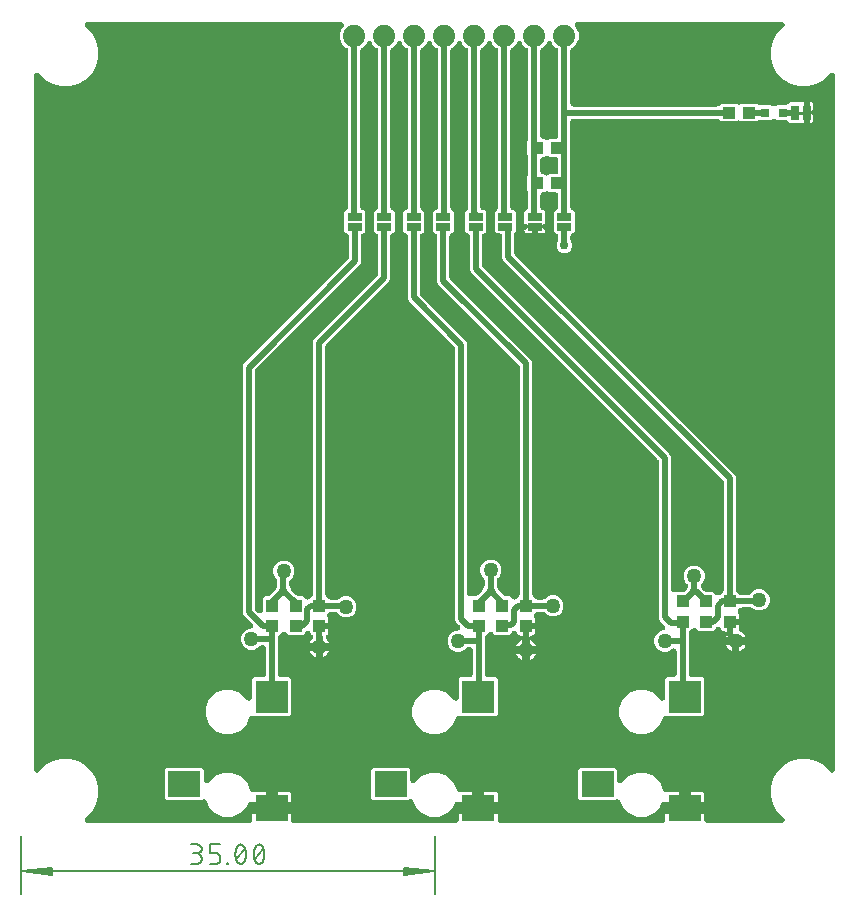
<source format=gbr>
G04 EAGLE Gerber RS-274X export*
G75*
%MOMM*%
%FSLAX34Y34*%
%LPD*%
%INTop Copper*%
%IPPOS*%
%AMOC8*
5,1,8,0,0,1.08239X$1,22.5*%
G01*
%ADD10C,0.130000*%
%ADD11C,0.152400*%
%ADD12R,1.000000X1.100000*%
%ADD13R,2.800000X2.200000*%
%ADD14R,2.800000X2.800000*%
%ADD15R,1.270000X0.635000*%
%ADD16C,1.270000*%
%ADD17C,1.879600*%
%ADD18R,1.100000X1.000000*%
%ADD19R,0.800000X0.800000*%
%ADD20C,0.254000*%
%ADD21R,0.635000X1.270000*%
%ADD22C,0.756400*%
%ADD23C,0.508000*%

G36*
X192955Y10926D02*
X192955Y10926D01*
X192989Y10924D01*
X193178Y10946D01*
X193369Y10963D01*
X193402Y10972D01*
X193436Y10976D01*
X193619Y11031D01*
X193803Y11081D01*
X193834Y11096D01*
X193867Y11106D01*
X194038Y11193D01*
X194210Y11275D01*
X194238Y11295D01*
X194269Y11310D01*
X194421Y11426D01*
X194576Y11537D01*
X194600Y11562D01*
X194627Y11582D01*
X194756Y11722D01*
X194890Y11859D01*
X194909Y11888D01*
X194933Y11914D01*
X195035Y12075D01*
X195142Y12232D01*
X195156Y12264D01*
X195174Y12293D01*
X195247Y12470D01*
X195324Y12644D01*
X195332Y12678D01*
X195345Y12710D01*
X195385Y12897D01*
X195431Y13082D01*
X195433Y13116D01*
X195440Y13150D01*
X195459Y13462D01*
X195459Y18921D01*
X209460Y18921D01*
X209494Y18924D01*
X209529Y18922D01*
X209718Y18944D01*
X209908Y18961D01*
X209942Y18970D01*
X209976Y18974D01*
X210159Y19029D01*
X210343Y19079D01*
X210374Y19094D01*
X210407Y19104D01*
X210578Y19191D01*
X210749Y19273D01*
X210777Y19293D01*
X210808Y19308D01*
X210960Y19424D01*
X211115Y19535D01*
X211140Y19560D01*
X211167Y19580D01*
X211296Y19721D01*
X211430Y19857D01*
X211449Y19886D01*
X211472Y19912D01*
X211575Y20073D01*
X211682Y20231D01*
X211696Y20262D01*
X211714Y20291D01*
X211787Y20468D01*
X211864Y20642D01*
X211872Y20676D01*
X211885Y20708D01*
X211925Y20895D01*
X211970Y21080D01*
X211973Y21114D01*
X211980Y21148D01*
X211999Y21460D01*
X211999Y24001D01*
X212001Y24001D01*
X212001Y21460D01*
X212004Y21426D01*
X212002Y21391D01*
X212024Y21202D01*
X212041Y21012D01*
X212050Y20978D01*
X212054Y20944D01*
X212109Y20761D01*
X212159Y20577D01*
X212174Y20546D01*
X212184Y20513D01*
X212271Y20342D01*
X212353Y20171D01*
X212373Y20142D01*
X212389Y20112D01*
X212504Y19960D01*
X212615Y19804D01*
X212640Y19780D01*
X212661Y19753D01*
X212801Y19624D01*
X212937Y19490D01*
X212966Y19471D01*
X212992Y19448D01*
X213153Y19345D01*
X213311Y19238D01*
X213342Y19224D01*
X213371Y19206D01*
X213548Y19133D01*
X213722Y19056D01*
X213756Y19048D01*
X213788Y19035D01*
X213975Y18995D01*
X214160Y18949D01*
X214194Y18947D01*
X214228Y18940D01*
X214540Y18921D01*
X228541Y18921D01*
X228541Y13462D01*
X228544Y13427D01*
X228542Y13393D01*
X228564Y13204D01*
X228581Y13013D01*
X228590Y12980D01*
X228594Y12946D01*
X228649Y12763D01*
X228699Y12579D01*
X228714Y12548D01*
X228724Y12515D01*
X228811Y12344D01*
X228893Y12172D01*
X228913Y12144D01*
X228928Y12113D01*
X229044Y11961D01*
X229155Y11806D01*
X229180Y11782D01*
X229200Y11755D01*
X229340Y11626D01*
X229477Y11492D01*
X229506Y11473D01*
X229532Y11449D01*
X229693Y11347D01*
X229850Y11240D01*
X229882Y11226D01*
X229911Y11208D01*
X230088Y11135D01*
X230262Y11058D01*
X230296Y11050D01*
X230328Y11037D01*
X230515Y10997D01*
X230700Y10951D01*
X230734Y10949D01*
X230768Y10942D01*
X231080Y10923D01*
X367920Y10923D01*
X367955Y10926D01*
X367989Y10924D01*
X368178Y10946D01*
X368369Y10963D01*
X368402Y10972D01*
X368436Y10976D01*
X368619Y11031D01*
X368803Y11081D01*
X368834Y11096D01*
X368867Y11106D01*
X369038Y11193D01*
X369210Y11275D01*
X369238Y11295D01*
X369269Y11310D01*
X369421Y11426D01*
X369576Y11537D01*
X369600Y11562D01*
X369627Y11582D01*
X369756Y11722D01*
X369890Y11859D01*
X369909Y11888D01*
X369933Y11914D01*
X370035Y12075D01*
X370142Y12232D01*
X370156Y12264D01*
X370174Y12293D01*
X370247Y12470D01*
X370324Y12644D01*
X370332Y12678D01*
X370345Y12710D01*
X370385Y12897D01*
X370431Y13082D01*
X370433Y13116D01*
X370440Y13150D01*
X370459Y13462D01*
X370459Y18921D01*
X384460Y18921D01*
X384494Y18924D01*
X384529Y18922D01*
X384718Y18944D01*
X384908Y18961D01*
X384942Y18970D01*
X384976Y18974D01*
X385159Y19029D01*
X385343Y19079D01*
X385374Y19094D01*
X385407Y19104D01*
X385578Y19191D01*
X385749Y19273D01*
X385777Y19293D01*
X385808Y19308D01*
X385960Y19424D01*
X386115Y19535D01*
X386140Y19560D01*
X386167Y19580D01*
X386296Y19721D01*
X386430Y19857D01*
X386449Y19886D01*
X386472Y19912D01*
X386575Y20073D01*
X386682Y20231D01*
X386696Y20262D01*
X386714Y20291D01*
X386787Y20468D01*
X386864Y20642D01*
X386872Y20676D01*
X386885Y20708D01*
X386925Y20895D01*
X386970Y21080D01*
X386973Y21114D01*
X386980Y21148D01*
X386999Y21460D01*
X386999Y24001D01*
X387001Y24001D01*
X387001Y21460D01*
X387004Y21426D01*
X387002Y21391D01*
X387024Y21202D01*
X387041Y21012D01*
X387050Y20978D01*
X387054Y20944D01*
X387109Y20761D01*
X387159Y20577D01*
X387174Y20546D01*
X387184Y20513D01*
X387271Y20342D01*
X387353Y20171D01*
X387373Y20142D01*
X387389Y20112D01*
X387504Y19960D01*
X387615Y19804D01*
X387640Y19780D01*
X387661Y19753D01*
X387801Y19624D01*
X387937Y19490D01*
X387966Y19471D01*
X387992Y19448D01*
X388153Y19345D01*
X388311Y19238D01*
X388342Y19224D01*
X388371Y19206D01*
X388548Y19133D01*
X388722Y19056D01*
X388756Y19048D01*
X388788Y19035D01*
X388975Y18995D01*
X389160Y18949D01*
X389194Y18947D01*
X389228Y18940D01*
X389540Y18921D01*
X403541Y18921D01*
X403541Y13462D01*
X403544Y13427D01*
X403542Y13393D01*
X403564Y13204D01*
X403581Y13013D01*
X403590Y12980D01*
X403594Y12946D01*
X403649Y12763D01*
X403699Y12579D01*
X403714Y12548D01*
X403724Y12515D01*
X403811Y12344D01*
X403893Y12172D01*
X403913Y12144D01*
X403928Y12113D01*
X404044Y11961D01*
X404155Y11806D01*
X404180Y11782D01*
X404200Y11755D01*
X404340Y11626D01*
X404477Y11492D01*
X404506Y11473D01*
X404532Y11449D01*
X404693Y11347D01*
X404850Y11240D01*
X404882Y11226D01*
X404911Y11208D01*
X405088Y11135D01*
X405262Y11058D01*
X405296Y11050D01*
X405328Y11037D01*
X405515Y10997D01*
X405700Y10951D01*
X405734Y10949D01*
X405768Y10942D01*
X406080Y10923D01*
X542920Y10923D01*
X542955Y10926D01*
X542989Y10924D01*
X543178Y10946D01*
X543369Y10963D01*
X543402Y10972D01*
X543436Y10976D01*
X543619Y11031D01*
X543803Y11081D01*
X543834Y11096D01*
X543867Y11106D01*
X544038Y11193D01*
X544210Y11275D01*
X544238Y11295D01*
X544269Y11310D01*
X544421Y11426D01*
X544576Y11537D01*
X544600Y11562D01*
X544627Y11582D01*
X544756Y11722D01*
X544890Y11859D01*
X544909Y11888D01*
X544933Y11914D01*
X545035Y12075D01*
X545142Y12232D01*
X545156Y12264D01*
X545174Y12293D01*
X545247Y12470D01*
X545324Y12644D01*
X545332Y12678D01*
X545345Y12710D01*
X545385Y12897D01*
X545431Y13082D01*
X545433Y13116D01*
X545440Y13150D01*
X545459Y13462D01*
X545459Y18921D01*
X559460Y18921D01*
X559494Y18924D01*
X559529Y18922D01*
X559718Y18944D01*
X559908Y18961D01*
X559942Y18970D01*
X559976Y18974D01*
X560159Y19029D01*
X560343Y19079D01*
X560374Y19094D01*
X560407Y19104D01*
X560578Y19191D01*
X560749Y19273D01*
X560777Y19293D01*
X560808Y19308D01*
X560960Y19424D01*
X561115Y19535D01*
X561140Y19560D01*
X561167Y19580D01*
X561296Y19721D01*
X561430Y19857D01*
X561449Y19886D01*
X561472Y19912D01*
X561575Y20073D01*
X561682Y20231D01*
X561696Y20262D01*
X561714Y20291D01*
X561787Y20468D01*
X561864Y20642D01*
X561872Y20676D01*
X561885Y20708D01*
X561925Y20895D01*
X561970Y21080D01*
X561973Y21114D01*
X561980Y21148D01*
X561999Y21460D01*
X561999Y24001D01*
X562001Y24001D01*
X562001Y21460D01*
X562004Y21426D01*
X562002Y21391D01*
X562024Y21202D01*
X562041Y21012D01*
X562050Y20978D01*
X562054Y20944D01*
X562109Y20761D01*
X562159Y20577D01*
X562174Y20546D01*
X562184Y20513D01*
X562271Y20342D01*
X562353Y20171D01*
X562373Y20142D01*
X562389Y20112D01*
X562504Y19960D01*
X562615Y19804D01*
X562640Y19780D01*
X562661Y19753D01*
X562801Y19624D01*
X562937Y19490D01*
X562966Y19471D01*
X562992Y19448D01*
X563153Y19345D01*
X563311Y19238D01*
X563342Y19224D01*
X563371Y19206D01*
X563548Y19133D01*
X563722Y19056D01*
X563756Y19048D01*
X563788Y19035D01*
X563975Y18995D01*
X564160Y18949D01*
X564194Y18947D01*
X564228Y18940D01*
X564540Y18921D01*
X578541Y18921D01*
X578541Y13462D01*
X578544Y13427D01*
X578542Y13393D01*
X578564Y13204D01*
X578581Y13013D01*
X578590Y12980D01*
X578594Y12946D01*
X578649Y12763D01*
X578699Y12579D01*
X578714Y12548D01*
X578724Y12515D01*
X578811Y12344D01*
X578893Y12172D01*
X578913Y12144D01*
X578928Y12113D01*
X579044Y11961D01*
X579155Y11806D01*
X579180Y11782D01*
X579200Y11755D01*
X579340Y11626D01*
X579477Y11492D01*
X579506Y11473D01*
X579532Y11449D01*
X579693Y11347D01*
X579850Y11240D01*
X579882Y11226D01*
X579911Y11208D01*
X580088Y11135D01*
X580262Y11058D01*
X580296Y11050D01*
X580328Y11037D01*
X580515Y10997D01*
X580700Y10951D01*
X580734Y10949D01*
X580768Y10942D01*
X581080Y10923D01*
X643829Y10923D01*
X643958Y10934D01*
X644088Y10936D01*
X644182Y10954D01*
X644277Y10963D01*
X644403Y10997D01*
X644530Y11022D01*
X644620Y11056D01*
X644712Y11081D01*
X644829Y11137D01*
X644950Y11184D01*
X645032Y11234D01*
X645118Y11275D01*
X645224Y11350D01*
X645335Y11418D01*
X645407Y11481D01*
X645484Y11537D01*
X645575Y11630D01*
X645673Y11716D01*
X645732Y11791D01*
X645798Y11859D01*
X645871Y11967D01*
X645952Y12069D01*
X645997Y12153D01*
X646051Y12232D01*
X646103Y12351D01*
X646165Y12466D01*
X646194Y12557D01*
X646233Y12644D01*
X646264Y12771D01*
X646304Y12894D01*
X646317Y12989D01*
X646339Y13082D01*
X646347Y13211D01*
X646365Y13340D01*
X646361Y13436D01*
X646367Y13531D01*
X646352Y13660D01*
X646347Y13790D01*
X646326Y13883D01*
X646315Y13978D01*
X646277Y14103D01*
X646249Y14230D01*
X646212Y14318D01*
X646185Y14409D01*
X646126Y14525D01*
X646076Y14645D01*
X646024Y14725D01*
X645980Y14811D01*
X645902Y14914D01*
X645831Y15023D01*
X645745Y15121D01*
X645708Y15169D01*
X645676Y15200D01*
X645624Y15258D01*
X640366Y20516D01*
X636724Y26823D01*
X634839Y33858D01*
X634839Y41142D01*
X636724Y48177D01*
X640366Y54484D01*
X645516Y59634D01*
X651823Y63276D01*
X658858Y65161D01*
X666142Y65161D01*
X673177Y63276D01*
X679484Y59634D01*
X684742Y54376D01*
X684842Y54292D01*
X684935Y54202D01*
X685015Y54148D01*
X685088Y54087D01*
X685201Y54022D01*
X685308Y53949D01*
X685396Y53911D01*
X685479Y53863D01*
X685601Y53820D01*
X685720Y53767D01*
X685813Y53745D01*
X685903Y53713D01*
X686031Y53691D01*
X686158Y53661D01*
X686253Y53655D01*
X686347Y53639D01*
X686477Y53641D01*
X686607Y53633D01*
X686702Y53644D01*
X686798Y53645D01*
X686925Y53670D01*
X687054Y53685D01*
X687146Y53713D01*
X687240Y53731D01*
X687361Y53778D01*
X687485Y53815D01*
X687570Y53859D01*
X687660Y53893D01*
X687771Y53961D01*
X687887Y54020D01*
X687963Y54077D01*
X688044Y54127D01*
X688142Y54213D01*
X688245Y54292D01*
X688310Y54362D01*
X688382Y54425D01*
X688462Y54527D01*
X688551Y54623D01*
X688602Y54703D01*
X688661Y54778D01*
X688722Y54893D01*
X688792Y55003D01*
X688829Y55091D01*
X688874Y55175D01*
X688914Y55299D01*
X688963Y55419D01*
X688983Y55513D01*
X689013Y55603D01*
X689031Y55732D01*
X689058Y55859D01*
X689066Y55989D01*
X689074Y56049D01*
X689073Y56094D01*
X689077Y56171D01*
X689077Y643829D01*
X689066Y643958D01*
X689064Y644088D01*
X689046Y644182D01*
X689037Y644277D01*
X689003Y644403D01*
X688978Y644530D01*
X688944Y644620D01*
X688919Y644712D01*
X688863Y644829D01*
X688816Y644950D01*
X688766Y645032D01*
X688725Y645118D01*
X688650Y645224D01*
X688582Y645335D01*
X688519Y645407D01*
X688463Y645484D01*
X688370Y645575D01*
X688284Y645673D01*
X688209Y645732D01*
X688141Y645798D01*
X688033Y645871D01*
X687931Y645952D01*
X687847Y645997D01*
X687768Y646051D01*
X687649Y646103D01*
X687534Y646165D01*
X687443Y646194D01*
X687356Y646233D01*
X687229Y646264D01*
X687106Y646304D01*
X687011Y646317D01*
X686918Y646339D01*
X686789Y646347D01*
X686660Y646365D01*
X686564Y646361D01*
X686469Y646367D01*
X686340Y646352D01*
X686210Y646347D01*
X686117Y646326D01*
X686022Y646315D01*
X685897Y646277D01*
X685770Y646249D01*
X685682Y646212D01*
X685591Y646185D01*
X685475Y646126D01*
X685355Y646076D01*
X685275Y646024D01*
X685189Y645980D01*
X685086Y645902D01*
X684977Y645831D01*
X684879Y645745D01*
X684831Y645708D01*
X684800Y645676D01*
X684742Y645624D01*
X679484Y640366D01*
X673177Y636724D01*
X666142Y634839D01*
X658858Y634839D01*
X651823Y636724D01*
X645516Y640366D01*
X640366Y645516D01*
X636724Y651823D01*
X634839Y658858D01*
X634839Y666142D01*
X636724Y673177D01*
X640366Y679484D01*
X645624Y684742D01*
X645708Y684842D01*
X645798Y684935D01*
X645852Y685015D01*
X645913Y685088D01*
X645978Y685201D01*
X646051Y685308D01*
X646089Y685396D01*
X646137Y685479D01*
X646180Y685601D01*
X646233Y685720D01*
X646255Y685813D01*
X646287Y685903D01*
X646309Y686031D01*
X646339Y686158D01*
X646345Y686253D01*
X646361Y686347D01*
X646359Y686477D01*
X646367Y686607D01*
X646356Y686702D01*
X646355Y686798D01*
X646330Y686925D01*
X646315Y687054D01*
X646287Y687146D01*
X646269Y687240D01*
X646222Y687361D01*
X646185Y687485D01*
X646141Y687570D01*
X646107Y687660D01*
X646039Y687771D01*
X645980Y687887D01*
X645923Y687963D01*
X645873Y688044D01*
X645787Y688142D01*
X645708Y688245D01*
X645638Y688310D01*
X645575Y688382D01*
X645473Y688462D01*
X645377Y688551D01*
X645297Y688602D01*
X645222Y688661D01*
X645107Y688722D01*
X644997Y688792D01*
X644909Y688829D01*
X644825Y688874D01*
X644701Y688914D01*
X644581Y688963D01*
X644487Y688983D01*
X644397Y689013D01*
X644268Y689031D01*
X644141Y689058D01*
X644011Y689066D01*
X643951Y689074D01*
X643906Y689073D01*
X643829Y689077D01*
X471437Y689077D01*
X471307Y689066D01*
X471177Y689064D01*
X471084Y689046D01*
X470988Y689037D01*
X470863Y689003D01*
X470735Y688978D01*
X470646Y688944D01*
X470554Y688919D01*
X470437Y688863D01*
X470315Y688816D01*
X470234Y688766D01*
X470147Y688725D01*
X470042Y688650D01*
X469931Y688582D01*
X469859Y688519D01*
X469781Y688463D01*
X469691Y688370D01*
X469593Y688284D01*
X469534Y688209D01*
X469467Y688141D01*
X469394Y688033D01*
X469314Y687931D01*
X469269Y687847D01*
X469215Y687768D01*
X469163Y687649D01*
X469101Y687534D01*
X469072Y687443D01*
X469033Y687356D01*
X469002Y687229D01*
X468962Y687106D01*
X468949Y687011D01*
X468926Y686918D01*
X468918Y686789D01*
X468901Y686660D01*
X468905Y686564D01*
X468899Y686469D01*
X468914Y686340D01*
X468919Y686210D01*
X468940Y686117D01*
X468951Y686022D01*
X468988Y685897D01*
X469017Y685770D01*
X469053Y685682D01*
X469081Y685591D01*
X469140Y685475D01*
X469190Y685355D01*
X469242Y685275D01*
X469285Y685189D01*
X469364Y685086D01*
X469435Y684977D01*
X469521Y684879D01*
X469557Y684831D01*
X469590Y684800D01*
X469641Y684742D01*
X470121Y684263D01*
X471939Y679875D01*
X471939Y675125D01*
X470121Y670737D01*
X466763Y667379D01*
X466648Y667331D01*
X466460Y667233D01*
X466271Y667137D01*
X466261Y667129D01*
X466249Y667123D01*
X466080Y666992D01*
X465913Y666865D01*
X465904Y666855D01*
X465893Y666847D01*
X465751Y666690D01*
X465607Y666534D01*
X465600Y666523D01*
X465592Y666513D01*
X465480Y666334D01*
X465366Y666154D01*
X465361Y666142D01*
X465354Y666131D01*
X465275Y665933D01*
X465195Y665738D01*
X465192Y665725D01*
X465187Y665712D01*
X465144Y665504D01*
X465100Y665297D01*
X465099Y665282D01*
X465097Y665271D01*
X465096Y665231D01*
X465081Y664985D01*
X465081Y620120D01*
X465084Y620085D01*
X465082Y620051D01*
X465104Y619862D01*
X465121Y619671D01*
X465130Y619638D01*
X465134Y619604D01*
X465189Y619420D01*
X465239Y619237D01*
X465254Y619206D01*
X465264Y619173D01*
X465351Y619002D01*
X465433Y618830D01*
X465453Y618802D01*
X465468Y618771D01*
X465584Y618619D01*
X465695Y618464D01*
X465720Y618440D01*
X465740Y618413D01*
X465880Y618284D01*
X466017Y618150D01*
X466046Y618131D01*
X466072Y618107D01*
X466233Y618005D01*
X466390Y617898D01*
X466422Y617884D01*
X466451Y617866D01*
X466628Y617793D01*
X466802Y617716D01*
X466836Y617708D01*
X466868Y617695D01*
X467055Y617655D01*
X467240Y617609D01*
X467274Y617607D01*
X467308Y617600D01*
X467620Y617581D01*
X588936Y617581D01*
X589100Y617595D01*
X589264Y617602D01*
X589324Y617615D01*
X589384Y617621D01*
X589543Y617664D01*
X589704Y617700D01*
X589760Y617723D01*
X589819Y617739D01*
X589967Y617810D01*
X590119Y617873D01*
X590170Y617906D01*
X590225Y617933D01*
X590359Y618028D01*
X590497Y618118D01*
X590555Y618169D01*
X590591Y618195D01*
X590634Y618238D01*
X590731Y618324D01*
X592448Y620041D01*
X605552Y620041D01*
X605704Y619889D01*
X605731Y619866D01*
X605754Y619840D01*
X605903Y619723D01*
X606050Y619600D01*
X606080Y619582D01*
X606107Y619561D01*
X606275Y619471D01*
X606441Y619376D01*
X606473Y619365D01*
X606504Y619348D01*
X606685Y619289D01*
X606865Y619226D01*
X606899Y619220D01*
X606932Y619209D01*
X607121Y619183D01*
X607309Y619152D01*
X607344Y619153D01*
X607378Y619148D01*
X607569Y619156D01*
X607760Y619158D01*
X607794Y619165D01*
X607828Y619166D01*
X608014Y619208D01*
X608202Y619244D01*
X608234Y619256D01*
X608268Y619264D01*
X608444Y619337D01*
X608622Y619406D01*
X608651Y619424D01*
X608683Y619437D01*
X608843Y619541D01*
X609006Y619640D01*
X609032Y619663D01*
X609061Y619682D01*
X609296Y619889D01*
X609448Y620041D01*
X622552Y620041D01*
X622809Y619784D01*
X622935Y619679D01*
X623056Y619567D01*
X623107Y619535D01*
X623154Y619496D01*
X623297Y619414D01*
X623436Y619326D01*
X623492Y619302D01*
X623545Y619272D01*
X623700Y619217D01*
X623852Y619155D01*
X623912Y619142D01*
X623969Y619121D01*
X624131Y619095D01*
X624292Y619060D01*
X624369Y619055D01*
X624413Y619048D01*
X624474Y619049D01*
X624604Y619041D01*
X635052Y619041D01*
X635704Y618389D01*
X635731Y618366D01*
X635754Y618340D01*
X635903Y618222D01*
X636050Y618100D01*
X636080Y618083D01*
X636107Y618061D01*
X636275Y617971D01*
X636441Y617876D01*
X636473Y617865D01*
X636504Y617848D01*
X636685Y617789D01*
X636865Y617726D01*
X636899Y617720D01*
X636932Y617709D01*
X637121Y617683D01*
X637309Y617652D01*
X637344Y617653D01*
X637378Y617648D01*
X637569Y617656D01*
X637760Y617658D01*
X637794Y617665D01*
X637828Y617666D01*
X638014Y617708D01*
X638202Y617744D01*
X638234Y617756D01*
X638268Y617764D01*
X638443Y617837D01*
X638622Y617906D01*
X638651Y617924D01*
X638683Y617937D01*
X638843Y618041D01*
X639006Y618140D01*
X639032Y618163D01*
X639061Y618182D01*
X639296Y618389D01*
X639948Y619041D01*
X647291Y619041D01*
X647454Y619055D01*
X647619Y619062D01*
X647678Y619075D01*
X647739Y619081D01*
X647898Y619124D01*
X648059Y619160D01*
X648115Y619183D01*
X648174Y619199D01*
X648322Y619270D01*
X648474Y619333D01*
X648525Y619366D01*
X648580Y619393D01*
X648714Y619488D01*
X648852Y619578D01*
X648910Y619629D01*
X648946Y619655D01*
X648989Y619698D01*
X649086Y619784D01*
X650693Y621391D01*
X659394Y621391D01*
X659403Y621388D01*
X659444Y621366D01*
X659614Y621312D01*
X659783Y621252D01*
X659829Y621245D01*
X659873Y621231D01*
X660051Y621208D01*
X660227Y621179D01*
X660274Y621179D01*
X660320Y621173D01*
X660499Y621182D01*
X660678Y621185D01*
X660723Y621194D01*
X660769Y621196D01*
X661076Y621258D01*
X661570Y621391D01*
X662541Y621391D01*
X662541Y618850D01*
X662544Y618815D01*
X662542Y618781D01*
X662564Y618592D01*
X662580Y618401D01*
X662590Y618368D01*
X662594Y618334D01*
X662649Y618150D01*
X662699Y617967D01*
X662714Y617936D01*
X662724Y617903D01*
X662811Y617732D01*
X662892Y617560D01*
X662913Y617532D01*
X662928Y617501D01*
X663043Y617349D01*
X663155Y617194D01*
X663179Y617170D01*
X663200Y617143D01*
X663340Y617014D01*
X663477Y616880D01*
X663506Y616861D01*
X663531Y616837D01*
X663692Y616735D01*
X663850Y616628D01*
X663882Y616614D01*
X663911Y616596D01*
X664088Y616523D01*
X664262Y616446D01*
X664296Y616438D01*
X664328Y616425D01*
X664514Y616385D01*
X664699Y616339D01*
X664734Y616337D01*
X664768Y616330D01*
X665080Y616311D01*
X665115Y616314D01*
X665149Y616312D01*
X665339Y616334D01*
X665529Y616351D01*
X665562Y616360D01*
X665596Y616364D01*
X665779Y616419D01*
X665963Y616469D01*
X665994Y616484D01*
X666027Y616494D01*
X666198Y616581D01*
X666370Y616663D01*
X666398Y616683D01*
X666429Y616698D01*
X666581Y616814D01*
X666736Y616925D01*
X666760Y616950D01*
X666787Y616970D01*
X666917Y617110D01*
X667050Y617247D01*
X667069Y617276D01*
X667093Y617302D01*
X667195Y617463D01*
X667302Y617620D01*
X667316Y617652D01*
X667334Y617681D01*
X667407Y617858D01*
X667484Y618032D01*
X667492Y618066D01*
X667505Y618098D01*
X667546Y618285D01*
X667591Y618470D01*
X667593Y618504D01*
X667600Y618538D01*
X667619Y618850D01*
X667619Y621391D01*
X668590Y621391D01*
X669236Y621218D01*
X669815Y620883D01*
X670288Y620410D01*
X670623Y619831D01*
X670796Y619185D01*
X670796Y614951D01*
X670731Y614931D01*
X670547Y614881D01*
X670516Y614866D01*
X670483Y614856D01*
X670312Y614769D01*
X670140Y614688D01*
X670112Y614667D01*
X670081Y614652D01*
X669929Y614536D01*
X669774Y614425D01*
X669750Y614401D01*
X669723Y614380D01*
X669594Y614240D01*
X669460Y614103D01*
X669441Y614074D01*
X669417Y614049D01*
X669315Y613888D01*
X669208Y613730D01*
X669194Y613698D01*
X669176Y613669D01*
X669103Y613492D01*
X669026Y613318D01*
X669018Y613284D01*
X669005Y613252D01*
X668965Y613066D01*
X668919Y612880D01*
X668917Y612846D01*
X668910Y612812D01*
X668891Y612500D01*
X668894Y612465D01*
X668892Y612431D01*
X668914Y612241D01*
X668931Y612051D01*
X668940Y612018D01*
X668944Y611984D01*
X668999Y611801D01*
X669049Y611617D01*
X669064Y611586D01*
X669074Y611553D01*
X669161Y611382D01*
X669243Y611210D01*
X669263Y611182D01*
X669278Y611151D01*
X669394Y610999D01*
X669505Y610844D01*
X669530Y610820D01*
X669550Y610792D01*
X669690Y610663D01*
X669827Y610530D01*
X669856Y610511D01*
X669882Y610487D01*
X670043Y610385D01*
X670200Y610278D01*
X670232Y610264D01*
X670261Y610245D01*
X670438Y610173D01*
X670612Y610096D01*
X670646Y610088D01*
X670678Y610075D01*
X670796Y610049D01*
X670796Y605815D01*
X670623Y605169D01*
X670288Y604590D01*
X669815Y604117D01*
X669236Y603782D01*
X668590Y603609D01*
X667619Y603609D01*
X667619Y606150D01*
X667616Y606185D01*
X667618Y606219D01*
X667596Y606408D01*
X667579Y606599D01*
X667570Y606632D01*
X667566Y606666D01*
X667511Y606849D01*
X667461Y607033D01*
X667446Y607064D01*
X667436Y607097D01*
X667349Y607268D01*
X667268Y607440D01*
X667247Y607468D01*
X667232Y607499D01*
X667116Y607651D01*
X667005Y607806D01*
X666981Y607830D01*
X666960Y607857D01*
X666820Y607986D01*
X666683Y608120D01*
X666654Y608139D01*
X666629Y608163D01*
X666468Y608265D01*
X666310Y608372D01*
X666278Y608386D01*
X666249Y608404D01*
X666072Y608477D01*
X665898Y608554D01*
X665864Y608562D01*
X665832Y608575D01*
X665646Y608615D01*
X665460Y608661D01*
X665426Y608663D01*
X665392Y608670D01*
X665080Y608689D01*
X665045Y608686D01*
X665011Y608688D01*
X664821Y608666D01*
X664631Y608649D01*
X664598Y608640D01*
X664564Y608636D01*
X664381Y608581D01*
X664197Y608531D01*
X664166Y608516D01*
X664133Y608506D01*
X663962Y608419D01*
X663790Y608337D01*
X663762Y608317D01*
X663731Y608302D01*
X663579Y608186D01*
X663424Y608075D01*
X663400Y608050D01*
X663372Y608030D01*
X663243Y607890D01*
X663110Y607753D01*
X663091Y607724D01*
X663067Y607698D01*
X662965Y607537D01*
X662858Y607380D01*
X662844Y607348D01*
X662825Y607319D01*
X662753Y607142D01*
X662676Y606968D01*
X662668Y606934D01*
X662655Y606902D01*
X662614Y606715D01*
X662569Y606530D01*
X662567Y606496D01*
X662560Y606462D01*
X662541Y606150D01*
X662541Y603609D01*
X661570Y603609D01*
X661076Y603742D01*
X661030Y603750D01*
X660986Y603764D01*
X660808Y603789D01*
X660632Y603819D01*
X660586Y603819D01*
X660540Y603826D01*
X660361Y603818D01*
X660182Y603817D01*
X660136Y603809D01*
X660090Y603807D01*
X659915Y603768D01*
X659739Y603736D01*
X659696Y603720D01*
X659650Y603710D01*
X659485Y603641D01*
X659402Y603609D01*
X650693Y603609D01*
X649086Y605216D01*
X648960Y605321D01*
X648839Y605433D01*
X648788Y605465D01*
X648741Y605504D01*
X648598Y605586D01*
X648459Y605674D01*
X648403Y605698D01*
X648350Y605728D01*
X648195Y605783D01*
X648043Y605845D01*
X647983Y605858D01*
X647926Y605879D01*
X647763Y605905D01*
X647603Y605940D01*
X647526Y605945D01*
X647482Y605952D01*
X647420Y605951D01*
X647291Y605959D01*
X639948Y605959D01*
X639296Y606611D01*
X639269Y606634D01*
X639246Y606660D01*
X639097Y606778D01*
X638950Y606900D01*
X638920Y606917D01*
X638893Y606939D01*
X638725Y607029D01*
X638559Y607124D01*
X638527Y607135D01*
X638496Y607152D01*
X638315Y607210D01*
X638135Y607274D01*
X638101Y607280D01*
X638068Y607291D01*
X637879Y607317D01*
X637691Y607348D01*
X637656Y607347D01*
X637622Y607352D01*
X637431Y607344D01*
X637241Y607342D01*
X637206Y607335D01*
X637172Y607334D01*
X636986Y607292D01*
X636798Y607256D01*
X636766Y607244D01*
X636732Y607236D01*
X636556Y607163D01*
X636378Y607094D01*
X636349Y607076D01*
X636317Y607063D01*
X636156Y606959D01*
X635994Y606860D01*
X635968Y606837D01*
X635939Y606818D01*
X635704Y606611D01*
X635052Y605959D01*
X624604Y605959D01*
X624441Y605945D01*
X624276Y605938D01*
X624216Y605925D01*
X624156Y605919D01*
X623997Y605876D01*
X623836Y605840D01*
X623780Y605817D01*
X623721Y605801D01*
X623573Y605730D01*
X623421Y605667D01*
X623370Y605634D01*
X623315Y605607D01*
X623181Y605512D01*
X623043Y605422D01*
X622985Y605371D01*
X622949Y605345D01*
X622906Y605302D01*
X622809Y605216D01*
X622552Y604959D01*
X609448Y604959D01*
X609296Y605111D01*
X609269Y605134D01*
X609246Y605160D01*
X609097Y605277D01*
X608950Y605400D01*
X608920Y605417D01*
X608893Y605439D01*
X608725Y605529D01*
X608559Y605624D01*
X608527Y605635D01*
X608496Y605652D01*
X608315Y605711D01*
X608135Y605774D01*
X608101Y605780D01*
X608068Y605791D01*
X607878Y605817D01*
X607691Y605848D01*
X607656Y605847D01*
X607622Y605852D01*
X607431Y605844D01*
X607241Y605842D01*
X607207Y605835D01*
X607172Y605834D01*
X606986Y605792D01*
X606798Y605756D01*
X606766Y605744D01*
X606732Y605736D01*
X606556Y605662D01*
X606378Y605594D01*
X606349Y605576D01*
X606317Y605563D01*
X606156Y605459D01*
X605994Y605360D01*
X605968Y605337D01*
X605939Y605318D01*
X605704Y605111D01*
X605552Y604959D01*
X592448Y604959D01*
X590731Y606676D01*
X590605Y606781D01*
X590484Y606893D01*
X590433Y606925D01*
X590386Y606964D01*
X590243Y607046D01*
X590104Y607134D01*
X590048Y607158D01*
X589995Y607188D01*
X589840Y607243D01*
X589688Y607305D01*
X589628Y607318D01*
X589571Y607339D01*
X589409Y607365D01*
X589248Y607400D01*
X589171Y607405D01*
X589127Y607412D01*
X589066Y607411D01*
X588936Y607419D01*
X467620Y607419D01*
X467585Y607416D01*
X467551Y607418D01*
X467362Y607396D01*
X467171Y607379D01*
X467138Y607370D01*
X467104Y607366D01*
X466921Y607311D01*
X466737Y607261D01*
X466706Y607246D01*
X466673Y607236D01*
X466502Y607149D01*
X466330Y607067D01*
X466302Y607047D01*
X466271Y607032D01*
X466119Y606916D01*
X465964Y606805D01*
X465940Y606780D01*
X465913Y606760D01*
X465784Y606620D01*
X465650Y606483D01*
X465631Y606454D01*
X465607Y606428D01*
X465505Y606267D01*
X465398Y606110D01*
X465384Y606078D01*
X465366Y606049D01*
X465293Y605872D01*
X465216Y605698D01*
X465208Y605664D01*
X465195Y605632D01*
X465155Y605445D01*
X465109Y605260D01*
X465107Y605226D01*
X465100Y605192D01*
X465081Y604880D01*
X465081Y532319D01*
X465084Y532284D01*
X465082Y532250D01*
X465104Y532061D01*
X465121Y531870D01*
X465130Y531837D01*
X465134Y531803D01*
X465189Y531620D01*
X465239Y531436D01*
X465254Y531405D01*
X465264Y531372D01*
X465351Y531201D01*
X465433Y531029D01*
X465453Y531001D01*
X465468Y530970D01*
X465584Y530818D01*
X465695Y530663D01*
X465720Y530639D01*
X465740Y530612D01*
X465880Y530483D01*
X466017Y530349D01*
X466046Y530330D01*
X466072Y530306D01*
X466233Y530204D01*
X466390Y530097D01*
X466422Y530083D01*
X466451Y530065D01*
X466628Y529992D01*
X466802Y529915D01*
X466836Y529907D01*
X466868Y529894D01*
X467055Y529854D01*
X467240Y529808D01*
X467274Y529806D01*
X467308Y529799D01*
X467388Y529794D01*
X468891Y528291D01*
X468891Y511709D01*
X467382Y510200D01*
X467362Y510197D01*
X467171Y510180D01*
X467138Y510171D01*
X467104Y510167D01*
X466921Y510112D01*
X466737Y510062D01*
X466706Y510047D01*
X466673Y510037D01*
X466502Y509950D01*
X466330Y509868D01*
X466302Y509848D01*
X466271Y509833D01*
X466119Y509717D01*
X465964Y509606D01*
X465940Y509581D01*
X465913Y509561D01*
X465784Y509421D01*
X465650Y509284D01*
X465631Y509255D01*
X465607Y509229D01*
X465505Y509068D01*
X465398Y508911D01*
X465384Y508879D01*
X465366Y508850D01*
X465293Y508673D01*
X465216Y508499D01*
X465208Y508465D01*
X465195Y508433D01*
X465155Y508246D01*
X465109Y508061D01*
X465107Y508027D01*
X465100Y507993D01*
X465081Y507681D01*
X465081Y504761D01*
X465091Y504645D01*
X465091Y504528D01*
X465111Y504421D01*
X465121Y504313D01*
X465151Y504200D01*
X465172Y504085D01*
X465223Y503939D01*
X465239Y503878D01*
X465255Y503846D01*
X465274Y503790D01*
X466323Y501258D01*
X466323Y498742D01*
X465360Y496418D01*
X463582Y494640D01*
X461258Y493677D01*
X458742Y493677D01*
X456418Y494640D01*
X454640Y496418D01*
X453677Y498742D01*
X453677Y501258D01*
X454726Y503790D01*
X454761Y503901D01*
X454805Y504009D01*
X454828Y504115D01*
X454861Y504219D01*
X454875Y504335D01*
X454900Y504449D01*
X454910Y504603D01*
X454917Y504666D01*
X454916Y504702D01*
X454919Y504761D01*
X454919Y507681D01*
X454916Y507716D01*
X454918Y507750D01*
X454896Y507939D01*
X454879Y508130D01*
X454870Y508163D01*
X454866Y508197D01*
X454811Y508380D01*
X454761Y508564D01*
X454746Y508595D01*
X454736Y508628D01*
X454649Y508799D01*
X454567Y508971D01*
X454547Y508999D01*
X454532Y509030D01*
X454416Y509182D01*
X454305Y509337D01*
X454280Y509361D01*
X454260Y509388D01*
X454120Y509517D01*
X453983Y509651D01*
X453954Y509670D01*
X453928Y509694D01*
X453767Y509796D01*
X453610Y509903D01*
X453578Y509917D01*
X453549Y509935D01*
X453372Y510008D01*
X453198Y510085D01*
X453164Y510093D01*
X453132Y510106D01*
X452945Y510146D01*
X452760Y510192D01*
X452726Y510194D01*
X452692Y510201D01*
X452612Y510206D01*
X451109Y511709D01*
X451109Y528291D01*
X452618Y529800D01*
X452638Y529803D01*
X452829Y529820D01*
X452862Y529829D01*
X452896Y529833D01*
X453079Y529888D01*
X453263Y529938D01*
X453294Y529953D01*
X453327Y529963D01*
X453498Y530050D01*
X453670Y530132D01*
X453698Y530152D01*
X453729Y530167D01*
X453881Y530283D01*
X454036Y530394D01*
X454060Y530419D01*
X454087Y530439D01*
X454216Y530579D01*
X454350Y530716D01*
X454369Y530745D01*
X454393Y530771D01*
X454495Y530932D01*
X454602Y531089D01*
X454616Y531121D01*
X454634Y531150D01*
X454707Y531327D01*
X454784Y531501D01*
X454792Y531535D01*
X454805Y531567D01*
X454845Y531754D01*
X454891Y531939D01*
X454893Y531973D01*
X454900Y532007D01*
X454919Y532319D01*
X454919Y542420D01*
X454916Y542455D01*
X454918Y542489D01*
X454896Y542678D01*
X454879Y542869D01*
X454870Y542902D01*
X454866Y542936D01*
X454811Y543119D01*
X454761Y543303D01*
X454746Y543334D01*
X454736Y543367D01*
X454649Y543538D01*
X454567Y543710D01*
X454547Y543738D01*
X454532Y543769D01*
X454416Y543921D01*
X454305Y544076D01*
X454280Y544100D01*
X454260Y544127D01*
X454120Y544256D01*
X453983Y544390D01*
X453954Y544409D01*
X453928Y544433D01*
X453767Y544535D01*
X453610Y544642D01*
X453578Y544656D01*
X453549Y544674D01*
X453372Y544747D01*
X453198Y544824D01*
X453164Y544832D01*
X453132Y544845D01*
X452945Y544885D01*
X452760Y544931D01*
X452726Y544933D01*
X452692Y544940D01*
X452380Y544959D01*
X446948Y544959D01*
X446796Y545111D01*
X446769Y545134D01*
X446746Y545160D01*
X446597Y545277D01*
X446450Y545400D01*
X446420Y545418D01*
X446393Y545439D01*
X446225Y545529D01*
X446059Y545624D01*
X446027Y545635D01*
X445996Y545652D01*
X445815Y545711D01*
X445635Y545774D01*
X445601Y545780D01*
X445568Y545791D01*
X445379Y545817D01*
X445191Y545848D01*
X445156Y545847D01*
X445122Y545852D01*
X444931Y545844D01*
X444740Y545842D01*
X444706Y545835D01*
X444672Y545834D01*
X444486Y545792D01*
X444298Y545756D01*
X444266Y545744D01*
X444232Y545736D01*
X444056Y545663D01*
X443878Y545594D01*
X443849Y545576D01*
X443817Y545563D01*
X443657Y545459D01*
X443494Y545360D01*
X443468Y545337D01*
X443439Y545318D01*
X443204Y545111D01*
X443052Y544959D01*
X442220Y544959D01*
X442185Y544956D01*
X442151Y544958D01*
X441962Y544936D01*
X441771Y544919D01*
X441738Y544910D01*
X441704Y544906D01*
X441521Y544851D01*
X441337Y544801D01*
X441306Y544786D01*
X441273Y544776D01*
X441102Y544689D01*
X440930Y544607D01*
X440902Y544587D01*
X440871Y544572D01*
X440719Y544456D01*
X440564Y544345D01*
X440540Y544320D01*
X440513Y544300D01*
X440384Y544160D01*
X440250Y544023D01*
X440231Y543994D01*
X440207Y543968D01*
X440105Y543807D01*
X439998Y543650D01*
X439984Y543618D01*
X439966Y543589D01*
X439893Y543412D01*
X439816Y543238D01*
X439808Y543204D01*
X439795Y543172D01*
X439755Y542985D01*
X439709Y542800D01*
X439707Y542766D01*
X439700Y542732D01*
X439681Y542420D01*
X439681Y532319D01*
X439684Y532284D01*
X439682Y532250D01*
X439704Y532061D01*
X439721Y531870D01*
X439730Y531837D01*
X439734Y531803D01*
X439789Y531620D01*
X439839Y531436D01*
X439854Y531405D01*
X439864Y531372D01*
X439951Y531201D01*
X440033Y531029D01*
X440053Y531001D01*
X440068Y530970D01*
X440184Y530818D01*
X440295Y530663D01*
X440320Y530639D01*
X440340Y530612D01*
X440480Y530483D01*
X440617Y530349D01*
X440646Y530330D01*
X440672Y530306D01*
X440833Y530204D01*
X440990Y530097D01*
X441022Y530083D01*
X441051Y530065D01*
X441228Y529992D01*
X441402Y529915D01*
X441436Y529907D01*
X441468Y529894D01*
X441655Y529854D01*
X441840Y529808D01*
X441874Y529806D01*
X441908Y529799D01*
X442220Y529780D01*
X442402Y529780D01*
X443891Y528291D01*
X443891Y518475D01*
X443581Y518475D01*
X443477Y518466D01*
X443373Y518467D01*
X443254Y518446D01*
X443133Y518435D01*
X443032Y518408D01*
X442930Y518390D01*
X442816Y518349D01*
X442698Y518317D01*
X442604Y518272D01*
X442506Y518237D01*
X442401Y518176D01*
X442292Y518124D01*
X442207Y518063D01*
X442117Y518011D01*
X441975Y517897D01*
X441926Y517861D01*
X441925Y517861D01*
X441907Y517842D01*
X441873Y517815D01*
X441744Y517675D01*
X441611Y517538D01*
X441592Y517509D01*
X441568Y517483D01*
X441466Y517323D01*
X441359Y517165D01*
X441345Y517133D01*
X441326Y517104D01*
X441254Y516928D01*
X441177Y516754D01*
X441169Y516719D01*
X441155Y516687D01*
X441115Y516501D01*
X441070Y516316D01*
X441068Y516281D01*
X441061Y516247D01*
X441054Y516056D01*
X441043Y515867D01*
X441047Y515832D01*
X441046Y515797D01*
X441073Y515609D01*
X441095Y515420D01*
X441105Y515386D01*
X441110Y515351D01*
X441170Y515171D01*
X441225Y514989D01*
X441241Y514957D01*
X441252Y514924D01*
X441343Y514757D01*
X441429Y514587D01*
X441451Y514559D01*
X441467Y514528D01*
X441586Y514380D01*
X441701Y514228D01*
X441727Y514205D01*
X441749Y514177D01*
X441893Y514052D01*
X442033Y513923D01*
X442062Y513904D01*
X442089Y513881D01*
X442252Y513784D01*
X442412Y513681D01*
X442445Y513668D01*
X442475Y513650D01*
X442653Y513583D01*
X442829Y513511D01*
X442863Y513503D01*
X442896Y513491D01*
X443082Y513456D01*
X443269Y513416D01*
X443312Y513413D01*
X443339Y513408D01*
X443400Y513408D01*
X443581Y513397D01*
X443891Y513397D01*
X443891Y512426D01*
X443718Y511780D01*
X443383Y511201D01*
X442910Y510728D01*
X442331Y510393D01*
X441685Y510220D01*
X437539Y510220D01*
X437539Y515809D01*
X437536Y515844D01*
X437538Y515878D01*
X437516Y516067D01*
X437499Y516258D01*
X437490Y516291D01*
X437486Y516325D01*
X437431Y516508D01*
X437381Y516692D01*
X437366Y516723D01*
X437356Y516756D01*
X437269Y516927D01*
X437188Y517099D01*
X437167Y517127D01*
X437152Y517158D01*
X437036Y517310D01*
X436925Y517465D01*
X436901Y517489D01*
X436880Y517516D01*
X436740Y517645D01*
X436603Y517779D01*
X436574Y517798D01*
X436549Y517822D01*
X436388Y517924D01*
X436230Y518031D01*
X436198Y518045D01*
X436169Y518063D01*
X435992Y518136D01*
X435818Y518213D01*
X435784Y518221D01*
X435752Y518234D01*
X435566Y518274D01*
X435380Y518320D01*
X435346Y518322D01*
X435312Y518329D01*
X435000Y518348D01*
X434965Y518345D01*
X434931Y518347D01*
X434741Y518325D01*
X434551Y518308D01*
X434518Y518299D01*
X434484Y518295D01*
X434301Y518240D01*
X434117Y518190D01*
X434086Y518175D01*
X434053Y518165D01*
X433882Y518078D01*
X433710Y517996D01*
X433682Y517976D01*
X433651Y517961D01*
X433499Y517845D01*
X433344Y517734D01*
X433320Y517709D01*
X433292Y517689D01*
X433163Y517549D01*
X433030Y517412D01*
X433011Y517383D01*
X432987Y517357D01*
X432885Y517196D01*
X432778Y517039D01*
X432764Y517007D01*
X432745Y516978D01*
X432673Y516801D01*
X432596Y516627D01*
X432588Y516593D01*
X432575Y516561D01*
X432534Y516374D01*
X432489Y516189D01*
X432487Y516155D01*
X432480Y516121D01*
X432461Y515809D01*
X432461Y510220D01*
X428315Y510220D01*
X427669Y510393D01*
X427090Y510728D01*
X426617Y511201D01*
X426282Y511780D01*
X426109Y512426D01*
X426109Y513397D01*
X426419Y513397D01*
X426609Y513413D01*
X426798Y513425D01*
X426832Y513433D01*
X426868Y513436D01*
X427051Y513487D01*
X427236Y513532D01*
X427268Y513546D01*
X427302Y513555D01*
X427473Y513636D01*
X427648Y513714D01*
X427677Y513733D01*
X427709Y513748D01*
X427863Y513859D01*
X428021Y513966D01*
X428046Y513990D01*
X428075Y514011D01*
X428208Y514147D01*
X428344Y514279D01*
X428364Y514308D01*
X428389Y514333D01*
X428495Y514491D01*
X428606Y514645D01*
X428621Y514677D01*
X428641Y514706D01*
X428718Y514880D01*
X428799Y515052D01*
X428809Y515086D01*
X428823Y515118D01*
X428868Y515303D01*
X428918Y515486D01*
X428921Y515521D01*
X428930Y515555D01*
X428941Y515745D01*
X428958Y515935D01*
X428955Y515970D01*
X428957Y516005D01*
X428935Y516194D01*
X428919Y516383D01*
X428909Y516417D01*
X428905Y516452D01*
X428850Y516635D01*
X428800Y516818D01*
X428785Y516849D01*
X428775Y516883D01*
X428688Y517053D01*
X428607Y517224D01*
X428587Y517253D01*
X428571Y517284D01*
X428455Y517436D01*
X428345Y517591D01*
X428315Y517621D01*
X428299Y517643D01*
X428254Y517685D01*
X428127Y517815D01*
X428044Y517878D01*
X428014Y517905D01*
X427967Y517949D01*
X427865Y518014D01*
X427768Y518087D01*
X427675Y518134D01*
X427587Y518190D01*
X427475Y518237D01*
X427367Y518292D01*
X427267Y518322D01*
X427171Y518361D01*
X427052Y518387D01*
X426936Y518422D01*
X426833Y518434D01*
X426731Y518456D01*
X426549Y518467D01*
X426489Y518474D01*
X426461Y518473D01*
X426419Y518475D01*
X426109Y518475D01*
X426109Y528291D01*
X427716Y529898D01*
X427863Y529938D01*
X427894Y529953D01*
X427927Y529963D01*
X428098Y530050D01*
X428270Y530132D01*
X428298Y530152D01*
X428329Y530167D01*
X428481Y530283D01*
X428636Y530394D01*
X428660Y530419D01*
X428687Y530439D01*
X428816Y530579D01*
X428950Y530716D01*
X428969Y530745D01*
X428993Y530771D01*
X429095Y530932D01*
X429202Y531089D01*
X429216Y531121D01*
X429234Y531150D01*
X429307Y531327D01*
X429384Y531501D01*
X429392Y531535D01*
X429405Y531567D01*
X429445Y531754D01*
X429491Y531939D01*
X429493Y531973D01*
X429500Y532007D01*
X429519Y532319D01*
X429519Y544336D01*
X429505Y544499D01*
X429498Y544664D01*
X429485Y544724D01*
X429479Y544784D01*
X429436Y544943D01*
X429400Y545104D01*
X429377Y545160D01*
X429361Y545219D01*
X429290Y545367D01*
X429227Y545519D01*
X429194Y545570D01*
X429167Y545625D01*
X429072Y545759D01*
X428982Y545897D01*
X428931Y545955D01*
X428905Y545991D01*
X428862Y546034D01*
X428776Y546131D01*
X428459Y546448D01*
X428459Y558552D01*
X428776Y558869D01*
X428881Y558995D01*
X428993Y559116D01*
X429025Y559167D01*
X429064Y559214D01*
X429146Y559357D01*
X429234Y559496D01*
X429258Y559552D01*
X429288Y559605D01*
X429343Y559760D01*
X429405Y559912D01*
X429418Y559972D01*
X429439Y560029D01*
X429465Y560191D01*
X429500Y560352D01*
X429505Y560429D01*
X429512Y560473D01*
X429511Y560534D01*
X429519Y560664D01*
X429519Y574336D01*
X429505Y574499D01*
X429498Y574664D01*
X429485Y574723D01*
X429479Y574784D01*
X429436Y574943D01*
X429400Y575104D01*
X429377Y575160D01*
X429361Y575219D01*
X429290Y575367D01*
X429227Y575519D01*
X429194Y575570D01*
X429167Y575625D01*
X429072Y575759D01*
X428982Y575897D01*
X428931Y575955D01*
X428905Y575991D01*
X428862Y576034D01*
X428776Y576131D01*
X428459Y576448D01*
X428459Y588552D01*
X428776Y588869D01*
X428881Y588995D01*
X428993Y589116D01*
X429025Y589167D01*
X429064Y589214D01*
X429146Y589357D01*
X429234Y589496D01*
X429258Y589552D01*
X429288Y589605D01*
X429343Y589760D01*
X429405Y589912D01*
X429418Y589972D01*
X429439Y590029D01*
X429465Y590192D01*
X429500Y590352D01*
X429505Y590429D01*
X429512Y590473D01*
X429511Y590535D01*
X429519Y590664D01*
X429519Y664985D01*
X429500Y665197D01*
X429484Y665408D01*
X429481Y665421D01*
X429479Y665434D01*
X429423Y665640D01*
X429370Y665844D01*
X429364Y665856D01*
X429361Y665868D01*
X429270Y666059D01*
X429181Y666252D01*
X429173Y666263D01*
X429167Y666275D01*
X429045Y666447D01*
X428922Y666621D01*
X428913Y666630D01*
X428905Y666641D01*
X428754Y666788D01*
X428603Y666938D01*
X428592Y666946D01*
X428583Y666955D01*
X428408Y667073D01*
X428233Y667194D01*
X428218Y667201D01*
X428210Y667207D01*
X428174Y667223D01*
X427952Y667331D01*
X427837Y667379D01*
X424479Y670737D01*
X424246Y671299D01*
X424186Y671415D01*
X424134Y671534D01*
X424082Y671614D01*
X424038Y671698D01*
X423958Y671801D01*
X423886Y671910D01*
X423820Y671979D01*
X423762Y672054D01*
X423665Y672141D01*
X423576Y672236D01*
X423498Y672292D01*
X423428Y672356D01*
X423317Y672425D01*
X423212Y672502D01*
X423126Y672544D01*
X423045Y672594D01*
X422924Y672642D01*
X422808Y672699D01*
X422716Y672725D01*
X422627Y672761D01*
X422499Y672787D01*
X422374Y672822D01*
X422280Y672832D01*
X422186Y672851D01*
X422056Y672854D01*
X421926Y672867D01*
X421831Y672859D01*
X421736Y672862D01*
X421607Y672842D01*
X421477Y672832D01*
X421385Y672807D01*
X421291Y672793D01*
X421168Y672750D01*
X421042Y672718D01*
X420955Y672677D01*
X420865Y672646D01*
X420751Y672583D01*
X420633Y672528D01*
X420555Y672474D01*
X420472Y672427D01*
X420371Y672345D01*
X420264Y672270D01*
X420197Y672202D01*
X420123Y672142D01*
X420039Y672043D01*
X419947Y671951D01*
X419893Y671872D01*
X419831Y671799D01*
X419765Y671687D01*
X419691Y671580D01*
X419634Y671463D01*
X419603Y671411D01*
X419588Y671369D01*
X419554Y671299D01*
X419321Y670737D01*
X415963Y667379D01*
X415848Y667331D01*
X415660Y667233D01*
X415471Y667137D01*
X415461Y667129D01*
X415449Y667123D01*
X415280Y666992D01*
X415113Y666865D01*
X415104Y666855D01*
X415093Y666847D01*
X414951Y666690D01*
X414807Y666534D01*
X414800Y666523D01*
X414792Y666513D01*
X414680Y666334D01*
X414566Y666154D01*
X414561Y666142D01*
X414554Y666131D01*
X414475Y665933D01*
X414395Y665738D01*
X414392Y665725D01*
X414387Y665712D01*
X414344Y665504D01*
X414300Y665297D01*
X414299Y665282D01*
X414297Y665271D01*
X414296Y665231D01*
X414281Y664985D01*
X414281Y532319D01*
X414284Y532284D01*
X414282Y532250D01*
X414304Y532061D01*
X414321Y531870D01*
X414330Y531837D01*
X414334Y531803D01*
X414389Y531620D01*
X414439Y531436D01*
X414454Y531405D01*
X414464Y531372D01*
X414551Y531201D01*
X414633Y531029D01*
X414653Y531001D01*
X414668Y530970D01*
X414784Y530818D01*
X414895Y530663D01*
X414920Y530639D01*
X414940Y530612D01*
X415080Y530483D01*
X415217Y530349D01*
X415246Y530330D01*
X415272Y530306D01*
X415433Y530204D01*
X415590Y530097D01*
X415622Y530083D01*
X415651Y530065D01*
X415828Y529992D01*
X416002Y529915D01*
X416036Y529907D01*
X416068Y529894D01*
X416255Y529854D01*
X416440Y529808D01*
X416474Y529806D01*
X416508Y529799D01*
X416820Y529780D01*
X417402Y529780D01*
X418891Y528291D01*
X418891Y511709D01*
X418324Y511142D01*
X418219Y511016D01*
X418107Y510895D01*
X418075Y510844D01*
X418036Y510797D01*
X417954Y510654D01*
X417866Y510515D01*
X417842Y510459D01*
X417812Y510406D01*
X417757Y510251D01*
X417695Y510099D01*
X417682Y510039D01*
X417661Y509982D01*
X417635Y509819D01*
X417600Y509659D01*
X417595Y509582D01*
X417588Y509538D01*
X417589Y509476D01*
X417581Y509347D01*
X417581Y493656D01*
X417595Y493493D01*
X417602Y493328D01*
X417615Y493269D01*
X417621Y493208D01*
X417664Y493049D01*
X417700Y492889D01*
X417723Y492832D01*
X417739Y492773D01*
X417810Y492625D01*
X417873Y492473D01*
X417906Y492422D01*
X417933Y492367D01*
X418028Y492233D01*
X418118Y492095D01*
X418169Y492037D01*
X418195Y492001D01*
X418238Y491958D01*
X418324Y491861D01*
X602521Y307664D01*
X604307Y305878D01*
X605081Y304011D01*
X605081Y208564D01*
X605095Y208401D01*
X605102Y208236D01*
X605115Y208177D01*
X605121Y208116D01*
X605164Y207957D01*
X605200Y207796D01*
X605223Y207740D01*
X605239Y207681D01*
X605310Y207533D01*
X605373Y207381D01*
X605406Y207330D01*
X605433Y207275D01*
X605528Y207141D01*
X605618Y207003D01*
X605669Y206945D01*
X605695Y206909D01*
X605738Y206866D01*
X605824Y206769D01*
X608269Y204324D01*
X608395Y204219D01*
X608516Y204107D01*
X608567Y204075D01*
X608614Y204036D01*
X608757Y203954D01*
X608896Y203866D01*
X608952Y203842D01*
X609005Y203812D01*
X609160Y203757D01*
X609312Y203695D01*
X609372Y203682D01*
X609429Y203661D01*
X609592Y203635D01*
X609752Y203600D01*
X609829Y203595D01*
X609873Y203588D01*
X609935Y203589D01*
X610064Y203581D01*
X615163Y203581D01*
X615375Y203600D01*
X615586Y203616D01*
X615598Y203619D01*
X615612Y203621D01*
X615817Y203677D01*
X616021Y203730D01*
X616033Y203736D01*
X616046Y203739D01*
X616237Y203830D01*
X616430Y203919D01*
X616441Y203927D01*
X616453Y203933D01*
X616624Y204055D01*
X616799Y204178D01*
X616808Y204187D01*
X616819Y204195D01*
X616967Y204347D01*
X617116Y204497D01*
X617124Y204508D01*
X617133Y204517D01*
X617251Y204692D01*
X617372Y204867D01*
X617379Y204882D01*
X617385Y204890D01*
X617401Y204926D01*
X617447Y205020D01*
X619964Y207537D01*
X623232Y208891D01*
X626768Y208891D01*
X630036Y207537D01*
X632537Y205036D01*
X633891Y201768D01*
X633891Y198232D01*
X632537Y194964D01*
X630036Y192463D01*
X626768Y191109D01*
X623232Y191109D01*
X619964Y192463D01*
X619751Y192675D01*
X619625Y192781D01*
X619504Y192893D01*
X619452Y192925D01*
X619406Y192964D01*
X619263Y193046D01*
X619124Y193134D01*
X619068Y193158D01*
X619015Y193188D01*
X618860Y193243D01*
X618708Y193305D01*
X618648Y193318D01*
X618591Y193339D01*
X618429Y193365D01*
X618267Y193400D01*
X618190Y193405D01*
X618146Y193412D01*
X618086Y193411D01*
X617956Y193419D01*
X610064Y193419D01*
X609900Y193405D01*
X609736Y193398D01*
X609677Y193385D01*
X609616Y193379D01*
X609457Y193336D01*
X609297Y193300D01*
X609240Y193277D01*
X609181Y193261D01*
X609033Y193190D01*
X608881Y193127D01*
X608830Y193094D01*
X608775Y193067D01*
X608641Y192972D01*
X608503Y192883D01*
X608445Y192831D01*
X608409Y192805D01*
X608366Y192762D01*
X608269Y192676D01*
X607357Y191764D01*
X607258Y191646D01*
X607154Y191535D01*
X607114Y191474D01*
X607068Y191418D01*
X606992Y191285D01*
X606909Y191157D01*
X606880Y191090D01*
X606844Y191027D01*
X606793Y190883D01*
X606734Y190742D01*
X606718Y190671D01*
X606694Y190603D01*
X606669Y190452D01*
X606635Y190303D01*
X606632Y190230D01*
X606620Y190159D01*
X606622Y190006D01*
X606616Y189853D01*
X606625Y189781D01*
X606626Y189709D01*
X606655Y189558D01*
X606676Y189407D01*
X606698Y189338D01*
X606712Y189267D01*
X606767Y189124D01*
X606814Y188978D01*
X606856Y188894D01*
X606874Y188847D01*
X606904Y188798D01*
X606953Y188698D01*
X607368Y187981D01*
X607541Y187335D01*
X607541Y184039D01*
X600000Y184039D01*
X599966Y184036D01*
X599931Y184038D01*
X599742Y184016D01*
X599552Y183999D01*
X599518Y183990D01*
X599484Y183986D01*
X599301Y183931D01*
X599117Y183881D01*
X599086Y183866D01*
X599053Y183856D01*
X598882Y183769D01*
X598711Y183688D01*
X598683Y183667D01*
X598652Y183652D01*
X598500Y183536D01*
X598345Y183425D01*
X598321Y183401D01*
X598293Y183380D01*
X598164Y183240D01*
X598031Y183103D01*
X598011Y183074D01*
X597988Y183049D01*
X597885Y182888D01*
X597779Y182730D01*
X597765Y182698D01*
X597746Y182669D01*
X597674Y182492D01*
X597596Y182318D01*
X597588Y182284D01*
X597575Y182252D01*
X597535Y182066D01*
X597490Y181880D01*
X597488Y181846D01*
X597480Y181812D01*
X597461Y181500D01*
X597464Y181465D01*
X597462Y181431D01*
X597484Y181241D01*
X597501Y181051D01*
X597510Y181018D01*
X597514Y180984D01*
X597569Y180801D01*
X597620Y180617D01*
X597634Y180586D01*
X597644Y180553D01*
X597731Y180382D01*
X597813Y180210D01*
X597833Y180182D01*
X597849Y180151D01*
X597964Y179999D01*
X598075Y179844D01*
X598100Y179820D01*
X598121Y179792D01*
X598261Y179663D01*
X598398Y179530D01*
X598426Y179511D01*
X598452Y179487D01*
X598613Y179385D01*
X598771Y179278D01*
X598802Y179264D01*
X598832Y179245D01*
X599008Y179173D01*
X599183Y179096D01*
X599216Y179088D01*
X599248Y179075D01*
X599435Y179034D01*
X599620Y178989D01*
X599654Y178987D01*
X599688Y178980D01*
X600000Y178961D01*
X607541Y178961D01*
X607541Y175540D01*
X607529Y175476D01*
X607529Y175470D01*
X607528Y175465D01*
X607529Y175247D01*
X607529Y175026D01*
X607530Y175020D01*
X607530Y175014D01*
X607570Y174799D01*
X607609Y174583D01*
X607611Y174577D01*
X607612Y174572D01*
X607689Y174365D01*
X607765Y174161D01*
X607768Y174156D01*
X607770Y174150D01*
X607881Y173964D01*
X607994Y173773D01*
X607998Y173768D01*
X608000Y173763D01*
X608142Y173600D01*
X608287Y173431D01*
X608292Y173428D01*
X608296Y173423D01*
X608465Y173287D01*
X608636Y173147D01*
X608642Y173143D01*
X608646Y173141D01*
X608665Y173130D01*
X608906Y172988D01*
X609660Y172604D01*
X610792Y171781D01*
X611781Y170792D01*
X612604Y169660D01*
X613239Y168413D01*
X613317Y168174D01*
X605635Y168174D01*
X605601Y168171D01*
X605566Y168173D01*
X605377Y168151D01*
X605187Y168134D01*
X605153Y168125D01*
X605119Y168121D01*
X605000Y168085D01*
X604930Y168100D01*
X604745Y168146D01*
X604711Y168148D01*
X604677Y168155D01*
X604365Y168174D01*
X596683Y168174D01*
X596761Y168413D01*
X597451Y169767D01*
X597519Y169936D01*
X597592Y170102D01*
X597603Y170145D01*
X597619Y170185D01*
X597656Y170363D01*
X597699Y170540D01*
X597702Y170583D01*
X597710Y170626D01*
X597715Y170808D01*
X597727Y170989D01*
X597722Y171032D01*
X597723Y171076D01*
X597696Y171255D01*
X597674Y171436D01*
X597662Y171478D01*
X597655Y171521D01*
X597597Y171693D01*
X597544Y171867D01*
X597524Y171906D01*
X597510Y171947D01*
X597422Y172106D01*
X597340Y172269D01*
X597314Y172303D01*
X597292Y172341D01*
X597178Y172482D01*
X597068Y172627D01*
X597036Y172657D01*
X597008Y172691D01*
X596871Y172809D01*
X596737Y172933D01*
X596700Y172956D01*
X596667Y172984D01*
X596511Y173077D01*
X596357Y173174D01*
X596317Y173191D01*
X596279Y173213D01*
X596108Y173276D01*
X595940Y173345D01*
X595898Y173354D01*
X595857Y173370D01*
X595678Y173402D01*
X595500Y173440D01*
X595447Y173443D01*
X595414Y173449D01*
X595351Y173449D01*
X595188Y173459D01*
X594665Y173459D01*
X594019Y173632D01*
X593440Y173967D01*
X592967Y174440D01*
X592632Y175019D01*
X592603Y175129D01*
X592534Y175317D01*
X592469Y175506D01*
X592457Y175528D01*
X592449Y175551D01*
X592348Y175724D01*
X592250Y175899D01*
X592234Y175919D01*
X592222Y175940D01*
X592092Y176093D01*
X591965Y176248D01*
X591946Y176264D01*
X591930Y176283D01*
X591775Y176410D01*
X591623Y176540D01*
X591601Y176553D01*
X591582Y176569D01*
X591407Y176666D01*
X591234Y176768D01*
X591211Y176776D01*
X591189Y176789D01*
X590999Y176854D01*
X590811Y176923D01*
X590787Y176927D01*
X590763Y176936D01*
X590565Y176967D01*
X590368Y177001D01*
X590343Y177001D01*
X590318Y177005D01*
X590118Y177000D01*
X589918Y177000D01*
X589893Y176995D01*
X589868Y176995D01*
X589672Y176955D01*
X589475Y176919D01*
X589446Y176909D01*
X589427Y176905D01*
X589376Y176885D01*
X589179Y176818D01*
X589109Y176788D01*
X589035Y176750D01*
X589008Y176739D01*
X588974Y176718D01*
X588921Y176690D01*
X588731Y176594D01*
X588721Y176586D01*
X588710Y176580D01*
X588541Y176449D01*
X588373Y176322D01*
X588364Y176312D01*
X588354Y176304D01*
X588210Y176146D01*
X588067Y175991D01*
X588061Y175980D01*
X588052Y175970D01*
X587940Y175791D01*
X587826Y175611D01*
X587821Y175599D01*
X587814Y175588D01*
X587736Y175391D01*
X587655Y175194D01*
X587652Y175182D01*
X587647Y175170D01*
X587617Y175024D01*
X586052Y173459D01*
X573948Y173459D01*
X571796Y175611D01*
X571769Y175634D01*
X571746Y175660D01*
X571597Y175778D01*
X571450Y175900D01*
X571420Y175917D01*
X571393Y175939D01*
X571225Y176029D01*
X571059Y176124D01*
X571027Y176135D01*
X570996Y176152D01*
X570815Y176210D01*
X570635Y176274D01*
X570601Y176280D01*
X570568Y176291D01*
X570379Y176317D01*
X570191Y176348D01*
X570156Y176347D01*
X570122Y176352D01*
X569931Y176344D01*
X569740Y176342D01*
X569706Y176335D01*
X569672Y176334D01*
X569486Y176293D01*
X569298Y176256D01*
X569266Y176244D01*
X569232Y176236D01*
X569057Y176163D01*
X568878Y176094D01*
X568849Y176076D01*
X568817Y176063D01*
X568657Y175959D01*
X568494Y175860D01*
X568468Y175837D01*
X568439Y175818D01*
X568204Y175611D01*
X565824Y173231D01*
X565719Y173105D01*
X565607Y172984D01*
X565575Y172933D01*
X565536Y172886D01*
X565454Y172743D01*
X565366Y172604D01*
X565342Y172548D01*
X565312Y172495D01*
X565257Y172340D01*
X565195Y172188D01*
X565182Y172128D01*
X565161Y172071D01*
X565135Y171908D01*
X565100Y171748D01*
X565095Y171671D01*
X565088Y171626D01*
X565089Y171565D01*
X565081Y171436D01*
X565081Y137080D01*
X565084Y137045D01*
X565082Y137011D01*
X565104Y136822D01*
X565121Y136631D01*
X565130Y136598D01*
X565134Y136564D01*
X565189Y136381D01*
X565239Y136197D01*
X565254Y136166D01*
X565264Y136133D01*
X565351Y135962D01*
X565433Y135790D01*
X565453Y135762D01*
X565468Y135731D01*
X565584Y135579D01*
X565695Y135424D01*
X565720Y135400D01*
X565740Y135373D01*
X565880Y135244D01*
X566017Y135110D01*
X566046Y135091D01*
X566072Y135067D01*
X566233Y134965D01*
X566390Y134858D01*
X566422Y134844D01*
X566451Y134826D01*
X566628Y134753D01*
X566802Y134676D01*
X566836Y134668D01*
X566868Y134655D01*
X567055Y134615D01*
X567240Y134569D01*
X567274Y134567D01*
X567308Y134560D01*
X567620Y134541D01*
X577052Y134541D01*
X578541Y133052D01*
X578541Y102948D01*
X577052Y101459D01*
X546806Y101459D01*
X546749Y101487D01*
X546625Y101558D01*
X546547Y101586D01*
X546473Y101622D01*
X546335Y101661D01*
X546200Y101709D01*
X546119Y101723D01*
X546040Y101745D01*
X545897Y101759D01*
X545756Y101783D01*
X545674Y101782D01*
X545592Y101790D01*
X545449Y101779D01*
X545306Y101777D01*
X545225Y101761D01*
X545143Y101754D01*
X545004Y101718D01*
X544864Y101691D01*
X544787Y101661D01*
X544707Y101640D01*
X544577Y101580D01*
X544444Y101529D01*
X544373Y101486D01*
X544298Y101451D01*
X544181Y101369D01*
X544059Y101295D01*
X543997Y101240D01*
X543930Y101193D01*
X543829Y101092D01*
X543722Y100997D01*
X543670Y100932D01*
X543612Y100874D01*
X543531Y100756D01*
X543442Y100644D01*
X543403Y100571D01*
X543356Y100503D01*
X543248Y100282D01*
X543230Y100247D01*
X543226Y100237D01*
X543219Y100222D01*
X540820Y94430D01*
X535570Y89180D01*
X528712Y86339D01*
X521288Y86339D01*
X514430Y89180D01*
X509180Y94430D01*
X506339Y101288D01*
X506339Y108712D01*
X509180Y115570D01*
X514430Y120820D01*
X521288Y123661D01*
X528712Y123661D01*
X535570Y120820D01*
X541124Y115266D01*
X541224Y115182D01*
X541317Y115092D01*
X541397Y115038D01*
X541470Y114977D01*
X541583Y114912D01*
X541690Y114840D01*
X541778Y114801D01*
X541861Y114753D01*
X541983Y114710D01*
X542102Y114657D01*
X542195Y114635D01*
X542285Y114603D01*
X542413Y114581D01*
X542540Y114551D01*
X542635Y114545D01*
X542729Y114529D01*
X542859Y114531D01*
X542989Y114523D01*
X543084Y114534D01*
X543180Y114535D01*
X543307Y114560D01*
X543436Y114575D01*
X543528Y114603D01*
X543622Y114621D01*
X543743Y114668D01*
X543867Y114705D01*
X543952Y114749D01*
X544042Y114783D01*
X544153Y114851D01*
X544269Y114910D01*
X544345Y114967D01*
X544426Y115017D01*
X544524Y115103D01*
X544627Y115182D01*
X544692Y115252D01*
X544764Y115315D01*
X544844Y115417D01*
X544933Y115513D01*
X544984Y115593D01*
X545043Y115668D01*
X545104Y115783D01*
X545174Y115893D01*
X545211Y115981D01*
X545256Y116065D01*
X545296Y116189D01*
X545345Y116309D01*
X545365Y116403D01*
X545395Y116493D01*
X545413Y116622D01*
X545440Y116749D01*
X545448Y116879D01*
X545456Y116940D01*
X545455Y116984D01*
X545459Y117061D01*
X545459Y133052D01*
X546948Y134541D01*
X552380Y134541D01*
X552415Y134544D01*
X552449Y134542D01*
X552638Y134564D01*
X552829Y134581D01*
X552862Y134590D01*
X552896Y134594D01*
X553079Y134649D01*
X553263Y134699D01*
X553294Y134714D01*
X553327Y134724D01*
X553498Y134811D01*
X553670Y134893D01*
X553698Y134913D01*
X553729Y134928D01*
X553881Y135044D01*
X554036Y135155D01*
X554060Y135180D01*
X554087Y135200D01*
X554216Y135340D01*
X554350Y135477D01*
X554369Y135506D01*
X554393Y135532D01*
X554495Y135693D01*
X554602Y135850D01*
X554616Y135882D01*
X554634Y135911D01*
X554707Y136088D01*
X554784Y136262D01*
X554792Y136296D01*
X554805Y136328D01*
X554845Y136515D01*
X554891Y136700D01*
X554893Y136734D01*
X554900Y136768D01*
X554919Y137080D01*
X554919Y156216D01*
X554908Y156345D01*
X554906Y156475D01*
X554888Y156569D01*
X554879Y156664D01*
X554845Y156790D01*
X554820Y156917D01*
X554786Y157006D01*
X554761Y157098D01*
X554705Y157216D01*
X554658Y157337D01*
X554608Y157419D01*
X554567Y157505D01*
X554492Y157611D01*
X554424Y157722D01*
X554361Y157794D01*
X554305Y157871D01*
X554212Y157962D01*
X554126Y158059D01*
X554051Y158118D01*
X553983Y158185D01*
X553875Y158258D01*
X553773Y158339D01*
X553689Y158384D01*
X553610Y158437D01*
X553491Y158490D01*
X553376Y158551D01*
X553285Y158581D01*
X553198Y158620D01*
X553071Y158650D01*
X552948Y158691D01*
X552853Y158704D01*
X552760Y158726D01*
X552631Y158734D01*
X552502Y158752D01*
X552406Y158748D01*
X552311Y158754D01*
X552182Y158739D01*
X552052Y158734D01*
X551959Y158713D01*
X551864Y158702D01*
X551739Y158664D01*
X551612Y158636D01*
X551524Y158599D01*
X551433Y158572D01*
X551317Y158512D01*
X551197Y158462D01*
X551117Y158410D01*
X551031Y158367D01*
X550928Y158289D01*
X550819Y158218D01*
X550721Y158132D01*
X550673Y158095D01*
X550642Y158062D01*
X550584Y158011D01*
X550036Y157463D01*
X546768Y156109D01*
X543232Y156109D01*
X539964Y157463D01*
X537463Y159964D01*
X536109Y163232D01*
X536109Y166768D01*
X537463Y170036D01*
X539964Y172537D01*
X543448Y173980D01*
X543495Y173990D01*
X543585Y174024D01*
X543677Y174049D01*
X543794Y174105D01*
X543915Y174152D01*
X543997Y174202D01*
X544083Y174243D01*
X544189Y174318D01*
X544300Y174386D01*
X544372Y174449D01*
X544449Y174505D01*
X544540Y174598D01*
X544637Y174684D01*
X544697Y174759D01*
X544763Y174827D01*
X544836Y174935D01*
X544917Y175037D01*
X544962Y175121D01*
X545015Y175200D01*
X545068Y175319D01*
X545129Y175434D01*
X545159Y175525D01*
X545198Y175612D01*
X545229Y175739D01*
X545269Y175862D01*
X545282Y175957D01*
X545304Y176050D01*
X545312Y176179D01*
X545330Y176308D01*
X545326Y176404D01*
X545332Y176499D01*
X545317Y176628D01*
X545312Y176758D01*
X545291Y176851D01*
X545280Y176946D01*
X545242Y177071D01*
X545214Y177198D01*
X545177Y177286D01*
X545150Y177377D01*
X545091Y177493D01*
X545041Y177613D01*
X544989Y177694D01*
X544945Y177779D01*
X544867Y177882D01*
X544796Y177991D01*
X544710Y178089D01*
X544673Y178137D01*
X544640Y178168D01*
X544589Y178226D01*
X542479Y180336D01*
X540693Y182122D01*
X539919Y183989D01*
X539919Y316844D01*
X539905Y317007D01*
X539898Y317172D01*
X539885Y317231D01*
X539879Y317292D01*
X539836Y317451D01*
X539800Y317611D01*
X539777Y317668D01*
X539761Y317727D01*
X539690Y317875D01*
X539627Y318027D01*
X539594Y318078D01*
X539567Y318133D01*
X539472Y318267D01*
X539382Y318405D01*
X539331Y318463D01*
X539305Y318499D01*
X539262Y318542D01*
X539176Y318639D01*
X380693Y477122D01*
X379919Y478989D01*
X379919Y507681D01*
X379916Y507716D01*
X379918Y507750D01*
X379896Y507939D01*
X379879Y508130D01*
X379870Y508163D01*
X379866Y508197D01*
X379811Y508380D01*
X379761Y508564D01*
X379746Y508595D01*
X379736Y508628D01*
X379649Y508799D01*
X379567Y508971D01*
X379547Y508999D01*
X379532Y509030D01*
X379416Y509182D01*
X379305Y509337D01*
X379280Y509361D01*
X379260Y509388D01*
X379120Y509517D01*
X378983Y509651D01*
X378954Y509670D01*
X378928Y509694D01*
X378767Y509796D01*
X378610Y509903D01*
X378578Y509917D01*
X378549Y509935D01*
X378372Y510008D01*
X378198Y510085D01*
X378164Y510093D01*
X378132Y510106D01*
X377945Y510146D01*
X377760Y510192D01*
X377726Y510194D01*
X377692Y510201D01*
X377612Y510206D01*
X376109Y511709D01*
X376109Y528291D01*
X377976Y530158D01*
X378081Y530284D01*
X378193Y530405D01*
X378225Y530456D01*
X378264Y530503D01*
X378346Y530646D01*
X378434Y530785D01*
X378458Y530841D01*
X378488Y530894D01*
X378543Y531049D01*
X378605Y531201D01*
X378618Y531261D01*
X378639Y531318D01*
X378665Y531480D01*
X378700Y531641D01*
X378705Y531718D01*
X378712Y531762D01*
X378711Y531823D01*
X378719Y531953D01*
X378719Y664985D01*
X378700Y665197D01*
X378684Y665408D01*
X378681Y665421D01*
X378679Y665434D01*
X378623Y665640D01*
X378570Y665844D01*
X378564Y665856D01*
X378561Y665868D01*
X378470Y666059D01*
X378381Y666252D01*
X378373Y666263D01*
X378367Y666275D01*
X378245Y666447D01*
X378122Y666621D01*
X378113Y666630D01*
X378105Y666641D01*
X377954Y666788D01*
X377803Y666938D01*
X377792Y666946D01*
X377783Y666955D01*
X377608Y667073D01*
X377433Y667194D01*
X377418Y667201D01*
X377410Y667207D01*
X377374Y667223D01*
X377152Y667331D01*
X377037Y667379D01*
X373679Y670737D01*
X373446Y671299D01*
X373386Y671415D01*
X373334Y671534D01*
X373282Y671614D01*
X373238Y671698D01*
X373158Y671801D01*
X373086Y671910D01*
X373020Y671979D01*
X372962Y672054D01*
X372865Y672141D01*
X372776Y672236D01*
X372698Y672292D01*
X372628Y672356D01*
X372517Y672425D01*
X372412Y672502D01*
X372326Y672544D01*
X372245Y672594D01*
X372124Y672642D01*
X372008Y672699D01*
X371916Y672725D01*
X371827Y672761D01*
X371699Y672787D01*
X371574Y672822D01*
X371480Y672832D01*
X371386Y672851D01*
X371256Y672854D01*
X371126Y672867D01*
X371031Y672859D01*
X370936Y672862D01*
X370807Y672842D01*
X370677Y672832D01*
X370585Y672807D01*
X370491Y672793D01*
X370368Y672750D01*
X370242Y672718D01*
X370155Y672677D01*
X370065Y672646D01*
X369951Y672583D01*
X369833Y672528D01*
X369755Y672474D01*
X369672Y672427D01*
X369571Y672345D01*
X369464Y672270D01*
X369397Y672202D01*
X369323Y672142D01*
X369239Y672043D01*
X369147Y671951D01*
X369093Y671872D01*
X369031Y671799D01*
X368965Y671687D01*
X368891Y671580D01*
X368834Y671463D01*
X368803Y671411D01*
X368788Y671369D01*
X368754Y671299D01*
X368521Y670737D01*
X365163Y667379D01*
X365048Y667331D01*
X364860Y667233D01*
X364671Y667137D01*
X364661Y667129D01*
X364649Y667123D01*
X364480Y666992D01*
X364313Y666865D01*
X364304Y666855D01*
X364293Y666847D01*
X364151Y666690D01*
X364007Y666534D01*
X364000Y666523D01*
X363992Y666513D01*
X363880Y666334D01*
X363766Y666154D01*
X363761Y666142D01*
X363754Y666131D01*
X363675Y665933D01*
X363595Y665738D01*
X363592Y665725D01*
X363587Y665712D01*
X363544Y665504D01*
X363500Y665297D01*
X363499Y665282D01*
X363497Y665271D01*
X363496Y665231D01*
X363481Y664985D01*
X363481Y532253D01*
X363495Y532089D01*
X363502Y531925D01*
X363515Y531865D01*
X363521Y531805D01*
X363564Y531646D01*
X363600Y531485D01*
X363623Y531429D01*
X363639Y531370D01*
X363710Y531222D01*
X363773Y531070D01*
X363806Y531019D01*
X363833Y530964D01*
X363928Y530830D01*
X364018Y530692D01*
X364069Y530634D01*
X364095Y530598D01*
X364138Y530555D01*
X364224Y530458D01*
X366391Y528291D01*
X366391Y511709D01*
X364882Y510200D01*
X364862Y510197D01*
X364671Y510180D01*
X364638Y510171D01*
X364604Y510167D01*
X364421Y510112D01*
X364237Y510062D01*
X364206Y510047D01*
X364173Y510037D01*
X364002Y509950D01*
X363830Y509868D01*
X363802Y509848D01*
X363771Y509833D01*
X363619Y509717D01*
X363464Y509606D01*
X363440Y509581D01*
X363413Y509561D01*
X363284Y509421D01*
X363150Y509284D01*
X363131Y509255D01*
X363107Y509229D01*
X363005Y509068D01*
X362898Y508911D01*
X362884Y508879D01*
X362866Y508850D01*
X362793Y508673D01*
X362716Y508499D01*
X362708Y508465D01*
X362695Y508433D01*
X362655Y508246D01*
X362609Y508061D01*
X362607Y508027D01*
X362600Y507993D01*
X362581Y507681D01*
X362581Y473156D01*
X362595Y472993D01*
X362602Y472828D01*
X362615Y472769D01*
X362621Y472708D01*
X362664Y472549D01*
X362700Y472389D01*
X362723Y472332D01*
X362739Y472273D01*
X362810Y472125D01*
X362873Y471973D01*
X362906Y471922D01*
X362933Y471867D01*
X363028Y471733D01*
X363118Y471595D01*
X363169Y471537D01*
X363195Y471501D01*
X363238Y471458D01*
X363324Y471361D01*
X431807Y402878D01*
X432581Y401011D01*
X432581Y205064D01*
X432595Y204900D01*
X432602Y204736D01*
X432615Y204677D01*
X432621Y204616D01*
X432664Y204457D01*
X432700Y204296D01*
X432723Y204240D01*
X432739Y204181D01*
X432810Y204033D01*
X432873Y203881D01*
X432906Y203830D01*
X432933Y203775D01*
X433028Y203641D01*
X433118Y203503D01*
X433169Y203445D01*
X433195Y203409D01*
X433238Y203366D01*
X433324Y203269D01*
X435769Y200824D01*
X435895Y200719D01*
X436016Y200607D01*
X436067Y200575D01*
X436114Y200536D01*
X436257Y200454D01*
X436396Y200366D01*
X436452Y200342D01*
X436505Y200312D01*
X436660Y200257D01*
X436812Y200195D01*
X436872Y200182D01*
X436929Y200161D01*
X437092Y200135D01*
X437252Y200100D01*
X437329Y200095D01*
X437373Y200088D01*
X437435Y200089D01*
X437564Y200081D01*
X441456Y200081D01*
X441619Y200095D01*
X441784Y200102D01*
X441843Y200115D01*
X441904Y200121D01*
X442063Y200164D01*
X442223Y200200D01*
X442280Y200223D01*
X442338Y200239D01*
X442487Y200310D01*
X442639Y200373D01*
X442690Y200406D01*
X442745Y200433D01*
X442879Y200528D01*
X443017Y200618D01*
X443075Y200669D01*
X443111Y200695D01*
X443154Y200738D01*
X443251Y200824D01*
X444964Y202537D01*
X448232Y203891D01*
X451768Y203891D01*
X455036Y202537D01*
X457537Y200036D01*
X458891Y196768D01*
X458891Y193232D01*
X457537Y189964D01*
X455036Y187463D01*
X451768Y186109D01*
X448232Y186109D01*
X444964Y187463D01*
X443251Y189176D01*
X443125Y189281D01*
X443004Y189393D01*
X442952Y189425D01*
X442906Y189464D01*
X442763Y189546D01*
X442624Y189634D01*
X442568Y189658D01*
X442515Y189688D01*
X442360Y189743D01*
X442208Y189805D01*
X442148Y189818D01*
X442091Y189839D01*
X441928Y189865D01*
X441767Y189900D01*
X441690Y189905D01*
X441646Y189912D01*
X441586Y189911D01*
X441456Y189919D01*
X437564Y189919D01*
X437400Y189905D01*
X437236Y189898D01*
X437177Y189885D01*
X437116Y189879D01*
X436957Y189836D01*
X436796Y189800D01*
X436740Y189777D01*
X436681Y189761D01*
X436533Y189690D01*
X436381Y189627D01*
X436330Y189594D01*
X436275Y189567D01*
X436141Y189472D01*
X436003Y189382D01*
X435945Y189331D01*
X435909Y189305D01*
X435866Y189262D01*
X435769Y189176D01*
X434857Y188264D01*
X434758Y188146D01*
X434654Y188035D01*
X434614Y187974D01*
X434568Y187918D01*
X434492Y187785D01*
X434409Y187657D01*
X434380Y187590D01*
X434344Y187527D01*
X434293Y187383D01*
X434234Y187242D01*
X434218Y187171D01*
X434194Y187103D01*
X434169Y186952D01*
X434135Y186803D01*
X434132Y186730D01*
X434120Y186659D01*
X434122Y186505D01*
X434116Y186353D01*
X434125Y186281D01*
X434126Y186209D01*
X434155Y186058D01*
X434176Y185907D01*
X434198Y185838D01*
X434212Y185766D01*
X434267Y185624D01*
X434314Y185478D01*
X434356Y185394D01*
X434374Y185346D01*
X434404Y185298D01*
X434453Y185198D01*
X434868Y184481D01*
X435041Y183835D01*
X435041Y180539D01*
X427500Y180539D01*
X427466Y180536D01*
X427431Y180538D01*
X427242Y180516D01*
X427052Y180499D01*
X427018Y180490D01*
X426984Y180486D01*
X426801Y180431D01*
X426617Y180381D01*
X426586Y180366D01*
X426553Y180356D01*
X426382Y180269D01*
X426211Y180188D01*
X426183Y180167D01*
X426152Y180152D01*
X426000Y180036D01*
X425845Y179925D01*
X425844Y179925D01*
X425820Y179900D01*
X425793Y179880D01*
X425793Y179879D01*
X425792Y179879D01*
X425663Y179739D01*
X425530Y179602D01*
X425511Y179574D01*
X425487Y179548D01*
X425385Y179387D01*
X425278Y179229D01*
X425264Y179198D01*
X425245Y179168D01*
X425173Y178992D01*
X425096Y178817D01*
X425088Y178784D01*
X425075Y178752D01*
X425034Y178565D01*
X424989Y178380D01*
X424987Y178346D01*
X424980Y178312D01*
X424961Y178000D01*
X424961Y169090D01*
X424895Y169023D01*
X424876Y168994D01*
X424852Y168968D01*
X424750Y168807D01*
X424643Y168650D01*
X424629Y168618D01*
X424611Y168589D01*
X424538Y168412D01*
X424461Y168238D01*
X424453Y168204D01*
X424440Y168172D01*
X424399Y167985D01*
X424354Y167800D01*
X424352Y167766D01*
X424345Y167732D01*
X424333Y167536D01*
X424327Y167732D01*
X424321Y167760D01*
X424319Y167789D01*
X424274Y167980D01*
X424233Y168173D01*
X424222Y168199D01*
X424215Y168228D01*
X424137Y168407D01*
X424063Y168590D01*
X424048Y168614D01*
X424036Y168641D01*
X423927Y168804D01*
X423822Y168970D01*
X423803Y168991D01*
X423787Y169016D01*
X423651Y169157D01*
X423518Y169302D01*
X423495Y169320D01*
X423475Y169340D01*
X423316Y169456D01*
X423160Y169575D01*
X423134Y169588D01*
X423111Y169605D01*
X422934Y169691D01*
X422759Y169780D01*
X422726Y169791D01*
X422705Y169801D01*
X422650Y169817D01*
X422463Y169880D01*
X421519Y170132D01*
X420940Y170467D01*
X420467Y170940D01*
X420132Y171519D01*
X420033Y171891D01*
X419992Y172003D01*
X419961Y172117D01*
X419915Y172214D01*
X419878Y172314D01*
X419818Y172417D01*
X419767Y172524D01*
X419705Y172611D01*
X419651Y172703D01*
X419574Y172793D01*
X419505Y172890D01*
X419429Y172965D01*
X419359Y173046D01*
X419268Y173121D01*
X419183Y173204D01*
X419094Y173264D01*
X419011Y173332D01*
X418908Y173390D01*
X418810Y173456D01*
X418712Y173499D01*
X418618Y173552D01*
X418506Y173590D01*
X418398Y173638D01*
X418294Y173664D01*
X418193Y173698D01*
X418076Y173717D01*
X417960Y173745D01*
X417853Y173751D01*
X417748Y173768D01*
X417629Y173765D01*
X417511Y173773D01*
X417405Y173760D01*
X417298Y173758D01*
X417182Y173734D01*
X417064Y173720D01*
X416961Y173689D01*
X416856Y173668D01*
X416746Y173625D01*
X416633Y173590D01*
X416537Y173542D01*
X416438Y173502D01*
X416337Y173440D01*
X416231Y173386D01*
X416146Y173321D01*
X416055Y173265D01*
X415967Y173185D01*
X415873Y173114D01*
X415800Y173035D01*
X415721Y172964D01*
X415648Y172870D01*
X415567Y172783D01*
X415510Y172692D01*
X415444Y172608D01*
X415389Y172503D01*
X415326Y172403D01*
X415285Y172304D01*
X415235Y172209D01*
X415200Y172096D01*
X415155Y171986D01*
X415132Y171882D01*
X415100Y171780D01*
X415085Y171662D01*
X415060Y171546D01*
X415055Y171462D01*
X413552Y169959D01*
X401448Y169959D01*
X399296Y172111D01*
X399269Y172134D01*
X399246Y172160D01*
X399097Y172277D01*
X398950Y172400D01*
X398920Y172418D01*
X398893Y172439D01*
X398725Y172529D01*
X398559Y172624D01*
X398527Y172635D01*
X398496Y172652D01*
X398315Y172710D01*
X398135Y172774D01*
X398101Y172780D01*
X398068Y172791D01*
X397879Y172817D01*
X397691Y172848D01*
X397656Y172847D01*
X397622Y172852D01*
X397431Y172844D01*
X397240Y172842D01*
X397206Y172835D01*
X397172Y172834D01*
X396986Y172793D01*
X396798Y172756D01*
X396766Y172744D01*
X396732Y172736D01*
X396556Y172663D01*
X396378Y172594D01*
X396349Y172576D01*
X396317Y172563D01*
X396157Y172459D01*
X395994Y172360D01*
X395968Y172337D01*
X395939Y172318D01*
X395704Y172111D01*
X393324Y169731D01*
X393219Y169605D01*
X393107Y169484D01*
X393075Y169433D01*
X393036Y169386D01*
X392954Y169243D01*
X392866Y169104D01*
X392842Y169048D01*
X392812Y168995D01*
X392757Y168840D01*
X392695Y168688D01*
X392682Y168628D01*
X392661Y168571D01*
X392635Y168408D01*
X392600Y168248D01*
X392595Y168171D01*
X392588Y168127D01*
X392589Y168065D01*
X392581Y167936D01*
X392581Y137080D01*
X392584Y137045D01*
X392582Y137011D01*
X392604Y136822D01*
X392621Y136631D01*
X392630Y136598D01*
X392634Y136564D01*
X392689Y136381D01*
X392739Y136197D01*
X392754Y136166D01*
X392764Y136133D01*
X392851Y135962D01*
X392933Y135790D01*
X392953Y135762D01*
X392968Y135731D01*
X393084Y135579D01*
X393195Y135424D01*
X393220Y135400D01*
X393240Y135373D01*
X393380Y135244D01*
X393517Y135110D01*
X393546Y135091D01*
X393572Y135067D01*
X393733Y134965D01*
X393890Y134858D01*
X393922Y134844D01*
X393951Y134826D01*
X394128Y134753D01*
X394302Y134676D01*
X394336Y134668D01*
X394368Y134655D01*
X394555Y134615D01*
X394740Y134569D01*
X394774Y134567D01*
X394808Y134560D01*
X395120Y134541D01*
X402052Y134541D01*
X403541Y133052D01*
X403541Y102948D01*
X402052Y101459D01*
X371806Y101459D01*
X371749Y101487D01*
X371624Y101558D01*
X371547Y101586D01*
X371473Y101622D01*
X371335Y101661D01*
X371200Y101709D01*
X371119Y101723D01*
X371040Y101745D01*
X370897Y101759D01*
X370756Y101783D01*
X370673Y101782D01*
X370592Y101790D01*
X370449Y101779D01*
X370306Y101777D01*
X370225Y101761D01*
X370143Y101754D01*
X370004Y101718D01*
X369864Y101691D01*
X369787Y101661D01*
X369707Y101640D01*
X369577Y101580D01*
X369444Y101529D01*
X369373Y101486D01*
X369298Y101451D01*
X369181Y101369D01*
X369059Y101295D01*
X368997Y101240D01*
X368930Y101193D01*
X368829Y101091D01*
X368722Y100997D01*
X368670Y100932D01*
X368612Y100874D01*
X368531Y100756D01*
X368442Y100644D01*
X368403Y100571D01*
X368356Y100503D01*
X368248Y100281D01*
X368229Y100247D01*
X368226Y100237D01*
X368219Y100222D01*
X365820Y94430D01*
X360570Y89180D01*
X353712Y86339D01*
X346288Y86339D01*
X339430Y89180D01*
X334180Y94430D01*
X331339Y101288D01*
X331339Y108712D01*
X334180Y115570D01*
X339430Y120820D01*
X346288Y123661D01*
X353712Y123661D01*
X360570Y120820D01*
X366124Y115266D01*
X366224Y115182D01*
X366317Y115092D01*
X366397Y115038D01*
X366470Y114977D01*
X366583Y114912D01*
X366690Y114840D01*
X366778Y114801D01*
X366861Y114753D01*
X366983Y114710D01*
X367102Y114657D01*
X367195Y114635D01*
X367285Y114603D01*
X367413Y114581D01*
X367540Y114551D01*
X367635Y114545D01*
X367729Y114529D01*
X367859Y114531D01*
X367989Y114523D01*
X368084Y114534D01*
X368180Y114535D01*
X368307Y114560D01*
X368436Y114575D01*
X368528Y114603D01*
X368622Y114621D01*
X368743Y114668D01*
X368867Y114705D01*
X368952Y114749D01*
X369042Y114783D01*
X369153Y114851D01*
X369269Y114910D01*
X369345Y114967D01*
X369426Y115017D01*
X369524Y115103D01*
X369627Y115182D01*
X369692Y115252D01*
X369764Y115315D01*
X369844Y115417D01*
X369933Y115513D01*
X369984Y115593D01*
X370043Y115668D01*
X370104Y115783D01*
X370174Y115893D01*
X370211Y115981D01*
X370256Y116065D01*
X370296Y116189D01*
X370345Y116309D01*
X370365Y116403D01*
X370395Y116493D01*
X370413Y116622D01*
X370440Y116749D01*
X370448Y116879D01*
X370456Y116940D01*
X370455Y116984D01*
X370459Y117061D01*
X370459Y133052D01*
X371948Y134541D01*
X379880Y134541D01*
X379915Y134544D01*
X379949Y134542D01*
X380138Y134564D01*
X380329Y134581D01*
X380362Y134590D01*
X380396Y134594D01*
X380579Y134649D01*
X380763Y134699D01*
X380794Y134714D01*
X380827Y134724D01*
X380998Y134811D01*
X381170Y134893D01*
X381198Y134913D01*
X381229Y134928D01*
X381381Y135044D01*
X381536Y135155D01*
X381560Y135180D01*
X381587Y135200D01*
X381716Y135340D01*
X381850Y135477D01*
X381869Y135506D01*
X381893Y135532D01*
X381995Y135693D01*
X382102Y135850D01*
X382116Y135882D01*
X382134Y135911D01*
X382207Y136088D01*
X382284Y136262D01*
X382292Y136296D01*
X382305Y136328D01*
X382345Y136515D01*
X382391Y136700D01*
X382393Y136734D01*
X382400Y136768D01*
X382419Y137080D01*
X382419Y157380D01*
X382416Y157415D01*
X382418Y157449D01*
X382396Y157638D01*
X382379Y157829D01*
X382370Y157862D01*
X382366Y157896D01*
X382311Y158079D01*
X382261Y158263D01*
X382246Y158294D01*
X382236Y158327D01*
X382149Y158498D01*
X382067Y158670D01*
X382047Y158698D01*
X382032Y158729D01*
X381916Y158881D01*
X381805Y159036D01*
X381780Y159060D01*
X381760Y159087D01*
X381620Y159216D01*
X381483Y159350D01*
X381454Y159369D01*
X381428Y159393D01*
X381267Y159495D01*
X381110Y159602D01*
X381078Y159616D01*
X381049Y159634D01*
X380872Y159707D01*
X380698Y159784D01*
X380664Y159792D01*
X380632Y159805D01*
X380445Y159845D01*
X380260Y159891D01*
X380226Y159893D01*
X380192Y159900D01*
X379880Y159919D01*
X378544Y159919D01*
X378381Y159905D01*
X378216Y159898D01*
X378157Y159885D01*
X378096Y159879D01*
X377937Y159836D01*
X377777Y159800D01*
X377720Y159777D01*
X377662Y159761D01*
X377514Y159690D01*
X377361Y159627D01*
X377310Y159594D01*
X377255Y159567D01*
X377122Y159472D01*
X376983Y159382D01*
X376925Y159331D01*
X376889Y159305D01*
X376846Y159262D01*
X376749Y159176D01*
X375036Y157463D01*
X371768Y156109D01*
X368232Y156109D01*
X364964Y157463D01*
X362463Y159964D01*
X361109Y163232D01*
X361109Y166768D01*
X362463Y170036D01*
X364964Y172537D01*
X368232Y173891D01*
X369335Y173891D01*
X369465Y173902D01*
X369595Y173904D01*
X369689Y173922D01*
X369784Y173931D01*
X369909Y173965D01*
X370037Y173990D01*
X370126Y174024D01*
X370218Y174049D01*
X370335Y174105D01*
X370457Y174152D01*
X370539Y174202D01*
X370625Y174243D01*
X370730Y174318D01*
X370842Y174386D01*
X370913Y174449D01*
X370991Y174505D01*
X371082Y174598D01*
X371179Y174684D01*
X371238Y174759D01*
X371305Y174827D01*
X371378Y174935D01*
X371458Y175037D01*
X371504Y175121D01*
X371557Y175200D01*
X371610Y175319D01*
X371671Y175434D01*
X371701Y175525D01*
X371739Y175612D01*
X371770Y175739D01*
X371810Y175862D01*
X371823Y175957D01*
X371846Y176050D01*
X371854Y176179D01*
X371872Y176308D01*
X371868Y176404D01*
X371874Y176499D01*
X371859Y176628D01*
X371853Y176758D01*
X371833Y176851D01*
X371822Y176946D01*
X371784Y177071D01*
X371756Y177198D01*
X371719Y177286D01*
X371691Y177377D01*
X371632Y177493D01*
X371582Y177613D01*
X371530Y177693D01*
X371487Y177779D01*
X371408Y177882D01*
X371338Y177991D01*
X371252Y178089D01*
X371215Y178137D01*
X371182Y178168D01*
X371131Y178226D01*
X368193Y181164D01*
X367419Y183031D01*
X367419Y412780D01*
X367405Y412943D01*
X367398Y413108D01*
X367385Y413167D01*
X367379Y413228D01*
X367336Y413387D01*
X367300Y413547D01*
X367277Y413604D01*
X367261Y413663D01*
X367190Y413811D01*
X367127Y413963D01*
X367094Y414014D01*
X367067Y414069D01*
X366972Y414203D01*
X366882Y414341D01*
X366831Y414399D01*
X366805Y414435D01*
X366762Y414478D01*
X366676Y414575D01*
X329979Y451272D01*
X328193Y453058D01*
X327419Y454925D01*
X327419Y507681D01*
X327416Y507716D01*
X327418Y507750D01*
X327396Y507939D01*
X327379Y508130D01*
X327370Y508163D01*
X327366Y508197D01*
X327311Y508380D01*
X327261Y508564D01*
X327246Y508595D01*
X327236Y508628D01*
X327149Y508799D01*
X327067Y508971D01*
X327047Y508999D01*
X327032Y509030D01*
X326916Y509182D01*
X326805Y509337D01*
X326780Y509361D01*
X326760Y509388D01*
X326620Y509517D01*
X326483Y509651D01*
X326454Y509670D01*
X326428Y509694D01*
X326267Y509796D01*
X326110Y509903D01*
X326078Y509917D01*
X326049Y509935D01*
X325872Y510008D01*
X325698Y510085D01*
X325664Y510093D01*
X325632Y510106D01*
X325445Y510146D01*
X325260Y510192D01*
X325226Y510194D01*
X325192Y510201D01*
X325112Y510206D01*
X323609Y511709D01*
X323609Y528291D01*
X325098Y529780D01*
X325380Y529780D01*
X325415Y529783D01*
X325449Y529781D01*
X325638Y529803D01*
X325829Y529820D01*
X325862Y529829D01*
X325896Y529833D01*
X326079Y529888D01*
X326263Y529938D01*
X326294Y529953D01*
X326327Y529963D01*
X326498Y530050D01*
X326670Y530132D01*
X326698Y530152D01*
X326729Y530167D01*
X326881Y530283D01*
X327036Y530394D01*
X327060Y530419D01*
X327087Y530439D01*
X327216Y530579D01*
X327350Y530716D01*
X327369Y530745D01*
X327393Y530771D01*
X327495Y530932D01*
X327602Y531089D01*
X327616Y531121D01*
X327634Y531150D01*
X327707Y531327D01*
X327784Y531501D01*
X327792Y531535D01*
X327805Y531567D01*
X327845Y531754D01*
X327891Y531939D01*
X327893Y531973D01*
X327900Y532007D01*
X327919Y532319D01*
X327919Y664985D01*
X327900Y665197D01*
X327884Y665408D01*
X327881Y665421D01*
X327879Y665434D01*
X327823Y665640D01*
X327770Y665844D01*
X327764Y665856D01*
X327761Y665868D01*
X327670Y666059D01*
X327581Y666252D01*
X327573Y666263D01*
X327567Y666275D01*
X327445Y666447D01*
X327322Y666621D01*
X327313Y666630D01*
X327305Y666641D01*
X327154Y666788D01*
X327003Y666938D01*
X326992Y666946D01*
X326983Y666955D01*
X326808Y667073D01*
X326633Y667194D01*
X326618Y667201D01*
X326610Y667207D01*
X326574Y667223D01*
X326352Y667331D01*
X326237Y667379D01*
X322879Y670737D01*
X322646Y671299D01*
X322586Y671415D01*
X322534Y671534D01*
X322482Y671614D01*
X322438Y671698D01*
X322358Y671801D01*
X322286Y671910D01*
X322220Y671979D01*
X322162Y672054D01*
X322065Y672141D01*
X321976Y672236D01*
X321898Y672292D01*
X321828Y672356D01*
X321717Y672425D01*
X321612Y672502D01*
X321526Y672544D01*
X321445Y672594D01*
X321324Y672642D01*
X321208Y672699D01*
X321116Y672725D01*
X321027Y672761D01*
X320899Y672787D01*
X320774Y672822D01*
X320680Y672832D01*
X320586Y672851D01*
X320456Y672854D01*
X320326Y672867D01*
X320231Y672859D01*
X320136Y672862D01*
X320007Y672842D01*
X319877Y672832D01*
X319785Y672807D01*
X319691Y672793D01*
X319568Y672750D01*
X319442Y672718D01*
X319355Y672677D01*
X319265Y672646D01*
X319151Y672583D01*
X319033Y672528D01*
X318955Y672474D01*
X318872Y672427D01*
X318771Y672345D01*
X318664Y672270D01*
X318597Y672202D01*
X318523Y672142D01*
X318439Y672043D01*
X318347Y671951D01*
X318293Y671872D01*
X318231Y671799D01*
X318165Y671687D01*
X318091Y671580D01*
X318034Y671463D01*
X318003Y671411D01*
X317988Y671369D01*
X317954Y671299D01*
X317721Y670737D01*
X314363Y667379D01*
X314248Y667331D01*
X314060Y667233D01*
X313871Y667137D01*
X313861Y667129D01*
X313849Y667123D01*
X313680Y666992D01*
X313513Y666865D01*
X313504Y666855D01*
X313493Y666847D01*
X313351Y666690D01*
X313207Y666534D01*
X313200Y666523D01*
X313192Y666513D01*
X313080Y666334D01*
X312966Y666154D01*
X312961Y666142D01*
X312954Y666131D01*
X312875Y665933D01*
X312795Y665738D01*
X312792Y665725D01*
X312787Y665712D01*
X312744Y665504D01*
X312700Y665297D01*
X312699Y665282D01*
X312697Y665271D01*
X312696Y665231D01*
X312681Y664985D01*
X312681Y532319D01*
X312684Y532284D01*
X312682Y532250D01*
X312704Y532061D01*
X312721Y531870D01*
X312730Y531837D01*
X312734Y531803D01*
X312789Y531620D01*
X312839Y531436D01*
X312854Y531405D01*
X312864Y531372D01*
X312951Y531201D01*
X313033Y531029D01*
X313053Y531001D01*
X313068Y530970D01*
X313184Y530818D01*
X313295Y530663D01*
X313320Y530639D01*
X313340Y530612D01*
X313480Y530483D01*
X313617Y530349D01*
X313646Y530330D01*
X313672Y530306D01*
X313833Y530204D01*
X313990Y530097D01*
X314022Y530083D01*
X314051Y530065D01*
X314228Y529992D01*
X314402Y529915D01*
X314436Y529907D01*
X314468Y529894D01*
X314655Y529854D01*
X314840Y529808D01*
X314874Y529806D01*
X314876Y529806D01*
X316391Y528291D01*
X316391Y511709D01*
X314882Y510200D01*
X314862Y510197D01*
X314671Y510180D01*
X314638Y510171D01*
X314604Y510167D01*
X314421Y510112D01*
X314237Y510062D01*
X314206Y510047D01*
X314173Y510037D01*
X314002Y509950D01*
X313830Y509868D01*
X313802Y509848D01*
X313771Y509833D01*
X313619Y509717D01*
X313464Y509606D01*
X313440Y509581D01*
X313413Y509561D01*
X313284Y509421D01*
X313150Y509284D01*
X313131Y509255D01*
X313107Y509229D01*
X313005Y509068D01*
X312898Y508911D01*
X312884Y508879D01*
X312866Y508850D01*
X312793Y508673D01*
X312716Y508499D01*
X312708Y508465D01*
X312695Y508433D01*
X312655Y508246D01*
X312609Y508061D01*
X312607Y508027D01*
X312600Y507993D01*
X312581Y507681D01*
X312581Y471489D01*
X311807Y469622D01*
X258324Y416139D01*
X258219Y416013D01*
X258107Y415892D01*
X258075Y415841D01*
X258036Y415794D01*
X257954Y415651D01*
X257866Y415512D01*
X257842Y415456D01*
X257812Y415403D01*
X257757Y415248D01*
X257695Y415096D01*
X257682Y415036D01*
X257661Y414979D01*
X257635Y414816D01*
X257600Y414656D01*
X257595Y414579D01*
X257588Y414534D01*
X257589Y414473D01*
X257581Y414344D01*
X257581Y205064D01*
X257595Y204900D01*
X257602Y204736D01*
X257615Y204676D01*
X257621Y204616D01*
X257664Y204457D01*
X257700Y204296D01*
X257723Y204240D01*
X257739Y204181D01*
X257810Y204033D01*
X257873Y203881D01*
X257906Y203830D01*
X257933Y203775D01*
X258028Y203641D01*
X258118Y203503D01*
X258169Y203445D01*
X258195Y203409D01*
X258238Y203366D01*
X258324Y203269D01*
X260769Y200824D01*
X260895Y200719D01*
X261016Y200607D01*
X261067Y200575D01*
X261114Y200536D01*
X261257Y200454D01*
X261396Y200366D01*
X261452Y200342D01*
X261505Y200312D01*
X261660Y200257D01*
X261812Y200195D01*
X261872Y200182D01*
X261929Y200161D01*
X262092Y200135D01*
X262252Y200100D01*
X262329Y200095D01*
X262374Y200088D01*
X262435Y200089D01*
X262564Y200081D01*
X267456Y200081D01*
X267619Y200095D01*
X267784Y200102D01*
X267843Y200115D01*
X267904Y200121D01*
X268063Y200164D01*
X268223Y200200D01*
X268280Y200223D01*
X268338Y200239D01*
X268486Y200310D01*
X268639Y200373D01*
X268690Y200406D01*
X268745Y200433D01*
X268878Y200528D01*
X269017Y200618D01*
X269075Y200669D01*
X269111Y200695D01*
X269154Y200738D01*
X269251Y200824D01*
X269964Y201537D01*
X273232Y202891D01*
X276768Y202891D01*
X280036Y201537D01*
X282537Y199036D01*
X283891Y195768D01*
X283891Y192232D01*
X282537Y188964D01*
X280036Y186463D01*
X276768Y185109D01*
X273232Y185109D01*
X269964Y186463D01*
X267251Y189176D01*
X267125Y189281D01*
X267004Y189393D01*
X266953Y189425D01*
X266906Y189464D01*
X266763Y189546D01*
X266624Y189634D01*
X266568Y189658D01*
X266515Y189688D01*
X266360Y189743D01*
X266208Y189805D01*
X266148Y189818D01*
X266090Y189839D01*
X265928Y189865D01*
X265767Y189900D01*
X265690Y189905D01*
X265646Y189912D01*
X265585Y189911D01*
X265456Y189919D01*
X262564Y189919D01*
X262400Y189905D01*
X262236Y189898D01*
X262177Y189885D01*
X262116Y189879D01*
X261957Y189836D01*
X261797Y189800D01*
X261740Y189777D01*
X261681Y189761D01*
X261533Y189690D01*
X261381Y189627D01*
X261330Y189594D01*
X261275Y189567D01*
X261141Y189472D01*
X261003Y189383D01*
X260945Y189331D01*
X260909Y189305D01*
X260866Y189262D01*
X260769Y189176D01*
X259857Y188264D01*
X259758Y188146D01*
X259654Y188035D01*
X259614Y187974D01*
X259568Y187918D01*
X259492Y187785D01*
X259409Y187657D01*
X259380Y187590D01*
X259344Y187527D01*
X259293Y187383D01*
X259234Y187242D01*
X259218Y187171D01*
X259194Y187103D01*
X259169Y186952D01*
X259135Y186803D01*
X259132Y186730D01*
X259120Y186659D01*
X259122Y186506D01*
X259116Y186353D01*
X259125Y186281D01*
X259126Y186209D01*
X259155Y186058D01*
X259176Y185907D01*
X259198Y185838D01*
X259212Y185767D01*
X259267Y185624D01*
X259314Y185478D01*
X259356Y185394D01*
X259374Y185347D01*
X259404Y185298D01*
X259453Y185198D01*
X259868Y184481D01*
X260041Y183835D01*
X260041Y180539D01*
X252500Y180539D01*
X252466Y180536D01*
X252431Y180538D01*
X252242Y180516D01*
X252052Y180499D01*
X252018Y180490D01*
X251984Y180486D01*
X251801Y180431D01*
X251617Y180381D01*
X251586Y180366D01*
X251553Y180356D01*
X251382Y180269D01*
X251211Y180188D01*
X251183Y180167D01*
X251152Y180152D01*
X251000Y180036D01*
X250845Y179925D01*
X250844Y179925D01*
X250820Y179900D01*
X250793Y179880D01*
X250793Y179879D01*
X250792Y179879D01*
X250663Y179739D01*
X250530Y179602D01*
X250511Y179574D01*
X250487Y179548D01*
X250385Y179387D01*
X250278Y179229D01*
X250264Y179198D01*
X250245Y179168D01*
X250173Y178992D01*
X250096Y178817D01*
X250088Y178784D01*
X250075Y178752D01*
X250034Y178565D01*
X249989Y178380D01*
X249987Y178346D01*
X249980Y178312D01*
X249961Y178000D01*
X249961Y169090D01*
X249895Y169023D01*
X249876Y168994D01*
X249852Y168968D01*
X249750Y168807D01*
X249643Y168650D01*
X249629Y168618D01*
X249611Y168589D01*
X249538Y168412D01*
X249461Y168238D01*
X249453Y168204D01*
X249440Y168172D01*
X249399Y167985D01*
X249354Y167800D01*
X249352Y167766D01*
X249345Y167732D01*
X249326Y167420D01*
X249326Y163174D01*
X244183Y163174D01*
X244261Y163413D01*
X244896Y164660D01*
X245719Y165792D01*
X246423Y166497D01*
X246514Y166605D01*
X246612Y166708D01*
X246658Y166778D01*
X246712Y166842D01*
X246783Y166965D01*
X246861Y167083D01*
X246894Y167160D01*
X246936Y167233D01*
X246983Y167367D01*
X247039Y167497D01*
X247058Y167578D01*
X247086Y167657D01*
X247110Y167797D01*
X247142Y167935D01*
X247146Y168019D01*
X247160Y168102D01*
X247158Y168243D01*
X247165Y168385D01*
X247155Y168468D01*
X247154Y168552D01*
X247127Y168691D01*
X247109Y168831D01*
X247084Y168911D01*
X247068Y168994D01*
X247017Y169126D01*
X246975Y169261D01*
X246936Y169335D01*
X246906Y169414D01*
X246832Y169535D01*
X246767Y169660D01*
X246716Y169727D01*
X246672Y169799D01*
X246578Y169905D01*
X246492Y170017D01*
X246430Y170073D01*
X246374Y170136D01*
X246263Y170224D01*
X246158Y170319D01*
X246065Y170380D01*
X246021Y170415D01*
X245976Y170440D01*
X245951Y170456D01*
X245467Y170940D01*
X245132Y171519D01*
X245033Y171891D01*
X244992Y172003D01*
X244961Y172117D01*
X244915Y172214D01*
X244878Y172314D01*
X244818Y172417D01*
X244767Y172524D01*
X244705Y172611D01*
X244651Y172703D01*
X244574Y172793D01*
X244505Y172890D01*
X244429Y172965D01*
X244359Y173046D01*
X244268Y173121D01*
X244183Y173204D01*
X244094Y173264D01*
X244011Y173332D01*
X243908Y173390D01*
X243810Y173456D01*
X243712Y173499D01*
X243618Y173552D01*
X243506Y173590D01*
X243398Y173638D01*
X243294Y173664D01*
X243193Y173698D01*
X243076Y173717D01*
X242960Y173745D01*
X242853Y173751D01*
X242748Y173768D01*
X242629Y173765D01*
X242511Y173773D01*
X242405Y173760D01*
X242298Y173758D01*
X242182Y173734D01*
X242064Y173720D01*
X241961Y173689D01*
X241856Y173668D01*
X241746Y173625D01*
X241633Y173590D01*
X241537Y173542D01*
X241438Y173502D01*
X241337Y173440D01*
X241231Y173386D01*
X241146Y173321D01*
X241055Y173265D01*
X240967Y173185D01*
X240873Y173114D01*
X240800Y173035D01*
X240721Y172964D01*
X240648Y172870D01*
X240567Y172783D01*
X240510Y172692D01*
X240444Y172608D01*
X240389Y172503D01*
X240326Y172403D01*
X240285Y172304D01*
X240235Y172209D01*
X240200Y172096D01*
X240155Y171986D01*
X240132Y171882D01*
X240100Y171780D01*
X240085Y171662D01*
X240060Y171546D01*
X240055Y171462D01*
X238552Y169959D01*
X226448Y169959D01*
X224296Y172111D01*
X224269Y172134D01*
X224246Y172160D01*
X224097Y172277D01*
X223950Y172400D01*
X223920Y172418D01*
X223893Y172439D01*
X223725Y172529D01*
X223559Y172624D01*
X223527Y172635D01*
X223496Y172652D01*
X223315Y172710D01*
X223135Y172774D01*
X223101Y172780D01*
X223068Y172791D01*
X222879Y172817D01*
X222691Y172848D01*
X222656Y172847D01*
X222622Y172852D01*
X222431Y172844D01*
X222240Y172842D01*
X222206Y172835D01*
X222172Y172834D01*
X221986Y172793D01*
X221798Y172756D01*
X221766Y172744D01*
X221732Y172736D01*
X221556Y172663D01*
X221378Y172594D01*
X221349Y172576D01*
X221317Y172563D01*
X221157Y172459D01*
X220994Y172360D01*
X220968Y172337D01*
X220939Y172318D01*
X220704Y172111D01*
X218324Y169731D01*
X218219Y169605D01*
X218107Y169484D01*
X218075Y169433D01*
X218036Y169386D01*
X217954Y169243D01*
X217866Y169104D01*
X217842Y169048D01*
X217812Y168995D01*
X217757Y168840D01*
X217695Y168688D01*
X217682Y168628D01*
X217661Y168571D01*
X217635Y168408D01*
X217600Y168248D01*
X217595Y168171D01*
X217588Y168127D01*
X217589Y168065D01*
X217581Y167936D01*
X217581Y137080D01*
X217584Y137045D01*
X217582Y137011D01*
X217604Y136822D01*
X217621Y136631D01*
X217630Y136598D01*
X217634Y136564D01*
X217689Y136381D01*
X217739Y136197D01*
X217754Y136166D01*
X217764Y136133D01*
X217851Y135962D01*
X217933Y135790D01*
X217953Y135762D01*
X217968Y135731D01*
X218084Y135579D01*
X218195Y135424D01*
X218220Y135400D01*
X218240Y135373D01*
X218380Y135244D01*
X218517Y135110D01*
X218546Y135091D01*
X218572Y135067D01*
X218733Y134965D01*
X218890Y134858D01*
X218922Y134844D01*
X218951Y134826D01*
X219128Y134753D01*
X219302Y134676D01*
X219336Y134668D01*
X219368Y134655D01*
X219555Y134615D01*
X219740Y134569D01*
X219774Y134567D01*
X219808Y134560D01*
X220120Y134541D01*
X227052Y134541D01*
X228541Y133052D01*
X228541Y102948D01*
X227052Y101459D01*
X196806Y101459D01*
X196749Y101487D01*
X196624Y101558D01*
X196547Y101586D01*
X196473Y101622D01*
X196335Y101661D01*
X196200Y101709D01*
X196119Y101723D01*
X196040Y101745D01*
X195897Y101759D01*
X195756Y101783D01*
X195673Y101782D01*
X195592Y101790D01*
X195449Y101779D01*
X195306Y101777D01*
X195225Y101761D01*
X195143Y101754D01*
X195004Y101718D01*
X194864Y101691D01*
X194787Y101661D01*
X194707Y101640D01*
X194577Y101580D01*
X194444Y101529D01*
X194373Y101486D01*
X194298Y101451D01*
X194181Y101369D01*
X194059Y101295D01*
X193997Y101240D01*
X193930Y101193D01*
X193829Y101091D01*
X193722Y100997D01*
X193670Y100932D01*
X193612Y100874D01*
X193531Y100756D01*
X193442Y100644D01*
X193403Y100571D01*
X193356Y100503D01*
X193248Y100281D01*
X193229Y100247D01*
X193226Y100237D01*
X193219Y100222D01*
X190820Y94430D01*
X185570Y89180D01*
X178712Y86339D01*
X171288Y86339D01*
X164430Y89180D01*
X159180Y94430D01*
X156339Y101288D01*
X156339Y108712D01*
X159180Y115570D01*
X164430Y120820D01*
X171288Y123661D01*
X178712Y123661D01*
X185570Y120820D01*
X191124Y115266D01*
X191224Y115182D01*
X191317Y115092D01*
X191397Y115038D01*
X191470Y114977D01*
X191583Y114912D01*
X191690Y114840D01*
X191778Y114801D01*
X191861Y114753D01*
X191983Y114710D01*
X192102Y114657D01*
X192195Y114635D01*
X192285Y114603D01*
X192413Y114581D01*
X192540Y114551D01*
X192635Y114545D01*
X192729Y114529D01*
X192859Y114531D01*
X192989Y114523D01*
X193084Y114534D01*
X193180Y114535D01*
X193307Y114560D01*
X193436Y114575D01*
X193528Y114603D01*
X193622Y114621D01*
X193743Y114668D01*
X193867Y114705D01*
X193952Y114749D01*
X194042Y114783D01*
X194153Y114851D01*
X194269Y114910D01*
X194345Y114967D01*
X194426Y115017D01*
X194524Y115103D01*
X194627Y115182D01*
X194692Y115252D01*
X194764Y115315D01*
X194844Y115417D01*
X194933Y115513D01*
X194984Y115593D01*
X195043Y115668D01*
X195104Y115783D01*
X195174Y115893D01*
X195211Y115981D01*
X195256Y116065D01*
X195296Y116189D01*
X195345Y116309D01*
X195365Y116403D01*
X195395Y116493D01*
X195413Y116622D01*
X195440Y116749D01*
X195448Y116879D01*
X195456Y116940D01*
X195455Y116984D01*
X195459Y117061D01*
X195459Y133052D01*
X196948Y134541D01*
X204880Y134541D01*
X204915Y134544D01*
X204949Y134542D01*
X205138Y134564D01*
X205329Y134581D01*
X205362Y134590D01*
X205396Y134594D01*
X205579Y134649D01*
X205763Y134699D01*
X205794Y134714D01*
X205827Y134724D01*
X205998Y134811D01*
X206170Y134893D01*
X206198Y134913D01*
X206229Y134928D01*
X206381Y135044D01*
X206536Y135155D01*
X206560Y135180D01*
X206587Y135200D01*
X206716Y135340D01*
X206850Y135477D01*
X206869Y135506D01*
X206893Y135532D01*
X206995Y135693D01*
X207102Y135850D01*
X207116Y135882D01*
X207134Y135911D01*
X207207Y136088D01*
X207284Y136262D01*
X207292Y136296D01*
X207305Y136328D01*
X207345Y136515D01*
X207391Y136700D01*
X207393Y136734D01*
X207400Y136768D01*
X207419Y137080D01*
X207419Y158880D01*
X207416Y158915D01*
X207418Y158949D01*
X207396Y159138D01*
X207379Y159329D01*
X207370Y159362D01*
X207366Y159396D01*
X207311Y159579D01*
X207261Y159763D01*
X207246Y159794D01*
X207236Y159827D01*
X207149Y159998D01*
X207067Y160170D01*
X207047Y160198D01*
X207032Y160229D01*
X206916Y160381D01*
X206805Y160536D01*
X206780Y160560D01*
X206760Y160587D01*
X206620Y160716D01*
X206483Y160850D01*
X206454Y160869D01*
X206428Y160893D01*
X206267Y160995D01*
X206110Y161102D01*
X206078Y161116D01*
X206049Y161134D01*
X205872Y161207D01*
X205698Y161284D01*
X205664Y161292D01*
X205632Y161305D01*
X205445Y161345D01*
X205260Y161391D01*
X205226Y161393D01*
X205192Y161400D01*
X204880Y161419D01*
X203544Y161419D01*
X203381Y161405D01*
X203216Y161398D01*
X203157Y161385D01*
X203096Y161379D01*
X202937Y161336D01*
X202777Y161300D01*
X202720Y161277D01*
X202662Y161261D01*
X202514Y161190D01*
X202361Y161127D01*
X202310Y161094D01*
X202255Y161067D01*
X202122Y160972D01*
X201983Y160882D01*
X201925Y160831D01*
X201889Y160805D01*
X201846Y160762D01*
X201749Y160676D01*
X200036Y158963D01*
X196768Y157609D01*
X193232Y157609D01*
X189964Y158963D01*
X187463Y161464D01*
X186109Y164732D01*
X186109Y168268D01*
X187463Y171536D01*
X189964Y174037D01*
X193232Y175391D01*
X193794Y175391D01*
X193923Y175402D01*
X194053Y175404D01*
X194147Y175422D01*
X194242Y175431D01*
X194368Y175465D01*
X194495Y175490D01*
X194585Y175524D01*
X194677Y175549D01*
X194794Y175605D01*
X194915Y175652D01*
X194997Y175702D01*
X195083Y175743D01*
X195189Y175818D01*
X195300Y175886D01*
X195372Y175949D01*
X195449Y176005D01*
X195540Y176098D01*
X195637Y176184D01*
X195697Y176259D01*
X195763Y176327D01*
X195836Y176435D01*
X195917Y176537D01*
X195962Y176621D01*
X196015Y176700D01*
X196068Y176819D01*
X196129Y176934D01*
X196159Y177025D01*
X196198Y177112D01*
X196229Y177239D01*
X196269Y177362D01*
X196282Y177457D01*
X196304Y177550D01*
X196312Y177679D01*
X196330Y177808D01*
X196326Y177904D01*
X196332Y177999D01*
X196317Y178128D01*
X196312Y178258D01*
X196291Y178351D01*
X196280Y178446D01*
X196242Y178571D01*
X196214Y178698D01*
X196177Y178786D01*
X196150Y178877D01*
X196091Y178993D01*
X196040Y179113D01*
X195989Y179193D01*
X195945Y179279D01*
X195867Y179382D01*
X195796Y179491D01*
X195710Y179589D01*
X195673Y179637D01*
X195640Y179668D01*
X195589Y179726D01*
X189979Y185336D01*
X188193Y187122D01*
X187419Y188989D01*
X187419Y397447D01*
X188193Y399314D01*
X276676Y487797D01*
X276781Y487923D01*
X276893Y488044D01*
X276925Y488095D01*
X276964Y488142D01*
X277046Y488285D01*
X277134Y488424D01*
X277158Y488480D01*
X277188Y488533D01*
X277243Y488688D01*
X277305Y488840D01*
X277318Y488900D01*
X277339Y488957D01*
X277365Y489120D01*
X277400Y489280D01*
X277405Y489357D01*
X277412Y489402D01*
X277411Y489463D01*
X277419Y489592D01*
X277419Y507681D01*
X277416Y507716D01*
X277418Y507750D01*
X277396Y507939D01*
X277379Y508130D01*
X277370Y508163D01*
X277366Y508197D01*
X277311Y508380D01*
X277261Y508564D01*
X277246Y508595D01*
X277236Y508628D01*
X277149Y508799D01*
X277067Y508971D01*
X277047Y508999D01*
X277032Y509030D01*
X276916Y509182D01*
X276805Y509337D01*
X276780Y509361D01*
X276760Y509388D01*
X276620Y509517D01*
X276483Y509651D01*
X276454Y509670D01*
X276428Y509694D01*
X276267Y509796D01*
X276110Y509903D01*
X276078Y509917D01*
X276049Y509935D01*
X275872Y510008D01*
X275698Y510085D01*
X275664Y510093D01*
X275632Y510106D01*
X275445Y510146D01*
X275260Y510192D01*
X275226Y510194D01*
X275192Y510201D01*
X275112Y510206D01*
X273609Y511709D01*
X273609Y528291D01*
X275174Y529856D01*
X275279Y529888D01*
X275463Y529938D01*
X275494Y529953D01*
X275527Y529963D01*
X275698Y530050D01*
X275870Y530132D01*
X275898Y530152D01*
X275929Y530167D01*
X276081Y530283D01*
X276236Y530394D01*
X276260Y530419D01*
X276287Y530439D01*
X276416Y530579D01*
X276550Y530716D01*
X276569Y530745D01*
X276593Y530771D01*
X276695Y530932D01*
X276802Y531089D01*
X276816Y531121D01*
X276834Y531150D01*
X276907Y531327D01*
X276984Y531501D01*
X276992Y531535D01*
X277005Y531567D01*
X277045Y531754D01*
X277091Y531939D01*
X277093Y531973D01*
X277100Y532007D01*
X277119Y532319D01*
X277119Y664985D01*
X277100Y665197D01*
X277084Y665408D01*
X277081Y665421D01*
X277079Y665434D01*
X277023Y665640D01*
X276970Y665844D01*
X276964Y665856D01*
X276961Y665868D01*
X276870Y666059D01*
X276781Y666252D01*
X276773Y666263D01*
X276767Y666275D01*
X276645Y666447D01*
X276522Y666621D01*
X276513Y666630D01*
X276505Y666641D01*
X276354Y666788D01*
X276203Y666938D01*
X276192Y666946D01*
X276183Y666955D01*
X276008Y667073D01*
X275833Y667194D01*
X275818Y667201D01*
X275810Y667207D01*
X275774Y667223D01*
X275552Y667331D01*
X275437Y667379D01*
X272079Y670737D01*
X270261Y675125D01*
X270261Y679875D01*
X272079Y684263D01*
X272559Y684742D01*
X272642Y684842D01*
X272733Y684935D01*
X272786Y685015D01*
X272847Y685088D01*
X272912Y685201D01*
X272985Y685308D01*
X273023Y685396D01*
X273071Y685479D01*
X273114Y685601D01*
X273167Y685720D01*
X273190Y685813D01*
X273222Y685903D01*
X273243Y686031D01*
X273274Y686158D01*
X273280Y686253D01*
X273295Y686347D01*
X273293Y686477D01*
X273301Y686607D01*
X273290Y686702D01*
X273289Y686797D01*
X273264Y686925D01*
X273249Y687054D01*
X273222Y687146D01*
X273203Y687240D01*
X273157Y687361D01*
X273119Y687485D01*
X273076Y687570D01*
X273041Y687660D01*
X272974Y687771D01*
X272915Y687887D01*
X272857Y687963D01*
X272807Y688044D01*
X272721Y688142D01*
X272643Y688245D01*
X272572Y688310D01*
X272509Y688382D01*
X272407Y688462D01*
X272311Y688551D01*
X272231Y688602D01*
X272156Y688661D01*
X272042Y688722D01*
X271932Y688792D01*
X271843Y688829D01*
X271759Y688874D01*
X271636Y688914D01*
X271515Y688963D01*
X271422Y688983D01*
X271331Y689013D01*
X271202Y689031D01*
X271075Y689058D01*
X270945Y689066D01*
X270885Y689074D01*
X270840Y689073D01*
X270763Y689077D01*
X56171Y689077D01*
X56042Y689066D01*
X55912Y689064D01*
X55818Y689046D01*
X55723Y689037D01*
X55597Y689003D01*
X55470Y688978D01*
X55380Y688944D01*
X55288Y688919D01*
X55171Y688863D01*
X55050Y688816D01*
X54968Y688766D01*
X54882Y688725D01*
X54776Y688650D01*
X54665Y688582D01*
X54593Y688519D01*
X54516Y688463D01*
X54425Y688370D01*
X54327Y688284D01*
X54268Y688209D01*
X54202Y688141D01*
X54129Y688033D01*
X54048Y687931D01*
X54003Y687847D01*
X53949Y687768D01*
X53897Y687649D01*
X53835Y687534D01*
X53806Y687443D01*
X53767Y687356D01*
X53736Y687229D01*
X53696Y687106D01*
X53683Y687011D01*
X53661Y686918D01*
X53653Y686789D01*
X53635Y686660D01*
X53639Y686564D01*
X53633Y686469D01*
X53648Y686340D01*
X53653Y686210D01*
X53674Y686117D01*
X53685Y686022D01*
X53723Y685897D01*
X53751Y685770D01*
X53788Y685682D01*
X53815Y685591D01*
X53874Y685475D01*
X53924Y685355D01*
X53976Y685275D01*
X54020Y685189D01*
X54098Y685086D01*
X54169Y684977D01*
X54255Y684879D01*
X54292Y684831D01*
X54324Y684800D01*
X54376Y684742D01*
X59634Y679484D01*
X63276Y673177D01*
X65161Y666142D01*
X65161Y658858D01*
X63276Y651823D01*
X59634Y645516D01*
X54484Y640366D01*
X48177Y636724D01*
X41142Y634839D01*
X33858Y634839D01*
X26823Y636724D01*
X20516Y640366D01*
X15258Y645624D01*
X15158Y645708D01*
X15065Y645798D01*
X14985Y645852D01*
X14912Y645913D01*
X14799Y645978D01*
X14692Y646051D01*
X14604Y646089D01*
X14521Y646137D01*
X14399Y646180D01*
X14280Y646233D01*
X14187Y646255D01*
X14097Y646287D01*
X13969Y646309D01*
X13842Y646339D01*
X13747Y646345D01*
X13653Y646361D01*
X13523Y646359D01*
X13393Y646367D01*
X13298Y646356D01*
X13202Y646355D01*
X13075Y646330D01*
X12946Y646315D01*
X12854Y646287D01*
X12760Y646269D01*
X12639Y646222D01*
X12515Y646185D01*
X12430Y646141D01*
X12340Y646107D01*
X12229Y646039D01*
X12113Y645980D01*
X12037Y645923D01*
X11956Y645873D01*
X11858Y645787D01*
X11755Y645708D01*
X11690Y645638D01*
X11618Y645575D01*
X11538Y645473D01*
X11449Y645377D01*
X11398Y645297D01*
X11339Y645222D01*
X11278Y645107D01*
X11208Y644997D01*
X11171Y644909D01*
X11126Y644825D01*
X11086Y644701D01*
X11037Y644581D01*
X11017Y644487D01*
X10987Y644397D01*
X10969Y644268D01*
X10942Y644141D01*
X10934Y644011D01*
X10926Y643951D01*
X10927Y643906D01*
X10923Y643829D01*
X10923Y56171D01*
X10934Y56042D01*
X10936Y55912D01*
X10954Y55818D01*
X10963Y55723D01*
X10997Y55597D01*
X11022Y55470D01*
X11056Y55380D01*
X11081Y55288D01*
X11137Y55171D01*
X11184Y55050D01*
X11234Y54968D01*
X11275Y54882D01*
X11350Y54776D01*
X11418Y54665D01*
X11481Y54593D01*
X11537Y54516D01*
X11630Y54425D01*
X11716Y54327D01*
X11791Y54268D01*
X11859Y54202D01*
X11967Y54129D01*
X12069Y54048D01*
X12153Y54003D01*
X12232Y53949D01*
X12351Y53897D01*
X12466Y53835D01*
X12557Y53806D01*
X12644Y53767D01*
X12771Y53736D01*
X12894Y53696D01*
X12989Y53683D01*
X13082Y53661D01*
X13211Y53653D01*
X13340Y53635D01*
X13436Y53639D01*
X13531Y53633D01*
X13660Y53648D01*
X13790Y53653D01*
X13883Y53674D01*
X13978Y53685D01*
X14103Y53723D01*
X14230Y53751D01*
X14318Y53788D01*
X14409Y53815D01*
X14525Y53874D01*
X14645Y53924D01*
X14725Y53976D01*
X14811Y54020D01*
X14914Y54098D01*
X15023Y54169D01*
X15121Y54255D01*
X15169Y54292D01*
X15200Y54324D01*
X15258Y54376D01*
X20516Y59634D01*
X26823Y63276D01*
X33858Y65161D01*
X41142Y65161D01*
X48177Y63276D01*
X54484Y59634D01*
X59634Y54484D01*
X63276Y48177D01*
X65161Y41142D01*
X65161Y33858D01*
X63276Y26823D01*
X59634Y20516D01*
X54376Y15258D01*
X54292Y15158D01*
X54202Y15065D01*
X54148Y14985D01*
X54087Y14912D01*
X54022Y14799D01*
X53949Y14692D01*
X53911Y14604D01*
X53863Y14521D01*
X53820Y14399D01*
X53767Y14280D01*
X53745Y14187D01*
X53713Y14097D01*
X53691Y13969D01*
X53661Y13842D01*
X53655Y13747D01*
X53639Y13653D01*
X53641Y13523D01*
X53633Y13393D01*
X53644Y13298D01*
X53645Y13202D01*
X53670Y13075D01*
X53685Y12946D01*
X53713Y12854D01*
X53731Y12760D01*
X53778Y12639D01*
X53815Y12515D01*
X53859Y12430D01*
X53893Y12340D01*
X53961Y12229D01*
X54020Y12113D01*
X54077Y12037D01*
X54127Y11956D01*
X54213Y11858D01*
X54292Y11755D01*
X54362Y11690D01*
X54425Y11618D01*
X54527Y11538D01*
X54623Y11449D01*
X54703Y11398D01*
X54778Y11339D01*
X54893Y11278D01*
X55003Y11208D01*
X55091Y11171D01*
X55175Y11126D01*
X55299Y11086D01*
X55419Y11037D01*
X55513Y11017D01*
X55603Y10987D01*
X55732Y10969D01*
X55859Y10942D01*
X55989Y10934D01*
X56049Y10926D01*
X56094Y10927D01*
X56171Y10923D01*
X192920Y10923D01*
X192955Y10926D01*
G37*
G36*
X202584Y188329D02*
X202584Y188329D01*
X202680Y188330D01*
X202807Y188355D01*
X202936Y188370D01*
X203028Y188398D01*
X203122Y188416D01*
X203243Y188463D01*
X203367Y188500D01*
X203453Y188544D01*
X203542Y188578D01*
X203653Y188646D01*
X203769Y188705D01*
X203845Y188762D01*
X203926Y188812D01*
X204024Y188898D01*
X204127Y188977D01*
X204192Y189047D01*
X204264Y189110D01*
X204344Y189212D01*
X204433Y189308D01*
X204484Y189388D01*
X204543Y189463D01*
X204604Y189578D01*
X204674Y189688D01*
X204711Y189776D01*
X204756Y189860D01*
X204796Y189984D01*
X204845Y190104D01*
X204865Y190198D01*
X204895Y190288D01*
X204913Y190417D01*
X204940Y190544D01*
X204948Y190674D01*
X204956Y190734D01*
X204955Y190779D01*
X204959Y190856D01*
X204959Y201552D01*
X206448Y203041D01*
X209304Y203041D01*
X209467Y203055D01*
X209632Y203062D01*
X209691Y203075D01*
X209752Y203081D01*
X209911Y203124D01*
X210071Y203160D01*
X210128Y203183D01*
X210187Y203199D01*
X210335Y203270D01*
X210487Y203333D01*
X210538Y203366D01*
X210593Y203393D01*
X210727Y203488D01*
X210865Y203578D01*
X210923Y203629D01*
X210959Y203655D01*
X211002Y203698D01*
X211099Y203784D01*
X215041Y207726D01*
X215116Y207816D01*
X215198Y207899D01*
X215260Y207988D01*
X215330Y208071D01*
X215388Y208173D01*
X215454Y208269D01*
X215522Y208408D01*
X215553Y208462D01*
X215565Y208496D01*
X215591Y208550D01*
X216726Y211289D01*
X216761Y211401D01*
X216805Y211509D01*
X216828Y211615D01*
X216861Y211719D01*
X216875Y211835D01*
X216900Y211949D01*
X216910Y212103D01*
X216917Y212166D01*
X216916Y212202D01*
X216919Y212261D01*
X216919Y215956D01*
X216905Y216119D01*
X216898Y216284D01*
X216885Y216343D01*
X216879Y216404D01*
X216836Y216563D01*
X216800Y216723D01*
X216777Y216780D01*
X216761Y216838D01*
X216690Y216986D01*
X216627Y217139D01*
X216594Y217190D01*
X216567Y217245D01*
X216472Y217378D01*
X216382Y217517D01*
X216331Y217575D01*
X216305Y217611D01*
X216262Y217654D01*
X216176Y217751D01*
X214963Y218964D01*
X213609Y222232D01*
X213609Y225768D01*
X214963Y229036D01*
X217464Y231537D01*
X220732Y232891D01*
X224268Y232891D01*
X227536Y231537D01*
X230037Y229036D01*
X231391Y225768D01*
X231391Y222232D01*
X230037Y218964D01*
X227824Y216751D01*
X227719Y216625D01*
X227607Y216504D01*
X227575Y216453D01*
X227536Y216406D01*
X227454Y216263D01*
X227366Y216124D01*
X227342Y216068D01*
X227312Y216015D01*
X227257Y215860D01*
X227195Y215708D01*
X227182Y215648D01*
X227161Y215590D01*
X227135Y215428D01*
X227100Y215267D01*
X227095Y215190D01*
X227088Y215146D01*
X227089Y215085D01*
X227081Y214956D01*
X227081Y212261D01*
X227091Y212145D01*
X227091Y212028D01*
X227111Y211921D01*
X227121Y211813D01*
X227151Y211700D01*
X227172Y211585D01*
X227223Y211439D01*
X227239Y211378D01*
X227255Y211346D01*
X227274Y211289D01*
X228409Y208550D01*
X228463Y208446D01*
X228508Y208338D01*
X228567Y208247D01*
X228617Y208151D01*
X228689Y208058D01*
X228752Y207960D01*
X228854Y207845D01*
X228893Y207795D01*
X228920Y207770D01*
X228959Y207726D01*
X232901Y203784D01*
X233027Y203679D01*
X233148Y203567D01*
X233199Y203535D01*
X233246Y203496D01*
X233389Y203414D01*
X233528Y203326D01*
X233584Y203302D01*
X233637Y203272D01*
X233792Y203217D01*
X233944Y203155D01*
X234004Y203142D01*
X234061Y203121D01*
X234224Y203095D01*
X234384Y203060D01*
X234461Y203055D01*
X234506Y203048D01*
X234567Y203049D01*
X234696Y203041D01*
X238552Y203041D01*
X240704Y200889D01*
X240731Y200866D01*
X240754Y200840D01*
X240903Y200723D01*
X241050Y200600D01*
X241080Y200582D01*
X241107Y200561D01*
X241275Y200471D01*
X241441Y200376D01*
X241473Y200365D01*
X241504Y200348D01*
X241685Y200290D01*
X241865Y200226D01*
X241899Y200220D01*
X241932Y200209D01*
X242121Y200183D01*
X242309Y200152D01*
X242344Y200153D01*
X242378Y200148D01*
X242569Y200156D01*
X242760Y200158D01*
X242794Y200165D01*
X242828Y200166D01*
X243014Y200207D01*
X243202Y200244D01*
X243234Y200256D01*
X243268Y200264D01*
X243444Y200337D01*
X243622Y200406D01*
X243651Y200424D01*
X243683Y200437D01*
X243843Y200541D01*
X244006Y200640D01*
X244032Y200663D01*
X244061Y200682D01*
X244296Y200889D01*
X246676Y203269D01*
X246781Y203395D01*
X246893Y203516D01*
X246925Y203567D01*
X246964Y203614D01*
X247046Y203757D01*
X247134Y203896D01*
X247158Y203952D01*
X247188Y204005D01*
X247243Y204160D01*
X247305Y204312D01*
X247318Y204372D01*
X247339Y204429D01*
X247365Y204592D01*
X247400Y204752D01*
X247405Y204829D01*
X247412Y204873D01*
X247411Y204935D01*
X247419Y205064D01*
X247419Y418511D01*
X248193Y420378D01*
X301676Y473861D01*
X301767Y473971D01*
X301799Y474003D01*
X301807Y474015D01*
X301893Y474108D01*
X301925Y474159D01*
X301964Y474206D01*
X302046Y474349D01*
X302134Y474488D01*
X302158Y474544D01*
X302188Y474597D01*
X302243Y474752D01*
X302305Y474904D01*
X302318Y474964D01*
X302339Y475021D01*
X302365Y475184D01*
X302400Y475344D01*
X302405Y475421D01*
X302412Y475466D01*
X302411Y475527D01*
X302419Y475656D01*
X302419Y507681D01*
X302416Y507716D01*
X302418Y507750D01*
X302396Y507939D01*
X302379Y508130D01*
X302370Y508163D01*
X302366Y508197D01*
X302311Y508380D01*
X302261Y508564D01*
X302246Y508595D01*
X302236Y508628D01*
X302149Y508799D01*
X302067Y508971D01*
X302047Y508999D01*
X302032Y509030D01*
X301916Y509182D01*
X301805Y509337D01*
X301780Y509361D01*
X301760Y509388D01*
X301620Y509517D01*
X301483Y509651D01*
X301454Y509670D01*
X301428Y509694D01*
X301267Y509796D01*
X301110Y509903D01*
X301078Y509917D01*
X301049Y509935D01*
X300872Y510008D01*
X300698Y510085D01*
X300664Y510093D01*
X300632Y510106D01*
X300445Y510146D01*
X300260Y510192D01*
X300226Y510194D01*
X300192Y510201D01*
X300112Y510206D01*
X298609Y511709D01*
X298609Y528291D01*
X300105Y529787D01*
X300238Y529803D01*
X300429Y529820D01*
X300462Y529829D01*
X300496Y529833D01*
X300679Y529888D01*
X300863Y529938D01*
X300894Y529953D01*
X300927Y529963D01*
X301098Y530050D01*
X301270Y530132D01*
X301298Y530152D01*
X301329Y530167D01*
X301481Y530283D01*
X301636Y530394D01*
X301660Y530419D01*
X301687Y530439D01*
X301816Y530579D01*
X301950Y530716D01*
X301969Y530745D01*
X301993Y530771D01*
X302095Y530932D01*
X302202Y531089D01*
X302216Y531121D01*
X302234Y531150D01*
X302307Y531327D01*
X302384Y531501D01*
X302392Y531535D01*
X302405Y531567D01*
X302445Y531754D01*
X302491Y531939D01*
X302493Y531973D01*
X302500Y532007D01*
X302519Y532319D01*
X302519Y664985D01*
X302500Y665197D01*
X302484Y665408D01*
X302481Y665421D01*
X302479Y665434D01*
X302423Y665640D01*
X302370Y665844D01*
X302364Y665856D01*
X302361Y665868D01*
X302270Y666059D01*
X302181Y666252D01*
X302173Y666263D01*
X302167Y666275D01*
X302045Y666447D01*
X301922Y666621D01*
X301913Y666630D01*
X301905Y666641D01*
X301754Y666788D01*
X301603Y666938D01*
X301592Y666946D01*
X301583Y666955D01*
X301408Y667073D01*
X301233Y667194D01*
X301218Y667201D01*
X301210Y667207D01*
X301174Y667223D01*
X300952Y667331D01*
X300837Y667379D01*
X297479Y670737D01*
X297246Y671299D01*
X297186Y671415D01*
X297134Y671534D01*
X297082Y671614D01*
X297037Y671698D01*
X296958Y671801D01*
X296886Y671910D01*
X296820Y671979D01*
X296762Y672054D01*
X296665Y672142D01*
X296576Y672236D01*
X296498Y672292D01*
X296428Y672356D01*
X296317Y672425D01*
X296212Y672502D01*
X296126Y672543D01*
X296045Y672594D01*
X295924Y672642D01*
X295808Y672699D01*
X295716Y672725D01*
X295627Y672761D01*
X295500Y672787D01*
X295374Y672822D01*
X295279Y672832D01*
X295186Y672851D01*
X295056Y672854D01*
X294926Y672867D01*
X294831Y672859D01*
X294736Y672862D01*
X294607Y672842D01*
X294478Y672832D01*
X294385Y672807D01*
X294291Y672793D01*
X294168Y672750D01*
X294042Y672718D01*
X293955Y672677D01*
X293865Y672646D01*
X293751Y672583D01*
X293633Y672528D01*
X293555Y672474D01*
X293472Y672427D01*
X293371Y672345D01*
X293265Y672270D01*
X293197Y672202D01*
X293123Y672142D01*
X293039Y672043D01*
X292947Y671951D01*
X292893Y671872D01*
X292831Y671799D01*
X292765Y671687D01*
X292691Y671580D01*
X292634Y671464D01*
X292603Y671411D01*
X292588Y671369D01*
X292554Y671299D01*
X292321Y670737D01*
X288963Y667379D01*
X288848Y667331D01*
X288660Y667233D01*
X288471Y667137D01*
X288461Y667129D01*
X288449Y667123D01*
X288280Y666992D01*
X288113Y666865D01*
X288104Y666855D01*
X288093Y666847D01*
X287951Y666690D01*
X287807Y666534D01*
X287800Y666523D01*
X287792Y666513D01*
X287680Y666334D01*
X287566Y666154D01*
X287561Y666142D01*
X287554Y666131D01*
X287475Y665933D01*
X287395Y665738D01*
X287392Y665725D01*
X287387Y665712D01*
X287344Y665504D01*
X287300Y665297D01*
X287299Y665282D01*
X287297Y665271D01*
X287296Y665231D01*
X287281Y664985D01*
X287281Y532319D01*
X287284Y532284D01*
X287282Y532250D01*
X287304Y532061D01*
X287321Y531870D01*
X287330Y531837D01*
X287334Y531803D01*
X287389Y531620D01*
X287439Y531436D01*
X287454Y531405D01*
X287464Y531372D01*
X287551Y531201D01*
X287633Y531029D01*
X287653Y531001D01*
X287668Y530970D01*
X287784Y530818D01*
X287895Y530663D01*
X287920Y530639D01*
X287940Y530612D01*
X288080Y530483D01*
X288217Y530349D01*
X288246Y530330D01*
X288272Y530306D01*
X288433Y530204D01*
X288590Y530097D01*
X288622Y530083D01*
X288651Y530065D01*
X288828Y529992D01*
X289002Y529915D01*
X289036Y529907D01*
X289068Y529894D01*
X289255Y529854D01*
X289440Y529808D01*
X289474Y529806D01*
X289508Y529799D01*
X289820Y529780D01*
X289902Y529780D01*
X291391Y528291D01*
X291391Y511709D01*
X289882Y510200D01*
X289862Y510197D01*
X289671Y510180D01*
X289638Y510171D01*
X289604Y510167D01*
X289421Y510112D01*
X289237Y510062D01*
X289206Y510047D01*
X289173Y510037D01*
X289002Y509950D01*
X288830Y509868D01*
X288802Y509848D01*
X288771Y509833D01*
X288619Y509717D01*
X288464Y509606D01*
X288440Y509581D01*
X288413Y509561D01*
X288284Y509421D01*
X288150Y509284D01*
X288131Y509255D01*
X288107Y509229D01*
X288005Y509068D01*
X287898Y508911D01*
X287884Y508879D01*
X287866Y508850D01*
X287793Y508673D01*
X287716Y508499D01*
X287708Y508465D01*
X287695Y508433D01*
X287655Y508246D01*
X287609Y508061D01*
X287607Y508027D01*
X287600Y507993D01*
X287581Y507681D01*
X287581Y485425D01*
X286807Y483558D01*
X198324Y395075D01*
X198219Y394949D01*
X198107Y394828D01*
X198075Y394777D01*
X198036Y394730D01*
X197954Y394587D01*
X197866Y394448D01*
X197842Y394392D01*
X197812Y394339D01*
X197757Y394184D01*
X197695Y394032D01*
X197682Y393972D01*
X197661Y393915D01*
X197635Y393752D01*
X197600Y393592D01*
X197595Y393515D01*
X197588Y393470D01*
X197589Y393409D01*
X197581Y393280D01*
X197581Y193156D01*
X197595Y192993D01*
X197602Y192828D01*
X197615Y192769D01*
X197621Y192708D01*
X197664Y192549D01*
X197700Y192389D01*
X197723Y192332D01*
X197739Y192273D01*
X197810Y192125D01*
X197873Y191973D01*
X197906Y191922D01*
X197933Y191867D01*
X198028Y191733D01*
X198118Y191595D01*
X198169Y191537D01*
X198195Y191501D01*
X198238Y191458D01*
X198324Y191361D01*
X200624Y189061D01*
X200724Y188977D01*
X200817Y188887D01*
X200897Y188833D01*
X200970Y188772D01*
X201083Y188707D01*
X201190Y188635D01*
X201278Y188596D01*
X201361Y188548D01*
X201483Y188505D01*
X201602Y188452D01*
X201695Y188430D01*
X201785Y188398D01*
X201913Y188376D01*
X202040Y188346D01*
X202135Y188340D01*
X202229Y188324D01*
X202359Y188326D01*
X202489Y188318D01*
X202584Y188329D01*
G37*
G36*
X417569Y200156D02*
X417569Y200156D01*
X417760Y200158D01*
X417794Y200165D01*
X417828Y200166D01*
X418014Y200207D01*
X418202Y200244D01*
X418234Y200256D01*
X418268Y200264D01*
X418444Y200337D01*
X418622Y200406D01*
X418651Y200424D01*
X418683Y200437D01*
X418843Y200541D01*
X419006Y200640D01*
X419032Y200663D01*
X419061Y200682D01*
X419296Y200889D01*
X421676Y203269D01*
X421781Y203395D01*
X421893Y203516D01*
X421925Y203567D01*
X421964Y203614D01*
X422046Y203757D01*
X422134Y203896D01*
X422158Y203952D01*
X422188Y204005D01*
X422243Y204160D01*
X422305Y204312D01*
X422318Y204372D01*
X422339Y204429D01*
X422365Y204592D01*
X422400Y204752D01*
X422405Y204829D01*
X422412Y204873D01*
X422411Y204935D01*
X422419Y205064D01*
X422419Y396844D01*
X422405Y397007D01*
X422398Y397172D01*
X422385Y397231D01*
X422379Y397292D01*
X422336Y397451D01*
X422300Y397611D01*
X422277Y397668D01*
X422261Y397727D01*
X422190Y397875D01*
X422127Y398027D01*
X422094Y398078D01*
X422067Y398133D01*
X421972Y398267D01*
X421882Y398405D01*
X421831Y398463D01*
X421805Y398499D01*
X421762Y398542D01*
X421720Y398589D01*
X421715Y398596D01*
X421710Y398600D01*
X421676Y398639D01*
X353193Y467122D01*
X352419Y468989D01*
X352419Y507681D01*
X352416Y507716D01*
X352418Y507750D01*
X352396Y507939D01*
X352379Y508130D01*
X352370Y508163D01*
X352366Y508197D01*
X352311Y508380D01*
X352261Y508564D01*
X352246Y508595D01*
X352236Y508628D01*
X352149Y508799D01*
X352067Y508971D01*
X352047Y508999D01*
X352032Y509030D01*
X351916Y509182D01*
X351805Y509337D01*
X351780Y509361D01*
X351760Y509388D01*
X351620Y509517D01*
X351483Y509651D01*
X351454Y509670D01*
X351428Y509694D01*
X351267Y509796D01*
X351110Y509903D01*
X351078Y509917D01*
X351049Y509935D01*
X350872Y510008D01*
X350698Y510085D01*
X350664Y510093D01*
X350632Y510106D01*
X350445Y510146D01*
X350260Y510192D01*
X350226Y510194D01*
X350192Y510201D01*
X350112Y510206D01*
X348609Y511709D01*
X348609Y528291D01*
X350098Y529780D01*
X350780Y529780D01*
X350815Y529783D01*
X350849Y529781D01*
X351038Y529803D01*
X351229Y529820D01*
X351262Y529829D01*
X351296Y529833D01*
X351479Y529888D01*
X351663Y529938D01*
X351694Y529953D01*
X351727Y529963D01*
X351898Y530050D01*
X352070Y530132D01*
X352098Y530152D01*
X352129Y530167D01*
X352281Y530283D01*
X352436Y530394D01*
X352460Y530419D01*
X352487Y530439D01*
X352616Y530579D01*
X352750Y530716D01*
X352769Y530745D01*
X352793Y530771D01*
X352895Y530932D01*
X353002Y531089D01*
X353016Y531121D01*
X353034Y531150D01*
X353107Y531327D01*
X353184Y531501D01*
X353192Y531535D01*
X353205Y531567D01*
X353245Y531754D01*
X353291Y531939D01*
X353293Y531973D01*
X353300Y532007D01*
X353319Y532319D01*
X353319Y664985D01*
X353300Y665197D01*
X353284Y665408D01*
X353281Y665421D01*
X353279Y665434D01*
X353223Y665640D01*
X353170Y665844D01*
X353164Y665856D01*
X353161Y665868D01*
X353070Y666059D01*
X352981Y666252D01*
X352973Y666263D01*
X352967Y666275D01*
X352845Y666447D01*
X352722Y666621D01*
X352713Y666630D01*
X352705Y666641D01*
X352554Y666788D01*
X352403Y666938D01*
X352392Y666946D01*
X352383Y666955D01*
X352208Y667073D01*
X352033Y667194D01*
X352018Y667201D01*
X352010Y667207D01*
X351974Y667223D01*
X351752Y667331D01*
X351637Y667379D01*
X348279Y670737D01*
X348046Y671299D01*
X347986Y671415D01*
X347934Y671534D01*
X347882Y671614D01*
X347838Y671698D01*
X347758Y671801D01*
X347686Y671910D01*
X347620Y671979D01*
X347562Y672054D01*
X347465Y672141D01*
X347376Y672236D01*
X347298Y672292D01*
X347228Y672356D01*
X347117Y672425D01*
X347012Y672502D01*
X346926Y672544D01*
X346845Y672594D01*
X346724Y672642D01*
X346608Y672699D01*
X346516Y672725D01*
X346427Y672761D01*
X346299Y672787D01*
X346174Y672822D01*
X346080Y672832D01*
X345986Y672851D01*
X345856Y672854D01*
X345726Y672867D01*
X345631Y672859D01*
X345536Y672862D01*
X345407Y672842D01*
X345277Y672832D01*
X345185Y672807D01*
X345091Y672793D01*
X344968Y672750D01*
X344842Y672718D01*
X344755Y672677D01*
X344665Y672646D01*
X344551Y672583D01*
X344433Y672528D01*
X344355Y672474D01*
X344272Y672427D01*
X344171Y672345D01*
X344064Y672270D01*
X343997Y672202D01*
X343923Y672142D01*
X343839Y672043D01*
X343747Y671951D01*
X343693Y671872D01*
X343631Y671799D01*
X343565Y671687D01*
X343491Y671580D01*
X343434Y671463D01*
X343403Y671411D01*
X343388Y671369D01*
X343354Y671299D01*
X343121Y670737D01*
X339763Y667379D01*
X339648Y667331D01*
X339460Y667233D01*
X339271Y667137D01*
X339261Y667129D01*
X339249Y667123D01*
X339080Y666992D01*
X338913Y666865D01*
X338904Y666855D01*
X338893Y666847D01*
X338751Y666690D01*
X338607Y666534D01*
X338600Y666523D01*
X338592Y666513D01*
X338480Y666334D01*
X338366Y666154D01*
X338361Y666142D01*
X338354Y666131D01*
X338275Y665933D01*
X338195Y665738D01*
X338192Y665725D01*
X338187Y665712D01*
X338144Y665504D01*
X338100Y665297D01*
X338099Y665282D01*
X338097Y665271D01*
X338096Y665231D01*
X338081Y664985D01*
X338081Y532319D01*
X338084Y532284D01*
X338082Y532250D01*
X338104Y532061D01*
X338121Y531870D01*
X338130Y531837D01*
X338134Y531803D01*
X338189Y531620D01*
X338239Y531436D01*
X338254Y531405D01*
X338264Y531372D01*
X338351Y531201D01*
X338433Y531029D01*
X338453Y531001D01*
X338468Y530970D01*
X338584Y530818D01*
X338695Y530663D01*
X338720Y530639D01*
X338740Y530612D01*
X338880Y530483D01*
X339017Y530349D01*
X339046Y530330D01*
X339072Y530306D01*
X339233Y530204D01*
X339390Y530097D01*
X339422Y530083D01*
X339451Y530065D01*
X339628Y529992D01*
X339739Y529943D01*
X341391Y528291D01*
X341391Y511709D01*
X339882Y510200D01*
X339862Y510197D01*
X339671Y510180D01*
X339638Y510171D01*
X339604Y510167D01*
X339421Y510112D01*
X339237Y510062D01*
X339206Y510047D01*
X339173Y510037D01*
X339002Y509950D01*
X338830Y509868D01*
X338802Y509848D01*
X338771Y509833D01*
X338619Y509717D01*
X338464Y509606D01*
X338440Y509581D01*
X338413Y509561D01*
X338284Y509421D01*
X338150Y509284D01*
X338131Y509255D01*
X338107Y509229D01*
X338005Y509068D01*
X337898Y508911D01*
X337884Y508879D01*
X337866Y508850D01*
X337793Y508673D01*
X337716Y508499D01*
X337708Y508465D01*
X337695Y508433D01*
X337655Y508246D01*
X337609Y508061D01*
X337607Y508027D01*
X337600Y507993D01*
X337581Y507681D01*
X337581Y459092D01*
X337595Y458929D01*
X337602Y458764D01*
X337615Y458705D01*
X337621Y458644D01*
X337664Y458485D01*
X337700Y458325D01*
X337723Y458268D01*
X337739Y458209D01*
X337810Y458061D01*
X337873Y457909D01*
X337906Y457858D01*
X337933Y457803D01*
X338028Y457669D01*
X338118Y457531D01*
X338169Y457473D01*
X338195Y457437D01*
X338238Y457394D01*
X338324Y457297D01*
X375021Y420600D01*
X376807Y418814D01*
X377581Y416947D01*
X377581Y205304D01*
X377592Y205175D01*
X377594Y205044D01*
X377612Y204951D01*
X377621Y204856D01*
X377655Y204730D01*
X377680Y204602D01*
X377714Y204513D01*
X377739Y204421D01*
X377795Y204304D01*
X377842Y204182D01*
X377892Y204101D01*
X377933Y204015D01*
X378008Y203909D01*
X378076Y203798D01*
X378139Y203726D01*
X378195Y203649D01*
X378288Y203558D01*
X378374Y203460D01*
X378449Y203401D01*
X378517Y203335D01*
X378625Y203262D01*
X378727Y203181D01*
X378811Y203136D01*
X378890Y203082D01*
X379009Y203030D01*
X379124Y202968D01*
X379215Y202939D01*
X379302Y202900D01*
X379429Y202869D01*
X379552Y202829D01*
X379647Y202816D01*
X379740Y202794D01*
X379869Y202786D01*
X379998Y202768D01*
X380094Y202772D01*
X380189Y202766D01*
X380318Y202781D01*
X380448Y202786D01*
X380541Y202807D01*
X380636Y202818D01*
X380761Y202856D01*
X380888Y202884D01*
X380976Y202921D01*
X381067Y202948D01*
X381183Y203007D01*
X381263Y203041D01*
X384804Y203041D01*
X384967Y203055D01*
X385132Y203062D01*
X385191Y203075D01*
X385252Y203081D01*
X385411Y203124D01*
X385571Y203160D01*
X385628Y203183D01*
X385687Y203199D01*
X385835Y203270D01*
X385987Y203333D01*
X386038Y203366D01*
X386093Y203393D01*
X386227Y203488D01*
X386365Y203578D01*
X386423Y203629D01*
X386459Y203655D01*
X386502Y203698D01*
X386599Y203784D01*
X390541Y207726D01*
X390616Y207816D01*
X390698Y207899D01*
X390760Y207988D01*
X390830Y208071D01*
X390888Y208173D01*
X390954Y208269D01*
X391022Y208408D01*
X391053Y208462D01*
X391065Y208496D01*
X391091Y208550D01*
X392226Y211289D01*
X392261Y211401D01*
X392305Y211509D01*
X392328Y211615D01*
X392361Y211719D01*
X392375Y211835D01*
X392400Y211949D01*
X392410Y212103D01*
X392417Y212166D01*
X392416Y212202D01*
X392419Y212261D01*
X392419Y216456D01*
X392405Y216619D01*
X392398Y216784D01*
X392385Y216843D01*
X392379Y216904D01*
X392336Y217063D01*
X392300Y217223D01*
X392277Y217280D01*
X392261Y217338D01*
X392190Y217487D01*
X392127Y217639D01*
X392094Y217690D01*
X392067Y217745D01*
X391972Y217879D01*
X391882Y218017D01*
X391831Y218075D01*
X391805Y218111D01*
X391762Y218154D01*
X391676Y218251D01*
X389963Y219964D01*
X388609Y223232D01*
X388609Y226768D01*
X389963Y230036D01*
X392464Y232537D01*
X395732Y233891D01*
X399268Y233891D01*
X402536Y232537D01*
X405037Y230036D01*
X406391Y226768D01*
X406391Y223232D01*
X405037Y219964D01*
X403324Y218251D01*
X403219Y218125D01*
X403107Y218004D01*
X403075Y217952D01*
X403036Y217906D01*
X402954Y217763D01*
X402866Y217624D01*
X402842Y217568D01*
X402812Y217515D01*
X402757Y217360D01*
X402695Y217208D01*
X402682Y217148D01*
X402661Y217091D01*
X402635Y216928D01*
X402600Y216767D01*
X402595Y216690D01*
X402588Y216646D01*
X402589Y216586D01*
X402581Y216456D01*
X402581Y212261D01*
X402591Y212145D01*
X402591Y212028D01*
X402611Y211921D01*
X402621Y211813D01*
X402651Y211700D01*
X402672Y211585D01*
X402723Y211439D01*
X402739Y211378D01*
X402755Y211346D01*
X402774Y211289D01*
X403909Y208550D01*
X403963Y208446D01*
X404008Y208338D01*
X404067Y208247D01*
X404117Y208151D01*
X404189Y208058D01*
X404252Y207960D01*
X404354Y207845D01*
X404393Y207795D01*
X404420Y207770D01*
X404459Y207726D01*
X408401Y203784D01*
X408527Y203679D01*
X408648Y203567D01*
X408699Y203535D01*
X408746Y203496D01*
X408889Y203414D01*
X409028Y203326D01*
X409084Y203302D01*
X409137Y203272D01*
X409292Y203217D01*
X409444Y203155D01*
X409504Y203142D01*
X409561Y203121D01*
X409724Y203095D01*
X409884Y203060D01*
X409961Y203055D01*
X410006Y203048D01*
X410067Y203049D01*
X410196Y203041D01*
X413552Y203041D01*
X415704Y200889D01*
X415731Y200866D01*
X415754Y200840D01*
X415903Y200723D01*
X416050Y200600D01*
X416080Y200582D01*
X416107Y200561D01*
X416275Y200471D01*
X416441Y200376D01*
X416473Y200365D01*
X416504Y200348D01*
X416685Y200290D01*
X416865Y200226D01*
X416899Y200220D01*
X416932Y200209D01*
X417121Y200183D01*
X417309Y200152D01*
X417344Y200153D01*
X417378Y200148D01*
X417569Y200156D01*
G37*
G36*
X590069Y203656D02*
X590069Y203656D01*
X590260Y203658D01*
X590294Y203665D01*
X590328Y203666D01*
X590514Y203707D01*
X590702Y203744D01*
X590734Y203756D01*
X590768Y203764D01*
X590943Y203837D01*
X591122Y203906D01*
X591151Y203924D01*
X591183Y203937D01*
X591343Y204041D01*
X591506Y204140D01*
X591532Y204163D01*
X591561Y204182D01*
X591796Y204389D01*
X594176Y206769D01*
X594281Y206895D01*
X594393Y207016D01*
X594425Y207067D01*
X594464Y207114D01*
X594546Y207257D01*
X594634Y207396D01*
X594658Y207452D01*
X594688Y207505D01*
X594743Y207660D01*
X594805Y207812D01*
X594818Y207872D01*
X594839Y207929D01*
X594865Y208092D01*
X594900Y208252D01*
X594905Y208329D01*
X594912Y208374D01*
X594911Y208435D01*
X594919Y208564D01*
X594919Y299844D01*
X594905Y300007D01*
X594898Y300172D01*
X594885Y300231D01*
X594879Y300292D01*
X594836Y300451D01*
X594800Y300611D01*
X594777Y300668D01*
X594761Y300727D01*
X594690Y300875D01*
X594627Y301027D01*
X594594Y301078D01*
X594567Y301133D01*
X594472Y301267D01*
X594382Y301405D01*
X594331Y301463D01*
X594305Y301499D01*
X594262Y301542D01*
X594176Y301639D01*
X408193Y487622D01*
X407419Y489489D01*
X407419Y507681D01*
X407416Y507716D01*
X407418Y507750D01*
X407396Y507939D01*
X407379Y508130D01*
X407370Y508163D01*
X407366Y508197D01*
X407311Y508380D01*
X407261Y508564D01*
X407246Y508595D01*
X407236Y508628D01*
X407149Y508799D01*
X407067Y508971D01*
X407047Y508999D01*
X407032Y509030D01*
X406916Y509182D01*
X406805Y509337D01*
X406780Y509361D01*
X406760Y509388D01*
X406620Y509517D01*
X406483Y509651D01*
X406454Y509670D01*
X406428Y509694D01*
X406267Y509796D01*
X406110Y509903D01*
X406078Y509917D01*
X406049Y509935D01*
X405872Y510008D01*
X405698Y510085D01*
X405664Y510093D01*
X405632Y510106D01*
X405445Y510146D01*
X405260Y510192D01*
X405226Y510194D01*
X405192Y510201D01*
X404880Y510220D01*
X402598Y510220D01*
X401109Y511709D01*
X401109Y528291D01*
X403151Y530333D01*
X403236Y530394D01*
X403260Y530419D01*
X403287Y530439D01*
X403416Y530579D01*
X403550Y530716D01*
X403569Y530745D01*
X403593Y530771D01*
X403695Y530932D01*
X403802Y531089D01*
X403816Y531121D01*
X403834Y531150D01*
X403907Y531327D01*
X403984Y531501D01*
X403992Y531535D01*
X404005Y531567D01*
X404045Y531754D01*
X404091Y531939D01*
X404093Y531973D01*
X404100Y532007D01*
X404119Y532319D01*
X404119Y664985D01*
X404100Y665197D01*
X404084Y665408D01*
X404081Y665421D01*
X404079Y665434D01*
X404023Y665640D01*
X403970Y665844D01*
X403964Y665856D01*
X403961Y665868D01*
X403870Y666059D01*
X403781Y666252D01*
X403773Y666263D01*
X403767Y666275D01*
X403645Y666447D01*
X403522Y666621D01*
X403513Y666630D01*
X403505Y666641D01*
X403354Y666788D01*
X403203Y666938D01*
X403192Y666946D01*
X403183Y666955D01*
X403008Y667073D01*
X402833Y667194D01*
X402818Y667201D01*
X402810Y667207D01*
X402774Y667223D01*
X402552Y667331D01*
X402437Y667379D01*
X399079Y670737D01*
X398846Y671299D01*
X398786Y671415D01*
X398734Y671534D01*
X398682Y671614D01*
X398638Y671698D01*
X398558Y671801D01*
X398486Y671910D01*
X398420Y671979D01*
X398362Y672054D01*
X398265Y672141D01*
X398176Y672236D01*
X398098Y672292D01*
X398028Y672356D01*
X397917Y672425D01*
X397812Y672502D01*
X397726Y672544D01*
X397645Y672594D01*
X397524Y672642D01*
X397408Y672699D01*
X397316Y672725D01*
X397227Y672761D01*
X397099Y672787D01*
X396974Y672822D01*
X396880Y672832D01*
X396786Y672851D01*
X396656Y672854D01*
X396526Y672867D01*
X396431Y672859D01*
X396336Y672862D01*
X396207Y672842D01*
X396077Y672832D01*
X395985Y672807D01*
X395891Y672793D01*
X395768Y672750D01*
X395642Y672718D01*
X395555Y672677D01*
X395465Y672646D01*
X395351Y672583D01*
X395233Y672528D01*
X395155Y672474D01*
X395072Y672427D01*
X394971Y672345D01*
X394864Y672270D01*
X394797Y672202D01*
X394723Y672142D01*
X394639Y672043D01*
X394547Y671951D01*
X394493Y671872D01*
X394431Y671799D01*
X394365Y671687D01*
X394291Y671580D01*
X394234Y671463D01*
X394203Y671411D01*
X394188Y671369D01*
X394154Y671299D01*
X393921Y670737D01*
X390563Y667379D01*
X390448Y667331D01*
X390260Y667233D01*
X390071Y667137D01*
X390061Y667129D01*
X390049Y667123D01*
X389880Y666992D01*
X389713Y666865D01*
X389704Y666855D01*
X389693Y666847D01*
X389551Y666690D01*
X389407Y666534D01*
X389400Y666523D01*
X389392Y666513D01*
X389280Y666334D01*
X389166Y666154D01*
X389161Y666142D01*
X389154Y666131D01*
X389075Y665933D01*
X388995Y665738D01*
X388992Y665725D01*
X388987Y665712D01*
X388944Y665504D01*
X388900Y665297D01*
X388899Y665282D01*
X388897Y665271D01*
X388896Y665231D01*
X388881Y664985D01*
X388881Y532319D01*
X388884Y532284D01*
X388882Y532250D01*
X388904Y532061D01*
X388921Y531870D01*
X388930Y531837D01*
X388934Y531803D01*
X388989Y531620D01*
X389039Y531436D01*
X389054Y531405D01*
X389064Y531372D01*
X389151Y531201D01*
X389233Y531029D01*
X389253Y531001D01*
X389268Y530970D01*
X389384Y530818D01*
X389495Y530663D01*
X389520Y530639D01*
X389540Y530612D01*
X389680Y530483D01*
X389817Y530349D01*
X389846Y530330D01*
X389872Y530306D01*
X390033Y530204D01*
X390190Y530097D01*
X390222Y530083D01*
X390251Y530065D01*
X390428Y529992D01*
X390602Y529915D01*
X390636Y529907D01*
X390668Y529894D01*
X390855Y529854D01*
X391040Y529808D01*
X391074Y529806D01*
X391108Y529799D01*
X391420Y529780D01*
X392402Y529780D01*
X393891Y528291D01*
X393891Y511709D01*
X392382Y510200D01*
X392362Y510197D01*
X392171Y510180D01*
X392138Y510171D01*
X392104Y510167D01*
X391921Y510112D01*
X391737Y510062D01*
X391706Y510047D01*
X391673Y510037D01*
X391502Y509950D01*
X391330Y509868D01*
X391302Y509848D01*
X391271Y509833D01*
X391119Y509717D01*
X390964Y509606D01*
X390940Y509581D01*
X390913Y509561D01*
X390784Y509421D01*
X390650Y509284D01*
X390631Y509255D01*
X390607Y509229D01*
X390505Y509068D01*
X390398Y508911D01*
X390384Y508879D01*
X390366Y508850D01*
X390293Y508673D01*
X390216Y508499D01*
X390208Y508465D01*
X390195Y508433D01*
X390155Y508246D01*
X390109Y508061D01*
X390107Y508027D01*
X390100Y507993D01*
X390081Y507681D01*
X390081Y483156D01*
X390095Y482993D01*
X390102Y482828D01*
X390115Y482769D01*
X390121Y482708D01*
X390164Y482549D01*
X390200Y482389D01*
X390223Y482332D01*
X390239Y482273D01*
X390310Y482125D01*
X390373Y481973D01*
X390406Y481922D01*
X390433Y481867D01*
X390528Y481733D01*
X390618Y481595D01*
X390669Y481537D01*
X390695Y481501D01*
X390738Y481458D01*
X390824Y481361D01*
X549307Y322878D01*
X550081Y321011D01*
X550081Y208804D01*
X550092Y208675D01*
X550094Y208544D01*
X550112Y208451D01*
X550121Y208356D01*
X550155Y208230D01*
X550180Y208102D01*
X550214Y208013D01*
X550239Y207921D01*
X550295Y207804D01*
X550342Y207682D01*
X550392Y207601D01*
X550433Y207515D01*
X550508Y207409D01*
X550576Y207298D01*
X550639Y207226D01*
X550695Y207149D01*
X550788Y207058D01*
X550874Y206960D01*
X550949Y206901D01*
X551017Y206835D01*
X551125Y206762D01*
X551227Y206681D01*
X551311Y206636D01*
X551390Y206582D01*
X551509Y206530D01*
X551624Y206468D01*
X551715Y206439D01*
X551802Y206400D01*
X551929Y206369D01*
X552052Y206329D01*
X552147Y206316D01*
X552240Y206294D01*
X552369Y206286D01*
X552498Y206268D01*
X552594Y206272D01*
X552689Y206266D01*
X552818Y206281D01*
X552948Y206286D01*
X553041Y206307D01*
X553136Y206318D01*
X553261Y206356D01*
X553388Y206384D01*
X553476Y206421D01*
X553567Y206448D01*
X553683Y206507D01*
X553763Y206541D01*
X560804Y206541D01*
X560967Y206555D01*
X561132Y206562D01*
X561191Y206575D01*
X561252Y206581D01*
X561411Y206624D01*
X561571Y206660D01*
X561628Y206683D01*
X561687Y206699D01*
X561835Y206770D01*
X561987Y206833D01*
X562038Y206866D01*
X562093Y206893D01*
X562227Y206988D01*
X562365Y207078D01*
X562423Y207129D01*
X562459Y207155D01*
X562502Y207198D01*
X562599Y207284D01*
X563041Y207726D01*
X563116Y207816D01*
X563198Y207899D01*
X563260Y207988D01*
X563330Y208071D01*
X563388Y208173D01*
X563454Y208269D01*
X563522Y208408D01*
X563553Y208462D01*
X563565Y208496D01*
X563591Y208550D01*
X564490Y210720D01*
X564553Y210922D01*
X564619Y211124D01*
X564621Y211137D01*
X564625Y211149D01*
X564651Y211358D01*
X564680Y211570D01*
X564680Y211583D01*
X564682Y211596D01*
X564671Y211807D01*
X564662Y212020D01*
X564659Y212033D01*
X564658Y212046D01*
X564610Y212252D01*
X564564Y212459D01*
X564559Y212471D01*
X564556Y212484D01*
X564472Y212679D01*
X564391Y212875D01*
X564384Y212886D01*
X564378Y212898D01*
X564262Y213074D01*
X564147Y213253D01*
X564136Y213265D01*
X564130Y213274D01*
X564103Y213302D01*
X563940Y213487D01*
X562463Y214964D01*
X561109Y218232D01*
X561109Y221768D01*
X562463Y225036D01*
X564964Y227537D01*
X568232Y228891D01*
X571768Y228891D01*
X575036Y227537D01*
X577537Y225036D01*
X578891Y221768D01*
X578891Y218232D01*
X577537Y214964D01*
X576060Y213487D01*
X575924Y213325D01*
X575787Y213163D01*
X575780Y213152D01*
X575772Y213142D01*
X575666Y212958D01*
X575559Y212775D01*
X575555Y212762D01*
X575548Y212751D01*
X575477Y212550D01*
X575404Y212352D01*
X575402Y212339D01*
X575397Y212326D01*
X575363Y212117D01*
X575326Y211908D01*
X575326Y211895D01*
X575324Y211882D01*
X575327Y211670D01*
X575327Y211458D01*
X575330Y211445D01*
X575330Y211432D01*
X575371Y211222D01*
X575408Y211015D01*
X575414Y211000D01*
X575416Y210990D01*
X575430Y210953D01*
X575510Y210720D01*
X575702Y210257D01*
X575756Y210153D01*
X575801Y210045D01*
X575860Y209954D01*
X575910Y209858D01*
X575982Y209765D01*
X576045Y209667D01*
X576148Y209552D01*
X576186Y209502D01*
X576213Y209478D01*
X576252Y209433D01*
X578401Y207284D01*
X578527Y207179D01*
X578648Y207067D01*
X578699Y207035D01*
X578746Y206996D01*
X578889Y206914D01*
X579028Y206826D01*
X579084Y206802D01*
X579137Y206772D01*
X579292Y206717D01*
X579444Y206655D01*
X579504Y206642D01*
X579561Y206621D01*
X579724Y206595D01*
X579884Y206560D01*
X579962Y206555D01*
X580006Y206548D01*
X580066Y206549D01*
X580196Y206541D01*
X586052Y206541D01*
X588204Y204389D01*
X588231Y204366D01*
X588254Y204340D01*
X588403Y204222D01*
X588550Y204100D01*
X588580Y204083D01*
X588607Y204061D01*
X588775Y203971D01*
X588941Y203876D01*
X588973Y203865D01*
X589004Y203848D01*
X589185Y203790D01*
X589365Y203726D01*
X589399Y203720D01*
X589432Y203709D01*
X589621Y203683D01*
X589809Y203652D01*
X589844Y203653D01*
X589878Y203648D01*
X590069Y203656D01*
G37*
%LPC*%
G36*
X521288Y16339D02*
X521288Y16339D01*
X514430Y19180D01*
X509180Y24430D01*
X507074Y29515D01*
X507035Y29588D01*
X507006Y29665D01*
X506931Y29788D01*
X506865Y29914D01*
X506815Y29979D01*
X506772Y30050D01*
X506677Y30157D01*
X506589Y30270D01*
X506528Y30325D01*
X506474Y30387D01*
X506361Y30476D01*
X506255Y30572D01*
X506185Y30616D01*
X506121Y30667D01*
X505994Y30734D01*
X505873Y30810D01*
X505796Y30840D01*
X505724Y30879D01*
X505587Y30924D01*
X505455Y30977D01*
X505374Y30993D01*
X505295Y31018D01*
X505154Y31038D01*
X505013Y31067D01*
X504931Y31069D01*
X504849Y31080D01*
X504706Y31074D01*
X504563Y31077D01*
X504482Y31065D01*
X504399Y31061D01*
X504260Y31030D01*
X504118Y31009D01*
X504041Y30982D01*
X503960Y30964D01*
X503828Y30909D01*
X503692Y30862D01*
X503621Y30822D01*
X503544Y30790D01*
X503424Y30713D01*
X503299Y30643D01*
X503236Y30591D01*
X503166Y30546D01*
X503068Y30459D01*
X472948Y30459D01*
X471459Y31948D01*
X471459Y56052D01*
X472948Y57541D01*
X503052Y57541D01*
X504541Y56052D01*
X504541Y47061D01*
X504552Y46932D01*
X504554Y46802D01*
X504572Y46708D01*
X504581Y46613D01*
X504615Y46487D01*
X504640Y46360D01*
X504674Y46270D01*
X504699Y46178D01*
X504755Y46061D01*
X504802Y45940D01*
X504852Y45858D01*
X504893Y45772D01*
X504968Y45666D01*
X505036Y45555D01*
X505099Y45483D01*
X505155Y45406D01*
X505248Y45315D01*
X505334Y45218D01*
X505409Y45158D01*
X505477Y45092D01*
X505585Y45019D01*
X505687Y44938D01*
X505771Y44893D01*
X505850Y44840D01*
X505969Y44787D01*
X506084Y44726D01*
X506175Y44696D01*
X506262Y44657D01*
X506389Y44626D01*
X506512Y44586D01*
X506607Y44573D01*
X506700Y44551D01*
X506829Y44543D01*
X506958Y44525D01*
X507054Y44529D01*
X507149Y44523D01*
X507278Y44538D01*
X507408Y44543D01*
X507501Y44564D01*
X507596Y44575D01*
X507721Y44613D01*
X507848Y44641D01*
X507936Y44678D01*
X508027Y44705D01*
X508143Y44764D01*
X508263Y44815D01*
X508343Y44866D01*
X508429Y44910D01*
X508532Y44988D01*
X508641Y45059D01*
X508739Y45145D01*
X508787Y45182D01*
X508818Y45215D01*
X508876Y45266D01*
X514430Y50820D01*
X521288Y53661D01*
X528712Y53661D01*
X535570Y50820D01*
X540820Y45570D01*
X543650Y38737D01*
X543743Y38559D01*
X543833Y38379D01*
X543847Y38360D01*
X543859Y38338D01*
X543982Y38180D01*
X544102Y38018D01*
X544120Y38001D01*
X544134Y37982D01*
X544284Y37847D01*
X544430Y37710D01*
X544451Y37697D01*
X544469Y37680D01*
X544640Y37574D01*
X544808Y37465D01*
X544830Y37455D01*
X544851Y37443D01*
X545038Y37368D01*
X545223Y37290D01*
X545247Y37285D01*
X545269Y37276D01*
X545467Y37236D01*
X545662Y37192D01*
X545687Y37191D01*
X545710Y37186D01*
X545911Y37181D01*
X546112Y37172D01*
X546136Y37176D01*
X546161Y37175D01*
X546359Y37206D01*
X546558Y37233D01*
X546582Y37240D01*
X546606Y37244D01*
X546775Y37302D01*
X547665Y37541D01*
X556921Y37541D01*
X556921Y29079D01*
X544442Y29079D01*
X544231Y29060D01*
X544020Y29044D01*
X544007Y29040D01*
X543994Y29039D01*
X543788Y28983D01*
X543584Y28930D01*
X543572Y28924D01*
X543560Y28921D01*
X543369Y28830D01*
X543176Y28741D01*
X543165Y28733D01*
X543153Y28727D01*
X542981Y28604D01*
X542807Y28482D01*
X542798Y28473D01*
X542787Y28465D01*
X542638Y28313D01*
X542490Y28163D01*
X542482Y28152D01*
X542473Y28143D01*
X542354Y27967D01*
X542234Y27792D01*
X542227Y27778D01*
X542221Y27769D01*
X542205Y27733D01*
X542096Y27512D01*
X540820Y24430D01*
X535570Y19180D01*
X528712Y16339D01*
X521288Y16339D01*
G37*
%LPD*%
%LPC*%
G36*
X346288Y16339D02*
X346288Y16339D01*
X339430Y19180D01*
X334180Y24430D01*
X332074Y29515D01*
X332035Y29588D01*
X332006Y29665D01*
X331931Y29788D01*
X331865Y29914D01*
X331815Y29979D01*
X331772Y30050D01*
X331677Y30157D01*
X331589Y30270D01*
X331528Y30325D01*
X331474Y30387D01*
X331361Y30476D01*
X331255Y30572D01*
X331185Y30616D01*
X331121Y30667D01*
X330994Y30734D01*
X330873Y30810D01*
X330796Y30840D01*
X330724Y30879D01*
X330587Y30924D01*
X330455Y30977D01*
X330374Y30993D01*
X330295Y31018D01*
X330154Y31038D01*
X330013Y31067D01*
X329931Y31069D01*
X329849Y31080D01*
X329706Y31074D01*
X329563Y31077D01*
X329482Y31065D01*
X329399Y31061D01*
X329260Y31030D01*
X329118Y31009D01*
X329041Y30982D01*
X328960Y30964D01*
X328828Y30909D01*
X328692Y30862D01*
X328621Y30822D01*
X328544Y30790D01*
X328424Y30713D01*
X328299Y30643D01*
X328236Y30591D01*
X328166Y30546D01*
X328068Y30459D01*
X297948Y30459D01*
X296459Y31948D01*
X296459Y56052D01*
X297948Y57541D01*
X328052Y57541D01*
X329541Y56052D01*
X329541Y47061D01*
X329552Y46932D01*
X329554Y46802D01*
X329572Y46708D01*
X329581Y46613D01*
X329615Y46487D01*
X329640Y46360D01*
X329674Y46270D01*
X329699Y46178D01*
X329755Y46061D01*
X329802Y45940D01*
X329852Y45858D01*
X329893Y45772D01*
X329968Y45666D01*
X330036Y45555D01*
X330099Y45483D01*
X330155Y45406D01*
X330248Y45315D01*
X330334Y45218D01*
X330409Y45158D01*
X330477Y45092D01*
X330585Y45019D01*
X330687Y44938D01*
X330771Y44893D01*
X330850Y44840D01*
X330969Y44787D01*
X331084Y44726D01*
X331175Y44696D01*
X331262Y44657D01*
X331389Y44626D01*
X331512Y44586D01*
X331607Y44573D01*
X331700Y44551D01*
X331829Y44543D01*
X331958Y44525D01*
X332054Y44529D01*
X332149Y44523D01*
X332278Y44538D01*
X332408Y44543D01*
X332501Y44564D01*
X332596Y44575D01*
X332721Y44613D01*
X332848Y44641D01*
X332936Y44678D01*
X333027Y44705D01*
X333143Y44764D01*
X333263Y44815D01*
X333343Y44866D01*
X333429Y44910D01*
X333532Y44988D01*
X333641Y45059D01*
X333739Y45145D01*
X333787Y45182D01*
X333818Y45215D01*
X333876Y45266D01*
X339430Y50820D01*
X346288Y53661D01*
X353712Y53661D01*
X360570Y50820D01*
X365820Y45570D01*
X368650Y38737D01*
X368743Y38560D01*
X368832Y38380D01*
X368847Y38360D01*
X368859Y38338D01*
X368981Y38180D01*
X369101Y38019D01*
X369119Y38002D01*
X369134Y37982D01*
X369284Y37847D01*
X369430Y37711D01*
X369450Y37697D01*
X369469Y37680D01*
X369639Y37574D01*
X369807Y37465D01*
X369830Y37456D01*
X369851Y37443D01*
X370037Y37368D01*
X370222Y37291D01*
X370246Y37285D01*
X370269Y37276D01*
X370466Y37236D01*
X370661Y37192D01*
X370686Y37191D01*
X370710Y37186D01*
X370911Y37181D01*
X371111Y37172D01*
X371136Y37176D01*
X371161Y37175D01*
X371358Y37206D01*
X371557Y37233D01*
X371581Y37240D01*
X371606Y37244D01*
X371775Y37302D01*
X372665Y37541D01*
X381921Y37541D01*
X381921Y29079D01*
X369442Y29079D01*
X369231Y29060D01*
X369020Y29044D01*
X369007Y29040D01*
X368994Y29039D01*
X368788Y28983D01*
X368584Y28930D01*
X368572Y28924D01*
X368560Y28921D01*
X368369Y28830D01*
X368176Y28741D01*
X368165Y28733D01*
X368153Y28727D01*
X367981Y28604D01*
X367807Y28482D01*
X367798Y28473D01*
X367787Y28465D01*
X367638Y28313D01*
X367490Y28163D01*
X367482Y28152D01*
X367473Y28143D01*
X367354Y27967D01*
X367234Y27792D01*
X367227Y27778D01*
X367221Y27769D01*
X367205Y27733D01*
X367096Y27512D01*
X365820Y24430D01*
X360570Y19180D01*
X353712Y16339D01*
X346288Y16339D01*
G37*
%LPD*%
%LPC*%
G36*
X171288Y16339D02*
X171288Y16339D01*
X164430Y19180D01*
X159180Y24430D01*
X157074Y29515D01*
X157035Y29588D01*
X157006Y29665D01*
X156931Y29788D01*
X156865Y29914D01*
X156815Y29979D01*
X156772Y30050D01*
X156677Y30157D01*
X156589Y30270D01*
X156528Y30325D01*
X156474Y30387D01*
X156361Y30476D01*
X156255Y30572D01*
X156185Y30616D01*
X156121Y30667D01*
X155994Y30734D01*
X155873Y30810D01*
X155796Y30840D01*
X155724Y30879D01*
X155587Y30924D01*
X155455Y30977D01*
X155374Y30993D01*
X155295Y31018D01*
X155154Y31038D01*
X155013Y31067D01*
X154931Y31069D01*
X154849Y31080D01*
X154706Y31074D01*
X154563Y31077D01*
X154482Y31065D01*
X154399Y31061D01*
X154260Y31030D01*
X154118Y31009D01*
X154041Y30982D01*
X153960Y30964D01*
X153828Y30909D01*
X153692Y30862D01*
X153621Y30822D01*
X153544Y30790D01*
X153424Y30713D01*
X153299Y30643D01*
X153236Y30591D01*
X153166Y30546D01*
X153068Y30459D01*
X122948Y30459D01*
X121459Y31948D01*
X121459Y56052D01*
X122948Y57541D01*
X153052Y57541D01*
X154541Y56052D01*
X154541Y47061D01*
X154552Y46932D01*
X154554Y46802D01*
X154572Y46708D01*
X154581Y46613D01*
X154615Y46487D01*
X154640Y46360D01*
X154674Y46270D01*
X154699Y46178D01*
X154755Y46061D01*
X154802Y45940D01*
X154852Y45858D01*
X154893Y45772D01*
X154968Y45666D01*
X155036Y45555D01*
X155099Y45483D01*
X155155Y45406D01*
X155248Y45315D01*
X155334Y45218D01*
X155409Y45158D01*
X155477Y45092D01*
X155585Y45019D01*
X155687Y44938D01*
X155771Y44893D01*
X155850Y44840D01*
X155969Y44787D01*
X156084Y44726D01*
X156175Y44696D01*
X156262Y44657D01*
X156389Y44626D01*
X156512Y44586D01*
X156607Y44573D01*
X156700Y44551D01*
X156829Y44543D01*
X156958Y44525D01*
X157054Y44529D01*
X157149Y44523D01*
X157278Y44538D01*
X157408Y44543D01*
X157501Y44564D01*
X157596Y44575D01*
X157721Y44613D01*
X157848Y44641D01*
X157936Y44678D01*
X158027Y44705D01*
X158143Y44764D01*
X158263Y44815D01*
X158343Y44866D01*
X158429Y44910D01*
X158532Y44988D01*
X158641Y45059D01*
X158739Y45145D01*
X158787Y45182D01*
X158818Y45215D01*
X158876Y45266D01*
X164430Y50820D01*
X171288Y53661D01*
X178712Y53661D01*
X185570Y50820D01*
X190820Y45570D01*
X193650Y38737D01*
X193743Y38560D01*
X193832Y38380D01*
X193847Y38360D01*
X193859Y38338D01*
X193981Y38180D01*
X194101Y38019D01*
X194119Y38002D01*
X194134Y37982D01*
X194284Y37847D01*
X194430Y37711D01*
X194450Y37697D01*
X194469Y37680D01*
X194639Y37574D01*
X194807Y37465D01*
X194830Y37456D01*
X194851Y37443D01*
X195037Y37368D01*
X195222Y37291D01*
X195246Y37285D01*
X195269Y37276D01*
X195466Y37236D01*
X195661Y37192D01*
X195686Y37191D01*
X195710Y37186D01*
X195911Y37181D01*
X196111Y37172D01*
X196136Y37176D01*
X196161Y37175D01*
X196358Y37206D01*
X196557Y37233D01*
X196581Y37240D01*
X196606Y37244D01*
X196775Y37302D01*
X197665Y37541D01*
X206921Y37541D01*
X206921Y29079D01*
X194442Y29079D01*
X194231Y29060D01*
X194020Y29044D01*
X194007Y29040D01*
X193994Y29039D01*
X193788Y28983D01*
X193584Y28930D01*
X193572Y28924D01*
X193560Y28921D01*
X193369Y28830D01*
X193176Y28741D01*
X193165Y28733D01*
X193153Y28727D01*
X192981Y28604D01*
X192807Y28482D01*
X192798Y28473D01*
X192787Y28465D01*
X192638Y28313D01*
X192490Y28163D01*
X192482Y28152D01*
X192473Y28143D01*
X192354Y27967D01*
X192234Y27792D01*
X192227Y27778D01*
X192221Y27769D01*
X192205Y27733D01*
X192096Y27512D01*
X190820Y24430D01*
X185570Y19180D01*
X178712Y16339D01*
X171288Y16339D01*
G37*
%LPD*%
G36*
X445069Y589156D02*
X445069Y589156D01*
X445260Y589158D01*
X445294Y589165D01*
X445328Y589166D01*
X445514Y589208D01*
X445702Y589244D01*
X445734Y589256D01*
X445768Y589264D01*
X445944Y589337D01*
X446122Y589406D01*
X446151Y589424D01*
X446183Y589437D01*
X446343Y589541D01*
X446506Y589640D01*
X446532Y589663D01*
X446561Y589682D01*
X446796Y589889D01*
X446948Y590041D01*
X452380Y590041D01*
X452415Y590044D01*
X452449Y590042D01*
X452638Y590064D01*
X452829Y590081D01*
X452862Y590090D01*
X452896Y590094D01*
X453079Y590149D01*
X453263Y590199D01*
X453294Y590214D01*
X453327Y590224D01*
X453498Y590311D01*
X453670Y590393D01*
X453698Y590413D01*
X453729Y590428D01*
X453881Y590544D01*
X454036Y590655D01*
X454060Y590680D01*
X454087Y590700D01*
X454216Y590840D01*
X454350Y590977D01*
X454369Y591006D01*
X454393Y591032D01*
X454495Y591193D01*
X454602Y591350D01*
X454616Y591382D01*
X454634Y591411D01*
X454707Y591588D01*
X454784Y591762D01*
X454792Y591796D01*
X454805Y591828D01*
X454845Y592015D01*
X454891Y592200D01*
X454893Y592234D01*
X454900Y592268D01*
X454919Y592580D01*
X454919Y664985D01*
X454900Y665197D01*
X454884Y665408D01*
X454881Y665421D01*
X454879Y665434D01*
X454823Y665640D01*
X454770Y665844D01*
X454764Y665856D01*
X454761Y665868D01*
X454670Y666059D01*
X454581Y666252D01*
X454573Y666263D01*
X454567Y666275D01*
X454445Y666447D01*
X454322Y666621D01*
X454313Y666630D01*
X454305Y666641D01*
X454154Y666788D01*
X454003Y666938D01*
X453992Y666946D01*
X453983Y666955D01*
X453808Y667073D01*
X453633Y667194D01*
X453618Y667201D01*
X453610Y667207D01*
X453574Y667223D01*
X453352Y667331D01*
X453237Y667379D01*
X449879Y670737D01*
X449646Y671299D01*
X449586Y671415D01*
X449534Y671534D01*
X449482Y671614D01*
X449438Y671698D01*
X449358Y671801D01*
X449286Y671910D01*
X449220Y671979D01*
X449162Y672054D01*
X449065Y672141D01*
X448976Y672236D01*
X448898Y672292D01*
X448828Y672356D01*
X448717Y672425D01*
X448612Y672502D01*
X448526Y672544D01*
X448445Y672594D01*
X448324Y672642D01*
X448208Y672699D01*
X448116Y672725D01*
X448027Y672761D01*
X447899Y672787D01*
X447774Y672822D01*
X447680Y672832D01*
X447586Y672851D01*
X447456Y672854D01*
X447326Y672867D01*
X447231Y672859D01*
X447136Y672862D01*
X447007Y672842D01*
X446877Y672832D01*
X446785Y672807D01*
X446691Y672793D01*
X446568Y672750D01*
X446442Y672718D01*
X446355Y672677D01*
X446265Y672646D01*
X446151Y672583D01*
X446033Y672528D01*
X445955Y672474D01*
X445872Y672427D01*
X445771Y672345D01*
X445664Y672270D01*
X445597Y672202D01*
X445523Y672142D01*
X445439Y672043D01*
X445347Y671951D01*
X445293Y671872D01*
X445231Y671799D01*
X445165Y671687D01*
X445091Y671580D01*
X445034Y671463D01*
X445003Y671411D01*
X444988Y671369D01*
X444954Y671299D01*
X444721Y670737D01*
X441363Y667379D01*
X441248Y667331D01*
X441060Y667233D01*
X440871Y667137D01*
X440861Y667129D01*
X440849Y667123D01*
X440680Y666992D01*
X440513Y666865D01*
X440504Y666855D01*
X440493Y666847D01*
X440351Y666690D01*
X440207Y666534D01*
X440200Y666523D01*
X440192Y666513D01*
X440080Y666334D01*
X439966Y666154D01*
X439961Y666142D01*
X439954Y666131D01*
X439875Y665933D01*
X439795Y665738D01*
X439792Y665725D01*
X439787Y665712D01*
X439744Y665504D01*
X439700Y665297D01*
X439699Y665282D01*
X439697Y665271D01*
X439696Y665231D01*
X439681Y664985D01*
X439681Y592580D01*
X439684Y592545D01*
X439682Y592511D01*
X439704Y592322D01*
X439721Y592131D01*
X439730Y592098D01*
X439734Y592064D01*
X439789Y591881D01*
X439839Y591697D01*
X439854Y591666D01*
X439864Y591633D01*
X439951Y591462D01*
X440033Y591290D01*
X440053Y591262D01*
X440068Y591231D01*
X440184Y591079D01*
X440295Y590924D01*
X440320Y590900D01*
X440340Y590873D01*
X440480Y590744D01*
X440617Y590610D01*
X440646Y590591D01*
X440672Y590567D01*
X440833Y590465D01*
X440990Y590358D01*
X441022Y590344D01*
X441051Y590326D01*
X441228Y590253D01*
X441402Y590176D01*
X441436Y590168D01*
X441468Y590155D01*
X441655Y590115D01*
X441840Y590069D01*
X441874Y590067D01*
X441908Y590060D01*
X442220Y590041D01*
X443052Y590041D01*
X443204Y589889D01*
X443231Y589866D01*
X443254Y589840D01*
X443403Y589723D01*
X443550Y589600D01*
X443580Y589582D01*
X443607Y589561D01*
X443775Y589471D01*
X443941Y589376D01*
X443973Y589365D01*
X444004Y589348D01*
X444185Y589289D01*
X444365Y589226D01*
X444399Y589220D01*
X444432Y589209D01*
X444621Y589183D01*
X444809Y589152D01*
X444844Y589153D01*
X444878Y589148D01*
X445069Y589156D01*
G37*
G36*
X445069Y559156D02*
X445069Y559156D01*
X445259Y559158D01*
X445293Y559165D01*
X445328Y559166D01*
X445514Y559208D01*
X445702Y559244D01*
X445734Y559256D01*
X445768Y559264D01*
X445944Y559338D01*
X446122Y559406D01*
X446151Y559424D01*
X446183Y559437D01*
X446344Y559541D01*
X446506Y559640D01*
X446532Y559663D01*
X446561Y559682D01*
X446796Y559889D01*
X446948Y560041D01*
X452380Y560041D01*
X452415Y560044D01*
X452449Y560042D01*
X452638Y560064D01*
X452829Y560081D01*
X452862Y560090D01*
X452896Y560094D01*
X453079Y560149D01*
X453263Y560199D01*
X453294Y560214D01*
X453327Y560224D01*
X453498Y560311D01*
X453670Y560393D01*
X453698Y560413D01*
X453729Y560428D01*
X453881Y560544D01*
X454036Y560655D01*
X454060Y560680D01*
X454087Y560700D01*
X454216Y560840D01*
X454350Y560977D01*
X454369Y561006D01*
X454393Y561032D01*
X454495Y561193D01*
X454602Y561350D01*
X454616Y561382D01*
X454634Y561411D01*
X454707Y561588D01*
X454784Y561762D01*
X454792Y561796D01*
X454805Y561828D01*
X454845Y562015D01*
X454891Y562200D01*
X454893Y562234D01*
X454900Y562268D01*
X454919Y562580D01*
X454919Y572420D01*
X454916Y572455D01*
X454918Y572489D01*
X454896Y572678D01*
X454879Y572869D01*
X454870Y572902D01*
X454866Y572936D01*
X454811Y573119D01*
X454761Y573303D01*
X454746Y573334D01*
X454736Y573367D01*
X454649Y573538D01*
X454567Y573710D01*
X454547Y573738D01*
X454532Y573769D01*
X454416Y573921D01*
X454305Y574076D01*
X454280Y574100D01*
X454260Y574127D01*
X454120Y574256D01*
X453983Y574390D01*
X453954Y574409D01*
X453928Y574433D01*
X453767Y574535D01*
X453610Y574642D01*
X453578Y574656D01*
X453549Y574674D01*
X453372Y574747D01*
X453198Y574824D01*
X453164Y574832D01*
X453132Y574845D01*
X452945Y574885D01*
X452760Y574931D01*
X452726Y574933D01*
X452692Y574940D01*
X452380Y574959D01*
X446948Y574959D01*
X446796Y575111D01*
X446769Y575134D01*
X446746Y575160D01*
X446597Y575277D01*
X446450Y575400D01*
X446420Y575417D01*
X446393Y575439D01*
X446225Y575529D01*
X446059Y575624D01*
X446027Y575635D01*
X445996Y575652D01*
X445815Y575711D01*
X445635Y575774D01*
X445601Y575780D01*
X445568Y575791D01*
X445378Y575817D01*
X445191Y575848D01*
X445156Y575847D01*
X445122Y575852D01*
X444931Y575844D01*
X444741Y575842D01*
X444707Y575835D01*
X444672Y575834D01*
X444486Y575792D01*
X444298Y575756D01*
X444266Y575744D01*
X444232Y575736D01*
X444056Y575662D01*
X443878Y575594D01*
X443849Y575576D01*
X443817Y575563D01*
X443656Y575459D01*
X443494Y575360D01*
X443468Y575337D01*
X443439Y575318D01*
X443204Y575111D01*
X443052Y574959D01*
X442220Y574959D01*
X442185Y574956D01*
X442151Y574958D01*
X441962Y574936D01*
X441771Y574919D01*
X441738Y574910D01*
X441704Y574906D01*
X441521Y574851D01*
X441337Y574801D01*
X441306Y574786D01*
X441273Y574776D01*
X441102Y574689D01*
X440930Y574607D01*
X440902Y574587D01*
X440871Y574572D01*
X440719Y574456D01*
X440564Y574345D01*
X440540Y574320D01*
X440513Y574300D01*
X440384Y574160D01*
X440250Y574023D01*
X440231Y573994D01*
X440207Y573968D01*
X440105Y573807D01*
X439998Y573650D01*
X439984Y573618D01*
X439966Y573589D01*
X439893Y573412D01*
X439816Y573238D01*
X439808Y573204D01*
X439795Y573172D01*
X439755Y572985D01*
X439709Y572800D01*
X439707Y572766D01*
X439700Y572732D01*
X439681Y572420D01*
X439681Y562580D01*
X439684Y562545D01*
X439682Y562511D01*
X439704Y562322D01*
X439721Y562131D01*
X439730Y562098D01*
X439734Y562064D01*
X439789Y561881D01*
X439839Y561697D01*
X439854Y561666D01*
X439864Y561633D01*
X439951Y561462D01*
X440033Y561290D01*
X440053Y561262D01*
X440068Y561231D01*
X440184Y561079D01*
X440295Y560924D01*
X440320Y560900D01*
X440340Y560873D01*
X440480Y560744D01*
X440617Y560610D01*
X440646Y560591D01*
X440672Y560567D01*
X440833Y560465D01*
X440990Y560358D01*
X441022Y560344D01*
X441051Y560326D01*
X441228Y560253D01*
X441402Y560176D01*
X441436Y560168D01*
X441468Y560155D01*
X441655Y560115D01*
X441840Y560069D01*
X441874Y560067D01*
X441908Y560060D01*
X442220Y560041D01*
X443052Y560041D01*
X443204Y559889D01*
X443231Y559866D01*
X443254Y559840D01*
X443403Y559723D01*
X443550Y559600D01*
X443580Y559583D01*
X443607Y559561D01*
X443775Y559471D01*
X443941Y559376D01*
X443973Y559365D01*
X444004Y559348D01*
X444185Y559289D01*
X444365Y559226D01*
X444399Y559220D01*
X444432Y559209D01*
X444622Y559183D01*
X444809Y559152D01*
X444844Y559153D01*
X444878Y559148D01*
X445069Y559156D01*
G37*
%LPC*%
G36*
X567079Y29079D02*
X567079Y29079D01*
X567079Y37541D01*
X576335Y37541D01*
X576981Y37368D01*
X577560Y37033D01*
X578033Y36560D01*
X578368Y35981D01*
X578541Y35335D01*
X578541Y29079D01*
X567079Y29079D01*
G37*
%LPD*%
%LPC*%
G36*
X392079Y29079D02*
X392079Y29079D01*
X392079Y37541D01*
X401335Y37541D01*
X401981Y37368D01*
X402560Y37033D01*
X403033Y36560D01*
X403368Y35981D01*
X403541Y35335D01*
X403541Y29079D01*
X392079Y29079D01*
G37*
%LPD*%
%LPC*%
G36*
X217079Y29079D02*
X217079Y29079D01*
X217079Y37541D01*
X226335Y37541D01*
X226981Y37368D01*
X227560Y37033D01*
X228033Y36560D01*
X228368Y35981D01*
X228541Y35335D01*
X228541Y29079D01*
X217079Y29079D01*
G37*
%LPD*%
%LPC*%
G36*
X255674Y163174D02*
X255674Y163174D01*
X255674Y167420D01*
X255671Y167455D01*
X255673Y167489D01*
X255651Y167678D01*
X255634Y167869D01*
X255625Y167902D01*
X255621Y167936D01*
X255566Y168119D01*
X255516Y168303D01*
X255501Y168334D01*
X255491Y168367D01*
X255404Y168538D01*
X255322Y168710D01*
X255302Y168738D01*
X255287Y168769D01*
X255171Y168921D01*
X255060Y169076D01*
X255039Y169096D01*
X255039Y175461D01*
X260041Y175461D01*
X260041Y172165D01*
X259868Y171519D01*
X259533Y170940D01*
X259042Y170449D01*
X258987Y170410D01*
X258866Y170337D01*
X258803Y170281D01*
X258734Y170233D01*
X258634Y170132D01*
X258528Y170038D01*
X258476Y169973D01*
X258417Y169913D01*
X258337Y169796D01*
X258249Y169685D01*
X258209Y169611D01*
X258162Y169542D01*
X258103Y169413D01*
X258036Y169288D01*
X258010Y169208D01*
X257976Y169132D01*
X257941Y168995D01*
X257897Y168860D01*
X257886Y168777D01*
X257865Y168696D01*
X257855Y168554D01*
X257836Y168414D01*
X257839Y168330D01*
X257833Y168246D01*
X257848Y168106D01*
X257854Y167964D01*
X257872Y167882D01*
X257881Y167799D01*
X257921Y167663D01*
X257952Y167525D01*
X257984Y167447D01*
X258008Y167367D01*
X258071Y167240D01*
X258125Y167109D01*
X258171Y167038D01*
X258208Y166963D01*
X258293Y166850D01*
X258370Y166731D01*
X258443Y166648D01*
X258477Y166602D01*
X258514Y166567D01*
X258577Y166497D01*
X259281Y165792D01*
X260104Y164660D01*
X260739Y163413D01*
X260817Y163174D01*
X255674Y163174D01*
G37*
%LPD*%
%LPC*%
G36*
X430651Y167678D02*
X430651Y167678D01*
X430634Y167869D01*
X430625Y167902D01*
X430621Y167936D01*
X430566Y168119D01*
X430516Y168303D01*
X430501Y168334D01*
X430491Y168367D01*
X430404Y168538D01*
X430322Y168710D01*
X430302Y168738D01*
X430287Y168769D01*
X430171Y168921D01*
X430060Y169076D01*
X430039Y169096D01*
X430039Y175461D01*
X435041Y175461D01*
X435041Y172165D01*
X434868Y171519D01*
X434533Y170940D01*
X434060Y170467D01*
X433481Y170132D01*
X432537Y169880D01*
X432352Y169812D01*
X432167Y169749D01*
X432141Y169735D01*
X432114Y169725D01*
X431944Y169626D01*
X431773Y169531D01*
X431750Y169513D01*
X431725Y169498D01*
X431575Y169370D01*
X431423Y169247D01*
X431405Y169225D01*
X431382Y169206D01*
X431258Y169054D01*
X431130Y168905D01*
X431115Y168880D01*
X431097Y168858D01*
X431001Y168687D01*
X430901Y168518D01*
X430891Y168490D01*
X430877Y168465D01*
X430813Y168279D01*
X430745Y168095D01*
X430739Y168067D01*
X430730Y168039D01*
X430700Y167845D01*
X430665Y167652D01*
X430665Y167623D01*
X430661Y167597D01*
X430651Y167678D01*
G37*
%LPD*%
%LPC*%
G36*
X419183Y160674D02*
X419183Y160674D01*
X419261Y160913D01*
X419896Y162160D01*
X420719Y163292D01*
X421708Y164281D01*
X422840Y165104D01*
X422959Y165164D01*
X423125Y165269D01*
X423294Y165369D01*
X423315Y165388D01*
X423340Y165403D01*
X423485Y165536D01*
X423634Y165664D01*
X423652Y165687D01*
X423673Y165706D01*
X423793Y165862D01*
X423916Y166015D01*
X423930Y166040D01*
X423948Y166063D01*
X424038Y166237D01*
X424132Y166410D01*
X424142Y166437D01*
X424155Y166463D01*
X424213Y166650D01*
X424276Y166837D01*
X424280Y166865D01*
X424288Y166893D01*
X424312Y167087D01*
X424326Y167178D01*
X424326Y160674D01*
X419183Y160674D01*
G37*
%LPD*%
%LPC*%
G36*
X430674Y160674D02*
X430674Y160674D01*
X430674Y167127D01*
X430710Y166953D01*
X430744Y166759D01*
X430754Y166731D01*
X430760Y166703D01*
X430833Y166521D01*
X430901Y166337D01*
X430916Y166312D01*
X430926Y166285D01*
X431030Y166118D01*
X431129Y165949D01*
X431148Y165927D01*
X431164Y165902D01*
X431295Y165756D01*
X431423Y165607D01*
X431445Y165589D01*
X431465Y165567D01*
X431620Y165447D01*
X431772Y165323D01*
X431803Y165305D01*
X431821Y165291D01*
X431872Y165264D01*
X432041Y165164D01*
X432160Y165104D01*
X433292Y164281D01*
X434281Y163292D01*
X435104Y162160D01*
X435739Y160913D01*
X435817Y160674D01*
X430674Y160674D01*
G37*
%LPD*%
%LPC*%
G36*
X608174Y161826D02*
X608174Y161826D01*
X613317Y161826D01*
X613239Y161587D01*
X612604Y160340D01*
X611781Y159208D01*
X610792Y158219D01*
X609660Y157396D01*
X608413Y156761D01*
X608174Y156683D01*
X608174Y161826D01*
G37*
%LPD*%
%LPC*%
G36*
X255674Y156826D02*
X255674Y156826D01*
X260817Y156826D01*
X260739Y156587D01*
X260104Y155340D01*
X259281Y154208D01*
X258292Y153219D01*
X257160Y152396D01*
X255913Y151761D01*
X255674Y151683D01*
X255674Y156826D01*
G37*
%LPD*%
%LPC*%
G36*
X430674Y154326D02*
X430674Y154326D01*
X435817Y154326D01*
X435739Y154087D01*
X435104Y152840D01*
X434281Y151708D01*
X433292Y150719D01*
X432160Y149896D01*
X430913Y149261D01*
X430674Y149183D01*
X430674Y154326D01*
G37*
%LPD*%
%LPC*%
G36*
X601587Y156761D02*
X601587Y156761D01*
X600340Y157396D01*
X599208Y158219D01*
X598219Y159208D01*
X597396Y160340D01*
X596761Y161587D01*
X596683Y161826D01*
X601826Y161826D01*
X601826Y156683D01*
X601587Y156761D01*
G37*
%LPD*%
%LPC*%
G36*
X249087Y151761D02*
X249087Y151761D01*
X247840Y152396D01*
X246708Y153219D01*
X245719Y154208D01*
X244896Y155340D01*
X244261Y156587D01*
X244183Y156826D01*
X249326Y156826D01*
X249326Y151683D01*
X249087Y151761D01*
G37*
%LPD*%
%LPC*%
G36*
X424087Y149261D02*
X424087Y149261D01*
X422840Y149896D01*
X421708Y150719D01*
X420719Y151708D01*
X419896Y152840D01*
X419261Y154087D01*
X419183Y154326D01*
X424326Y154326D01*
X424326Y149183D01*
X424087Y149261D01*
G37*
%LPD*%
D10*
X0Y0D02*
X0Y-49500D01*
X350000Y-49500D02*
X350000Y0D01*
X349350Y-30000D02*
X650Y-30000D01*
X26000Y-26808D01*
X26000Y-33192D01*
X650Y-30000D01*
X26000Y-28700D01*
X26000Y-31300D02*
X650Y-30000D01*
X26000Y-27400D01*
X26000Y-32600D02*
X650Y-30000D01*
X324000Y-26808D02*
X349350Y-30000D01*
X324000Y-26808D02*
X324000Y-33192D01*
X349350Y-30000D01*
X324000Y-28700D01*
X324000Y-31300D02*
X349350Y-30000D01*
X324000Y-27400D01*
X324000Y-32600D02*
X349350Y-30000D01*
D11*
X148368Y-23493D02*
X143852Y-23493D01*
X148368Y-23493D02*
X148501Y-23491D01*
X148633Y-23485D01*
X148765Y-23475D01*
X148897Y-23462D01*
X149029Y-23444D01*
X149159Y-23423D01*
X149290Y-23398D01*
X149419Y-23369D01*
X149547Y-23336D01*
X149675Y-23300D01*
X149801Y-23260D01*
X149926Y-23216D01*
X150050Y-23168D01*
X150172Y-23117D01*
X150293Y-23062D01*
X150412Y-23004D01*
X150530Y-22942D01*
X150645Y-22877D01*
X150759Y-22808D01*
X150870Y-22737D01*
X150979Y-22661D01*
X151086Y-22583D01*
X151191Y-22502D01*
X151293Y-22417D01*
X151393Y-22330D01*
X151490Y-22240D01*
X151585Y-22147D01*
X151676Y-22051D01*
X151765Y-21953D01*
X151851Y-21852D01*
X151934Y-21748D01*
X152014Y-21642D01*
X152090Y-21534D01*
X152164Y-21424D01*
X152234Y-21311D01*
X152301Y-21197D01*
X152364Y-21080D01*
X152424Y-20962D01*
X152481Y-20842D01*
X152534Y-20720D01*
X152583Y-20597D01*
X152629Y-20473D01*
X152671Y-20347D01*
X152709Y-20220D01*
X152744Y-20092D01*
X152775Y-19963D01*
X152802Y-19834D01*
X152825Y-19703D01*
X152845Y-19572D01*
X152860Y-19440D01*
X152872Y-19308D01*
X152880Y-19176D01*
X152884Y-19043D01*
X152884Y-18911D01*
X152880Y-18778D01*
X152872Y-18646D01*
X152860Y-18514D01*
X152845Y-18382D01*
X152825Y-18251D01*
X152802Y-18120D01*
X152775Y-17991D01*
X152744Y-17862D01*
X152709Y-17734D01*
X152671Y-17607D01*
X152629Y-17481D01*
X152583Y-17357D01*
X152534Y-17234D01*
X152481Y-17112D01*
X152424Y-16992D01*
X152364Y-16874D01*
X152301Y-16757D01*
X152234Y-16643D01*
X152164Y-16530D01*
X152090Y-16420D01*
X152014Y-16312D01*
X151934Y-16206D01*
X151851Y-16102D01*
X151765Y-16001D01*
X151676Y-15903D01*
X151585Y-15807D01*
X151490Y-15714D01*
X151393Y-15624D01*
X151293Y-15537D01*
X151191Y-15452D01*
X151086Y-15371D01*
X150979Y-15293D01*
X150870Y-15217D01*
X150759Y-15146D01*
X150645Y-15077D01*
X150530Y-15012D01*
X150412Y-14950D01*
X150293Y-14892D01*
X150172Y-14837D01*
X150050Y-14786D01*
X149926Y-14738D01*
X149801Y-14694D01*
X149675Y-14654D01*
X149547Y-14618D01*
X149419Y-14585D01*
X149290Y-14556D01*
X149159Y-14531D01*
X149029Y-14510D01*
X148897Y-14492D01*
X148765Y-14479D01*
X148633Y-14469D01*
X148501Y-14463D01*
X148368Y-14461D01*
X149271Y-7237D02*
X143852Y-7237D01*
X149271Y-7237D02*
X149390Y-7239D01*
X149510Y-7245D01*
X149629Y-7255D01*
X149747Y-7269D01*
X149866Y-7286D01*
X149983Y-7308D01*
X150100Y-7333D01*
X150215Y-7363D01*
X150330Y-7396D01*
X150444Y-7433D01*
X150556Y-7473D01*
X150667Y-7518D01*
X150776Y-7566D01*
X150884Y-7617D01*
X150990Y-7672D01*
X151094Y-7731D01*
X151196Y-7793D01*
X151296Y-7858D01*
X151394Y-7927D01*
X151490Y-7999D01*
X151583Y-8074D01*
X151673Y-8151D01*
X151761Y-8232D01*
X151846Y-8316D01*
X151928Y-8403D01*
X152008Y-8492D01*
X152084Y-8584D01*
X152158Y-8678D01*
X152228Y-8775D01*
X152295Y-8873D01*
X152359Y-8974D01*
X152419Y-9078D01*
X152476Y-9183D01*
X152529Y-9290D01*
X152579Y-9398D01*
X152625Y-9508D01*
X152667Y-9620D01*
X152706Y-9733D01*
X152741Y-9847D01*
X152772Y-9962D01*
X152800Y-10079D01*
X152823Y-10196D01*
X152843Y-10313D01*
X152859Y-10432D01*
X152871Y-10551D01*
X152879Y-10670D01*
X152883Y-10789D01*
X152883Y-10909D01*
X152879Y-11028D01*
X152871Y-11147D01*
X152859Y-11266D01*
X152843Y-11385D01*
X152823Y-11502D01*
X152800Y-11619D01*
X152772Y-11736D01*
X152741Y-11851D01*
X152706Y-11965D01*
X152667Y-12078D01*
X152625Y-12190D01*
X152579Y-12300D01*
X152529Y-12408D01*
X152476Y-12515D01*
X152419Y-12620D01*
X152359Y-12724D01*
X152295Y-12825D01*
X152228Y-12923D01*
X152158Y-13020D01*
X152084Y-13114D01*
X152008Y-13206D01*
X151928Y-13295D01*
X151846Y-13382D01*
X151761Y-13466D01*
X151673Y-13547D01*
X151583Y-13624D01*
X151490Y-13699D01*
X151394Y-13771D01*
X151296Y-13840D01*
X151196Y-13905D01*
X151094Y-13967D01*
X150990Y-14026D01*
X150884Y-14081D01*
X150776Y-14132D01*
X150667Y-14180D01*
X150556Y-14225D01*
X150444Y-14265D01*
X150330Y-14302D01*
X150215Y-14335D01*
X150100Y-14365D01*
X149983Y-14390D01*
X149866Y-14412D01*
X149747Y-14429D01*
X149629Y-14443D01*
X149510Y-14453D01*
X149390Y-14459D01*
X149271Y-14461D01*
X149271Y-14462D02*
X145658Y-14462D01*
X159483Y-23493D02*
X164902Y-23493D01*
X165020Y-23491D01*
X165138Y-23485D01*
X165256Y-23476D01*
X165373Y-23462D01*
X165490Y-23445D01*
X165607Y-23424D01*
X165722Y-23399D01*
X165837Y-23370D01*
X165951Y-23337D01*
X166063Y-23301D01*
X166174Y-23261D01*
X166284Y-23218D01*
X166393Y-23171D01*
X166500Y-23121D01*
X166605Y-23066D01*
X166708Y-23009D01*
X166809Y-22948D01*
X166909Y-22884D01*
X167006Y-22817D01*
X167101Y-22747D01*
X167193Y-22673D01*
X167284Y-22597D01*
X167371Y-22517D01*
X167456Y-22435D01*
X167538Y-22350D01*
X167618Y-22263D01*
X167694Y-22172D01*
X167768Y-22080D01*
X167838Y-21985D01*
X167905Y-21888D01*
X167969Y-21788D01*
X168030Y-21687D01*
X168087Y-21584D01*
X168142Y-21479D01*
X168192Y-21372D01*
X168239Y-21263D01*
X168282Y-21153D01*
X168322Y-21042D01*
X168358Y-20930D01*
X168391Y-20816D01*
X168420Y-20701D01*
X168445Y-20586D01*
X168466Y-20469D01*
X168483Y-20352D01*
X168497Y-20235D01*
X168506Y-20117D01*
X168512Y-19999D01*
X168514Y-19881D01*
X168514Y-18074D01*
X168512Y-17956D01*
X168506Y-17838D01*
X168497Y-17720D01*
X168483Y-17603D01*
X168466Y-17486D01*
X168445Y-17369D01*
X168420Y-17254D01*
X168391Y-17139D01*
X168358Y-17025D01*
X168322Y-16913D01*
X168282Y-16802D01*
X168239Y-16692D01*
X168192Y-16583D01*
X168142Y-16476D01*
X168087Y-16371D01*
X168030Y-16268D01*
X167969Y-16167D01*
X167905Y-16067D01*
X167838Y-15970D01*
X167768Y-15875D01*
X167694Y-15783D01*
X167618Y-15692D01*
X167538Y-15605D01*
X167456Y-15520D01*
X167371Y-15438D01*
X167284Y-15358D01*
X167193Y-15282D01*
X167101Y-15208D01*
X167006Y-15138D01*
X166909Y-15071D01*
X166809Y-15007D01*
X166708Y-14946D01*
X166605Y-14889D01*
X166500Y-14834D01*
X166393Y-14784D01*
X166284Y-14737D01*
X166174Y-14694D01*
X166063Y-14654D01*
X165951Y-14618D01*
X165837Y-14585D01*
X165722Y-14556D01*
X165607Y-14531D01*
X165490Y-14510D01*
X165373Y-14493D01*
X165256Y-14479D01*
X165138Y-14470D01*
X165020Y-14464D01*
X164902Y-14462D01*
X159483Y-14462D01*
X159483Y-7237D01*
X168514Y-7237D01*
X174489Y-22590D02*
X174489Y-23493D01*
X174489Y-22590D02*
X175392Y-22590D01*
X175392Y-23493D01*
X174489Y-23493D01*
X181367Y-15365D02*
X181371Y-15045D01*
X181382Y-14726D01*
X181401Y-14406D01*
X181428Y-14088D01*
X181462Y-13770D01*
X181504Y-13453D01*
X181554Y-13137D01*
X181611Y-12822D01*
X181675Y-12509D01*
X181747Y-12197D01*
X181826Y-11887D01*
X181913Y-11580D01*
X182007Y-11274D01*
X182108Y-10971D01*
X182217Y-10670D01*
X182332Y-10372D01*
X182455Y-10076D01*
X182585Y-9784D01*
X182722Y-9495D01*
X182722Y-9494D02*
X182761Y-9386D01*
X182804Y-9279D01*
X182850Y-9174D01*
X182900Y-9071D01*
X182954Y-8969D01*
X183011Y-8869D01*
X183072Y-8771D01*
X183136Y-8675D01*
X183203Y-8582D01*
X183273Y-8491D01*
X183347Y-8402D01*
X183423Y-8316D01*
X183503Y-8233D01*
X183585Y-8152D01*
X183670Y-8074D01*
X183757Y-8000D01*
X183848Y-7928D01*
X183940Y-7859D01*
X184035Y-7794D01*
X184132Y-7732D01*
X184231Y-7673D01*
X184332Y-7618D01*
X184435Y-7567D01*
X184540Y-7519D01*
X184646Y-7474D01*
X184753Y-7433D01*
X184862Y-7396D01*
X184973Y-7363D01*
X185084Y-7334D01*
X185196Y-7308D01*
X185309Y-7286D01*
X185423Y-7269D01*
X185537Y-7255D01*
X185652Y-7245D01*
X185767Y-7239D01*
X185882Y-7237D01*
X185997Y-7239D01*
X186112Y-7245D01*
X186227Y-7255D01*
X186341Y-7269D01*
X186455Y-7286D01*
X186568Y-7308D01*
X186680Y-7334D01*
X186792Y-7363D01*
X186902Y-7396D01*
X187011Y-7433D01*
X187119Y-7474D01*
X187225Y-7519D01*
X187330Y-7567D01*
X187432Y-7618D01*
X187534Y-7674D01*
X187633Y-7732D01*
X187730Y-7794D01*
X187825Y-7860D01*
X187917Y-7928D01*
X188007Y-8000D01*
X188095Y-8074D01*
X188180Y-8152D01*
X188262Y-8233D01*
X188341Y-8316D01*
X188418Y-8402D01*
X188491Y-8491D01*
X188562Y-8582D01*
X188629Y-8676D01*
X188693Y-8771D01*
X188754Y-8869D01*
X188811Y-8969D01*
X188864Y-9071D01*
X188915Y-9175D01*
X188961Y-9280D01*
X189004Y-9387D01*
X189043Y-9495D01*
X189180Y-9784D01*
X189310Y-10076D01*
X189433Y-10372D01*
X189548Y-10670D01*
X189657Y-10971D01*
X189758Y-11274D01*
X189852Y-11580D01*
X189939Y-11887D01*
X190018Y-12197D01*
X190090Y-12509D01*
X190154Y-12822D01*
X190211Y-13137D01*
X190261Y-13453D01*
X190303Y-13770D01*
X190337Y-14088D01*
X190364Y-14406D01*
X190383Y-14726D01*
X190394Y-15045D01*
X190398Y-15365D01*
X181367Y-15365D02*
X181371Y-15685D01*
X181382Y-16004D01*
X181401Y-16324D01*
X181428Y-16642D01*
X181462Y-16960D01*
X181504Y-17277D01*
X181554Y-17593D01*
X181611Y-17908D01*
X181675Y-18221D01*
X181747Y-18533D01*
X181826Y-18843D01*
X181913Y-19150D01*
X182007Y-19456D01*
X182108Y-19759D01*
X182217Y-20060D01*
X182332Y-20358D01*
X182455Y-20654D01*
X182585Y-20946D01*
X182722Y-21235D01*
X182721Y-21236D02*
X182760Y-21344D01*
X182803Y-21451D01*
X182849Y-21556D01*
X182900Y-21660D01*
X182953Y-21762D01*
X183010Y-21862D01*
X183071Y-21960D01*
X183135Y-22055D01*
X183202Y-22149D01*
X183273Y-22240D01*
X183346Y-22329D01*
X183423Y-22415D01*
X183502Y-22498D01*
X183584Y-22579D01*
X183669Y-22657D01*
X183757Y-22731D01*
X183847Y-22803D01*
X183940Y-22872D01*
X184034Y-22937D01*
X184131Y-22999D01*
X184231Y-23057D01*
X184332Y-23113D01*
X184434Y-23164D01*
X184539Y-23212D01*
X184645Y-23257D01*
X184753Y-23298D01*
X184862Y-23335D01*
X184972Y-23368D01*
X185084Y-23397D01*
X185196Y-23423D01*
X185309Y-23445D01*
X185423Y-23462D01*
X185537Y-23476D01*
X185652Y-23486D01*
X185767Y-23492D01*
X185882Y-23494D01*
X189043Y-21235D02*
X189180Y-20946D01*
X189310Y-20654D01*
X189433Y-20358D01*
X189548Y-20060D01*
X189657Y-19759D01*
X189758Y-19456D01*
X189852Y-19150D01*
X189939Y-18843D01*
X190018Y-18533D01*
X190090Y-18221D01*
X190154Y-17908D01*
X190211Y-17593D01*
X190261Y-17277D01*
X190303Y-16960D01*
X190337Y-16642D01*
X190364Y-16324D01*
X190383Y-16004D01*
X190394Y-15685D01*
X190398Y-15365D01*
X189043Y-21235D02*
X189004Y-21343D01*
X188961Y-21450D01*
X188915Y-21555D01*
X188864Y-21659D01*
X188811Y-21761D01*
X188754Y-21861D01*
X188693Y-21959D01*
X188629Y-22054D01*
X188562Y-22148D01*
X188491Y-22239D01*
X188418Y-22328D01*
X188341Y-22414D01*
X188262Y-22497D01*
X188180Y-22578D01*
X188095Y-22656D01*
X188007Y-22730D01*
X187917Y-22802D01*
X187824Y-22871D01*
X187730Y-22936D01*
X187633Y-22998D01*
X187533Y-23056D01*
X187432Y-23112D01*
X187329Y-23163D01*
X187225Y-23211D01*
X187119Y-23256D01*
X187011Y-23297D01*
X186902Y-23334D01*
X186792Y-23367D01*
X186680Y-23396D01*
X186568Y-23422D01*
X186455Y-23444D01*
X186341Y-23461D01*
X186227Y-23475D01*
X186112Y-23485D01*
X185997Y-23491D01*
X185882Y-23493D01*
X182270Y-19881D02*
X189495Y-10849D01*
X196998Y-15365D02*
X197002Y-15045D01*
X197013Y-14726D01*
X197032Y-14406D01*
X197059Y-14088D01*
X197093Y-13770D01*
X197135Y-13453D01*
X197185Y-13137D01*
X197242Y-12822D01*
X197306Y-12509D01*
X197378Y-12197D01*
X197457Y-11887D01*
X197544Y-11580D01*
X197638Y-11274D01*
X197739Y-10971D01*
X197848Y-10670D01*
X197963Y-10372D01*
X198086Y-10076D01*
X198216Y-9784D01*
X198353Y-9495D01*
X198354Y-9494D02*
X198393Y-9386D01*
X198436Y-9279D01*
X198482Y-9174D01*
X198532Y-9071D01*
X198586Y-8969D01*
X198643Y-8869D01*
X198704Y-8771D01*
X198768Y-8675D01*
X198835Y-8582D01*
X198905Y-8491D01*
X198979Y-8402D01*
X199055Y-8316D01*
X199135Y-8233D01*
X199217Y-8152D01*
X199302Y-8074D01*
X199389Y-8000D01*
X199480Y-7928D01*
X199572Y-7859D01*
X199667Y-7794D01*
X199764Y-7732D01*
X199863Y-7673D01*
X199964Y-7618D01*
X200067Y-7567D01*
X200172Y-7519D01*
X200278Y-7474D01*
X200385Y-7433D01*
X200494Y-7396D01*
X200605Y-7363D01*
X200716Y-7334D01*
X200828Y-7308D01*
X200941Y-7286D01*
X201055Y-7269D01*
X201169Y-7255D01*
X201284Y-7245D01*
X201399Y-7239D01*
X201514Y-7237D01*
X201629Y-7239D01*
X201744Y-7245D01*
X201859Y-7255D01*
X201973Y-7269D01*
X202087Y-7286D01*
X202200Y-7308D01*
X202312Y-7334D01*
X202424Y-7363D01*
X202534Y-7396D01*
X202643Y-7433D01*
X202751Y-7474D01*
X202857Y-7519D01*
X202962Y-7567D01*
X203064Y-7618D01*
X203166Y-7674D01*
X203265Y-7732D01*
X203362Y-7794D01*
X203457Y-7860D01*
X203549Y-7928D01*
X203639Y-8000D01*
X203727Y-8074D01*
X203812Y-8152D01*
X203894Y-8233D01*
X203973Y-8316D01*
X204050Y-8402D01*
X204123Y-8491D01*
X204194Y-8582D01*
X204261Y-8676D01*
X204325Y-8771D01*
X204386Y-8869D01*
X204443Y-8969D01*
X204496Y-9071D01*
X204547Y-9175D01*
X204593Y-9280D01*
X204636Y-9387D01*
X204675Y-9495D01*
X204674Y-9495D02*
X204811Y-9784D01*
X204941Y-10076D01*
X205064Y-10372D01*
X205179Y-10670D01*
X205288Y-10971D01*
X205389Y-11274D01*
X205483Y-11580D01*
X205570Y-11887D01*
X205649Y-12197D01*
X205721Y-12509D01*
X205785Y-12822D01*
X205842Y-13137D01*
X205892Y-13453D01*
X205934Y-13770D01*
X205968Y-14088D01*
X205995Y-14406D01*
X206014Y-14726D01*
X206025Y-15045D01*
X206029Y-15365D01*
X196998Y-15365D02*
X197002Y-15685D01*
X197013Y-16004D01*
X197032Y-16324D01*
X197059Y-16642D01*
X197093Y-16960D01*
X197135Y-17277D01*
X197185Y-17593D01*
X197242Y-17908D01*
X197306Y-18221D01*
X197378Y-18533D01*
X197457Y-18843D01*
X197544Y-19150D01*
X197638Y-19456D01*
X197739Y-19759D01*
X197848Y-20060D01*
X197963Y-20358D01*
X198086Y-20654D01*
X198216Y-20946D01*
X198353Y-21235D01*
X198353Y-21236D02*
X198392Y-21344D01*
X198435Y-21451D01*
X198481Y-21556D01*
X198532Y-21660D01*
X198585Y-21762D01*
X198642Y-21862D01*
X198703Y-21960D01*
X198767Y-22055D01*
X198834Y-22149D01*
X198905Y-22240D01*
X198978Y-22329D01*
X199055Y-22415D01*
X199134Y-22498D01*
X199216Y-22579D01*
X199301Y-22657D01*
X199389Y-22731D01*
X199479Y-22803D01*
X199572Y-22872D01*
X199666Y-22937D01*
X199763Y-22999D01*
X199863Y-23057D01*
X199964Y-23113D01*
X200066Y-23164D01*
X200171Y-23212D01*
X200277Y-23257D01*
X200385Y-23298D01*
X200494Y-23335D01*
X200604Y-23368D01*
X200716Y-23397D01*
X200828Y-23423D01*
X200941Y-23445D01*
X201055Y-23462D01*
X201169Y-23476D01*
X201284Y-23486D01*
X201399Y-23492D01*
X201514Y-23494D01*
X204674Y-21235D02*
X204811Y-20946D01*
X204941Y-20654D01*
X205064Y-20358D01*
X205179Y-20060D01*
X205288Y-19759D01*
X205389Y-19456D01*
X205483Y-19150D01*
X205570Y-18843D01*
X205649Y-18533D01*
X205721Y-18221D01*
X205785Y-17908D01*
X205842Y-17593D01*
X205892Y-17277D01*
X205934Y-16960D01*
X205968Y-16642D01*
X205995Y-16324D01*
X206014Y-16004D01*
X206025Y-15685D01*
X206029Y-15365D01*
X204675Y-21235D02*
X204636Y-21343D01*
X204593Y-21450D01*
X204547Y-21555D01*
X204496Y-21659D01*
X204443Y-21761D01*
X204386Y-21861D01*
X204325Y-21959D01*
X204261Y-22054D01*
X204194Y-22148D01*
X204123Y-22239D01*
X204050Y-22328D01*
X203973Y-22414D01*
X203894Y-22497D01*
X203812Y-22578D01*
X203727Y-22656D01*
X203639Y-22730D01*
X203549Y-22802D01*
X203456Y-22871D01*
X203362Y-22936D01*
X203265Y-22998D01*
X203165Y-23056D01*
X203064Y-23112D01*
X202961Y-23163D01*
X202857Y-23211D01*
X202751Y-23256D01*
X202643Y-23297D01*
X202534Y-23334D01*
X202424Y-23367D01*
X202312Y-23396D01*
X202200Y-23422D01*
X202087Y-23444D01*
X201973Y-23461D01*
X201859Y-23475D01*
X201744Y-23485D01*
X201629Y-23491D01*
X201514Y-23493D01*
X197901Y-19881D02*
X205126Y-10849D01*
D12*
X560000Y198500D03*
X560000Y181500D03*
X600000Y198500D03*
X600000Y181500D03*
X580000Y198500D03*
X580000Y181500D03*
D13*
X488000Y44000D03*
X562000Y24000D03*
D14*
X562000Y118000D03*
D15*
X385000Y515936D03*
X385000Y524064D03*
X410000Y515936D03*
X410000Y524064D03*
X435000Y515936D03*
X435000Y524064D03*
X460000Y515936D03*
X460000Y524064D03*
D16*
X570000Y220000D03*
X545000Y165000D03*
X625000Y200000D03*
X605000Y165000D03*
D17*
X460000Y677500D03*
X434600Y677500D03*
X409200Y677500D03*
X383800Y677500D03*
X358400Y677500D03*
X333000Y677500D03*
X307600Y677500D03*
X282200Y677500D03*
D18*
X436500Y582500D03*
X453500Y582500D03*
X436500Y552500D03*
X453500Y552500D03*
X616000Y612500D03*
X599000Y612500D03*
D19*
X645000Y612500D03*
X630000Y612500D03*
D20*
X654920Y612500D02*
X665080Y612500D01*
D21*
X665080Y612500D03*
X654920Y612500D03*
D12*
X387500Y195000D03*
X387500Y178000D03*
X427500Y195000D03*
X427500Y178000D03*
X407500Y195000D03*
X407500Y178000D03*
D13*
X313000Y44000D03*
X387000Y24000D03*
D14*
X387000Y118000D03*
D15*
X332500Y515936D03*
X332500Y524064D03*
X357500Y515936D03*
X357500Y524064D03*
D16*
X397500Y225000D03*
X370000Y165000D03*
X450000Y195000D03*
X427500Y157500D03*
D12*
X212500Y195000D03*
X212500Y178000D03*
X252500Y195000D03*
X252500Y178000D03*
X232500Y195000D03*
X232500Y178000D03*
D13*
X138000Y44000D03*
X212000Y24000D03*
D14*
X212000Y118000D03*
D15*
X282500Y515936D03*
X282500Y524064D03*
X307500Y515936D03*
X307500Y524064D03*
D16*
X222500Y224000D03*
X195000Y166500D03*
X275000Y194000D03*
X252500Y160000D03*
D22*
X570000Y207500D03*
D23*
X570000Y215000D02*
X570000Y220000D01*
X460000Y500000D02*
X460000Y515936D01*
X570000Y220000D02*
X570000Y207500D01*
X561000Y198500D01*
X560000Y198500D01*
X570000Y207500D02*
X571000Y207500D01*
X580000Y198500D01*
D22*
X222000Y207500D03*
D23*
X212500Y198000D02*
X212500Y195000D01*
X212500Y198000D02*
X222000Y207500D01*
X231461Y198039D02*
X232500Y198098D01*
X231461Y198039D02*
X222000Y207500D01*
X232500Y198098D02*
X232500Y195000D01*
X222000Y223500D02*
X222500Y224000D01*
X222000Y223500D02*
X222000Y207500D01*
D22*
X460000Y500000D03*
X397500Y207500D03*
D23*
X387500Y197500D01*
X387500Y195000D01*
X397500Y207500D02*
X407500Y197500D01*
X407500Y195000D01*
X397500Y207500D02*
X397500Y225000D01*
X580000Y181500D02*
X580500Y181000D01*
X586000Y181000D01*
X590000Y185000D01*
X590000Y195000D01*
X600000Y198500D02*
X623500Y198500D01*
X625000Y200000D01*
X600000Y198500D02*
X593500Y198500D01*
X590000Y195000D01*
X412500Y513436D02*
X410000Y515936D01*
X412500Y513436D02*
X412500Y490500D01*
X600000Y303000D01*
X600000Y198500D01*
D11*
X562000Y118000D02*
X560000Y118023D01*
D23*
X560000Y165000D02*
X560000Y181500D01*
X560000Y165000D02*
X560000Y118023D01*
X560000Y165000D02*
X545000Y165000D01*
X550000Y180000D02*
X545000Y185000D01*
X558500Y180000D02*
X560000Y181500D01*
X558500Y180000D02*
X550000Y180000D01*
X545000Y320000D02*
X385000Y480000D01*
X385000Y515936D01*
X545000Y320000D02*
X545000Y185000D01*
X409200Y526515D02*
X409200Y677500D01*
X409200Y526515D02*
X410000Y525715D01*
X409200Y524864D02*
X410000Y524064D01*
X409200Y524864D02*
X409200Y526515D01*
X383800Y526915D02*
X383800Y677500D01*
X383800Y526915D02*
X385000Y525715D01*
X383800Y525264D02*
X385000Y524064D01*
X383800Y525264D02*
X383800Y526915D01*
D22*
X432500Y500000D03*
X400000Y500000D03*
X370000Y500000D03*
X485000Y500000D03*
X235000Y25000D03*
X535000Y500000D03*
X535000Y645000D03*
X230000Y645000D03*
X82500Y645000D03*
X637500Y90000D03*
X447500Y645000D03*
X370000Y645000D03*
X397500Y645000D03*
X422500Y645000D03*
X400000Y247500D03*
X572500Y247500D03*
X497500Y160000D03*
X637500Y182500D03*
X497500Y247500D03*
X462500Y132500D03*
X462500Y25000D03*
X445000Y567500D03*
D23*
X252500Y178000D02*
X252500Y160000D01*
X600000Y170000D02*
X600000Y181500D01*
X600000Y170000D02*
X605000Y165000D01*
X427500Y157500D02*
X427500Y178000D01*
D22*
X345000Y645000D03*
X320000Y645000D03*
X295000Y645000D03*
X267500Y645000D03*
X477500Y645000D03*
X345000Y500000D03*
X320000Y500000D03*
X295000Y500000D03*
X270000Y500000D03*
X342500Y247500D03*
X280000Y247500D03*
X222500Y247500D03*
X157500Y247500D03*
X157500Y165000D03*
X345000Y162500D03*
X412500Y25000D03*
X582500Y25000D03*
X285000Y25000D03*
X285000Y130000D03*
X595000Y130000D03*
X82500Y497500D03*
X82500Y370000D03*
X87500Y252500D03*
X632500Y385000D03*
X632500Y500000D03*
X630000Y645000D03*
D23*
X630000Y612500D02*
X616000Y612500D01*
X645000Y612500D02*
X654920Y612500D01*
X408500Y179000D02*
X407500Y178000D01*
X415000Y179000D02*
X417500Y181500D01*
X421000Y195000D02*
X427500Y195000D01*
X415000Y179000D02*
X408500Y179000D01*
X417500Y181500D02*
X417500Y191500D01*
X421000Y195000D01*
X427500Y195000D02*
X450000Y195000D01*
X427500Y195000D02*
X427500Y400000D01*
X357500Y470000D01*
X357500Y515936D01*
X387500Y178000D02*
X387500Y165000D01*
X387500Y118500D01*
X387000Y118000D01*
X387500Y165000D02*
X370000Y165000D01*
X378542Y178000D02*
X387500Y178000D01*
X372500Y415936D02*
X332500Y455936D01*
X332500Y515936D01*
X372500Y415936D02*
X372500Y184042D01*
X378542Y178000D01*
X333000Y524564D02*
X333000Y677500D01*
X333000Y524564D02*
X332500Y524064D01*
X274000Y195000D02*
X252500Y195000D01*
X274000Y195000D02*
X275000Y194000D01*
X234500Y180000D02*
X232500Y178000D01*
X242000Y192000D02*
X245000Y195000D01*
X252500Y195000D01*
X238000Y178000D02*
X232500Y178000D01*
X242000Y182000D02*
X242000Y192000D01*
X242000Y182000D02*
X238000Y178000D01*
X252500Y417500D02*
X307500Y472500D01*
X252500Y417500D02*
X252500Y195000D01*
X307500Y472500D02*
X307500Y515936D01*
X212500Y178000D02*
X212500Y167000D01*
X212500Y118024D01*
X212000Y118000D01*
X212000Y166500D02*
X195000Y166500D01*
X212000Y166500D02*
X212500Y167000D01*
X212500Y178000D02*
X204500Y178000D01*
X192500Y190000D01*
X192500Y396436D01*
X282500Y486436D02*
X282500Y515936D01*
X282500Y486436D02*
X192500Y396436D01*
X307600Y524164D02*
X307600Y677500D01*
X307600Y524164D02*
X307500Y524064D01*
X282200Y524364D02*
X282200Y677500D01*
X282200Y524364D02*
X282500Y524064D01*
X460000Y524064D02*
X460000Y552500D01*
X453500Y552500D01*
X460000Y552500D02*
X460000Y582500D01*
X458750Y583750D01*
X457500Y585000D01*
X455000Y585000D01*
X460000Y612500D02*
X460000Y677500D01*
X460000Y612500D02*
X460000Y582500D01*
X454750Y583750D02*
X453500Y582500D01*
X454750Y583750D02*
X458750Y583750D01*
X460000Y612500D02*
X599000Y612500D01*
X434600Y580600D02*
X434600Y677500D01*
X434600Y526115D02*
X435000Y525715D01*
X434600Y580600D02*
X436500Y582500D01*
X434600Y580600D02*
X434600Y550600D01*
X436500Y552500D01*
X434600Y550600D02*
X434600Y526115D01*
X434600Y524464D02*
X435000Y524064D01*
X434600Y524464D02*
X434600Y526115D01*
X358400Y524964D02*
X358400Y677500D01*
X358400Y524964D02*
X357500Y524064D01*
M02*

</source>
